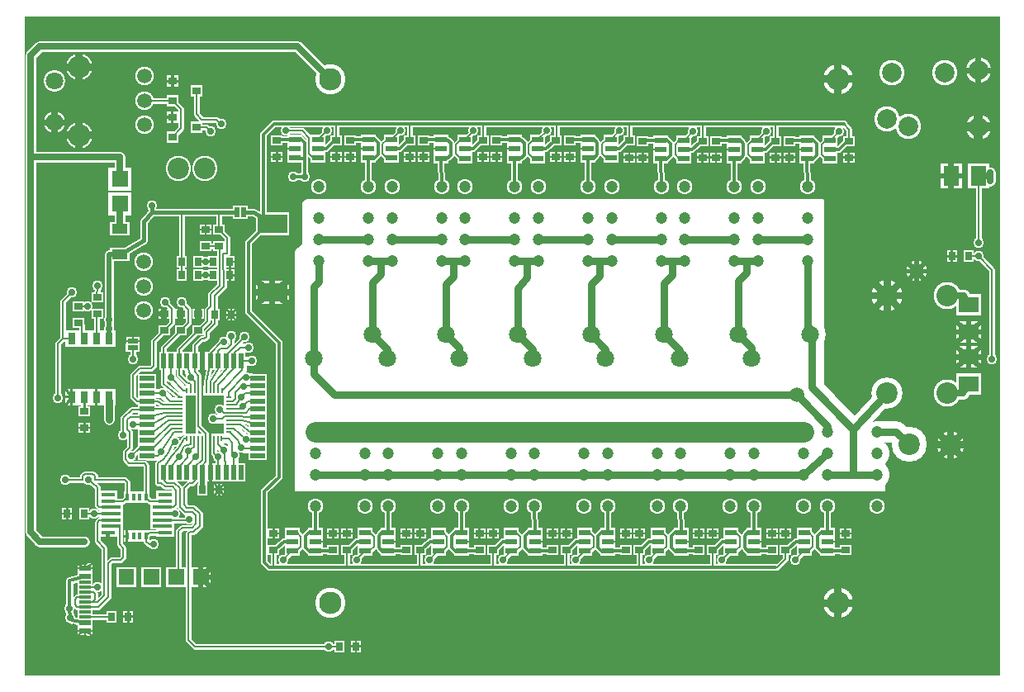
<source format=gbr>
%FSLAX34Y34*%
%MOMM*%
%LNCOPPER_TOP*%
G71*
G01*
%ADD10C,1.600*%
%ADD11C,3.200*%
%ADD12C,2.800*%
%ADD13C,2.100*%
%ADD14C,2.600*%
%ADD15C,2.200*%
%ADD16C,1.800*%
%ADD17R,1.600X1.000*%
%ADD18C,0.600*%
%ADD19C,0.700*%
%ADD20R,1.300X1.100*%
%ADD21C,1.100*%
%ADD22C,2.700*%
%ADD23C,2.200*%
%ADD24R,1.360X1.800*%
%ADD25C,0.660*%
%ADD26C,1.120*%
%ADD27C,1.900*%
%ADD28C,0.570*%
%ADD29R,1.000X0.630*%
%ADD30R,0.630X1.000*%
%ADD31R,2.000X1.400*%
%ADD32C,0.800*%
%ADD33R,1.100X1.300*%
%ADD34R,0.900X1.400*%
%ADD35R,1.400X0.900*%
%ADD36C,0.200*%
%ADD37C,3.200*%
%ADD38R,1.600X0.700*%
%ADD39C,0.750*%
%ADD40C,3.100*%
%ADD41C,1.100*%
%ADD42C,2.600*%
%ADD43C,2.600*%
%ADD44C,0.900*%
%ADD45C,2.950*%
%ADD46C,1.600*%
%ADD47C,3.600*%
%ADD48C,2.400*%
%ADD49R,2.600X2.200*%
%ADD50R,0.950X1.900*%
%ADD51R,1.900X0.950*%
%ADD52C,0.970*%
%ADD53R,1.300X1.200*%
%ADD54C,1.300*%
%ADD55R,1.500X4.300*%
%ADD56R,2.200X2.600*%
%ADD57R,3.420X2.380*%
%ADD58R,1.200X0.750*%
%ADD59R,0.750X1.200*%
%ADD60R,1.850X0.850*%
%ADD61C,0.400*%
%ADD62C,0.733*%
%ADD63C,0.500*%
%ADD64C,0.233*%
%ADD65C,0.767*%
%ADD66C,0.253*%
%ADD67C,0.247*%
%ADD68C,0.212*%
%ADD69C,0.230*%
%ADD70C,0.518*%
%ADD71C,0.644*%
%ADD72C,0.632*%
%ADD73C,0.167*%
%ADD74C,0.533*%
%ADD75C,0.887*%
%ADD76C,0.580*%
%ADD77C,0.667*%
%ADD78C,0.254*%
%ADD79C,0.231*%
%ADD80C,0.250*%
%ADD81C,0.519*%
%ADD82C,0.341*%
%ADD83C,0.267*%
%ADD84C,0.704*%
%ADD85C,0.257*%
%ADD86C,0.420*%
%ADD87C,1.200*%
%ADD88C,2.200*%
%ADD89C,1.500*%
%ADD90C,0.700*%
%ADD91R,1.200X0.600*%
%ADD92C,0.300*%
%ADD93R,0.900X0.700*%
%ADD94C,2.300*%
%ADD95C,1.800*%
%ADD96R,0.760X1.200*%
%ADD97C,0.260*%
%ADD98C,0.720*%
%ADD99R,2.650X2.650*%
%ADD100C,0.170*%
%ADD101R,0.600X0.230*%
%ADD102R,0.230X0.600*%
%ADD103R,0.700X0.900*%
%ADD104R,0.500X1.000*%
%ADD105R,1.000X0.500*%
%ADD106C,0.800*%
%ADD107R,1.200X0.300*%
%ADD108C,0.350*%
%ADD109R,5.400X4.900*%
%ADD110C,2.300*%
%ADD111C,1.200*%
%ADD112C,2.000*%
%ADD113C,2.200*%
%ADD114C,2.150*%
%ADD115R,2.000X1.600*%
%ADD116R,0.550X1.500*%
%ADD117R,1.500X0.550*%
%ADD118R,0.900X0.800*%
%ADD119R,1.100X3.900*%
%ADD120R,1.600X2.000*%
%ADD121R,3.020X1.980*%
%ADD122R,0.800X0.350*%
%ADD123R,0.350X0.800*%
%ADD124R,1.450X0.450*%
%LPD*%
G36*
X0Y0D02*
X1000000Y0D01*
X1000000Y-676000D01*
X0Y-676000D01*
X0Y0D01*
G37*
%LPC*%
X352839Y-250641D02*
G54D10*
D03*
X302039Y-250641D02*
G54D10*
D03*
X352839Y-228641D02*
G54D10*
D03*
X302039Y-228641D02*
G54D10*
D03*
X352839Y-206641D02*
G54D10*
D03*
X302039Y-206641D02*
G54D10*
D03*
X352839Y-174641D02*
G54D10*
D03*
X302039Y-174641D02*
G54D10*
D03*
X427839Y-250641D02*
G54D10*
D03*
X377039Y-250641D02*
G54D10*
D03*
X427839Y-228641D02*
G54D10*
D03*
X377039Y-228641D02*
G54D10*
D03*
X427839Y-206641D02*
G54D10*
D03*
X377039Y-206641D02*
G54D10*
D03*
X427839Y-174641D02*
G54D10*
D03*
X377039Y-174641D02*
G54D10*
D03*
X502839Y-250641D02*
G54D10*
D03*
X452039Y-250641D02*
G54D10*
D03*
X502839Y-228641D02*
G54D10*
D03*
X452039Y-228641D02*
G54D10*
D03*
X502839Y-206641D02*
G54D10*
D03*
X452039Y-206641D02*
G54D10*
D03*
X502839Y-174641D02*
G54D10*
D03*
X452039Y-174641D02*
G54D10*
D03*
X577839Y-250641D02*
G54D10*
D03*
X527039Y-250641D02*
G54D10*
D03*
X577839Y-228641D02*
G54D10*
D03*
X527039Y-228641D02*
G54D10*
D03*
X577839Y-206641D02*
G54D10*
D03*
X527039Y-206641D02*
G54D10*
D03*
X577839Y-174641D02*
G54D10*
D03*
X527039Y-174641D02*
G54D10*
D03*
X652839Y-250641D02*
G54D10*
D03*
X602039Y-250641D02*
G54D10*
D03*
X652839Y-228641D02*
G54D10*
D03*
X602039Y-228641D02*
G54D10*
D03*
X652839Y-206641D02*
G54D10*
D03*
X602039Y-206641D02*
G54D10*
D03*
X652839Y-174641D02*
G54D10*
D03*
X602039Y-174641D02*
G54D10*
D03*
X727839Y-250641D02*
G54D10*
D03*
X677039Y-250641D02*
G54D10*
D03*
X727839Y-228641D02*
G54D10*
D03*
X677039Y-228641D02*
G54D10*
D03*
X727839Y-206641D02*
G54D10*
D03*
X677039Y-206641D02*
G54D10*
D03*
X727839Y-174641D02*
G54D10*
D03*
X677039Y-174641D02*
G54D10*
D03*
X802839Y-250641D02*
G54D10*
D03*
X752039Y-250641D02*
G54D10*
D03*
X802839Y-228641D02*
G54D10*
D03*
X752039Y-228641D02*
G54D10*
D03*
X802839Y-206641D02*
G54D10*
D03*
X752039Y-206641D02*
G54D10*
D03*
X802839Y-174641D02*
G54D10*
D03*
X752039Y-174641D02*
G54D10*
D03*
X448300Y-426000D02*
G54D10*
D03*
X499100Y-426000D02*
G54D10*
D03*
X448300Y-448000D02*
G54D10*
D03*
X499100Y-448000D02*
G54D10*
D03*
X448300Y-470000D02*
G54D10*
D03*
X499100Y-470000D02*
G54D10*
D03*
X448300Y-502000D02*
G54D10*
D03*
X499100Y-502000D02*
G54D10*
D03*
X373100Y-426000D02*
G54D10*
D03*
X423900Y-426000D02*
G54D10*
D03*
X373100Y-448000D02*
G54D10*
D03*
X423900Y-448000D02*
G54D10*
D03*
X373100Y-470000D02*
G54D10*
D03*
X423900Y-470000D02*
G54D10*
D03*
X373100Y-502000D02*
G54D10*
D03*
X423900Y-502000D02*
G54D10*
D03*
X298100Y-426000D02*
G54D10*
D03*
X348900Y-426000D02*
G54D10*
D03*
X298100Y-448000D02*
G54D10*
D03*
X348900Y-448000D02*
G54D10*
D03*
X298100Y-470000D02*
G54D10*
D03*
X348900Y-470000D02*
G54D10*
D03*
X298100Y-502000D02*
G54D10*
D03*
X348900Y-502000D02*
G54D10*
D03*
X884500Y-386500D02*
G54D11*
D03*
X946000Y-386500D02*
G54D12*
D03*
X884500Y-286500D02*
G54D11*
D03*
X946000Y-286500D02*
G54D12*
D03*
X914500Y-261500D02*
G54D13*
D03*
X822999Y-425999D02*
G54D10*
D03*
X873799Y-425999D02*
G54D10*
D03*
X822999Y-447999D02*
G54D14*
D03*
X873799Y-447999D02*
G54D14*
D03*
X822999Y-469999D02*
G54D10*
D03*
X873799Y-469999D02*
G54D14*
D03*
X822999Y-501999D02*
G54D10*
D03*
X873799Y-501999D02*
G54D10*
D03*
X673000Y-426000D02*
G54D10*
D03*
X723800Y-426000D02*
G54D10*
D03*
X673000Y-448000D02*
G54D10*
D03*
X723800Y-448000D02*
G54D10*
D03*
X673000Y-470000D02*
G54D10*
D03*
X723800Y-470000D02*
G54D10*
D03*
X673000Y-502000D02*
G54D10*
D03*
X723800Y-502000D02*
G54D10*
D03*
X598000Y-426000D02*
G54D10*
D03*
X648800Y-426000D02*
G54D10*
D03*
X598000Y-448000D02*
G54D10*
D03*
X648800Y-448000D02*
G54D10*
D03*
X598000Y-470000D02*
G54D10*
D03*
X648800Y-470000D02*
G54D10*
D03*
X598000Y-502000D02*
G54D10*
D03*
X648800Y-502000D02*
G54D10*
D03*
X523000Y-426000D02*
G54D10*
D03*
X573800Y-426000D02*
G54D10*
D03*
X523000Y-448000D02*
G54D10*
D03*
X573800Y-448000D02*
G54D10*
D03*
X523000Y-470000D02*
G54D10*
D03*
X573800Y-470000D02*
G54D10*
D03*
X523000Y-502000D02*
G54D10*
D03*
X573800Y-502000D02*
G54D10*
D03*
X748000Y-426000D02*
G54D10*
D03*
X798800Y-426000D02*
G54D10*
D03*
X748000Y-448000D02*
G54D10*
D03*
X798800Y-448000D02*
G54D10*
D03*
X748000Y-470000D02*
G54D10*
D03*
X798800Y-470000D02*
G54D10*
D03*
X748000Y-502000D02*
G54D10*
D03*
X798800Y-502000D02*
G54D10*
D03*
G54D15*
X822999Y-425999D02*
X823000Y-420000D01*
X792000Y-388000D01*
X318000Y-388000D01*
X297000Y-367000D01*
X296989Y-351159D01*
X297000Y-277000D01*
X302000Y-272000D01*
X302039Y-250641D01*
G54D15*
X822999Y-469999D02*
X873799Y-469999D01*
G54D16*
X850000Y-469000D02*
X850000Y-423500D01*
X884634Y-386556D01*
X823259Y-529194D02*
G54D17*
D03*
X799447Y-529194D02*
G54D17*
D03*
X823260Y-538720D02*
G54D17*
D03*
X799447Y-538719D02*
G54D17*
D03*
X823259Y-548244D02*
G54D17*
D03*
X799447Y-548244D02*
G54D17*
D03*
G54D18*
X803438Y-529633D02*
X804438Y-529633D01*
X808438Y-533633D01*
X808438Y-543633D01*
X804438Y-547633D01*
G54D19*
X818338Y-528633D02*
X817338Y-528633D01*
X813338Y-532633D01*
X813338Y-544633D01*
X817338Y-548633D01*
G54D19*
X783838Y-545633D02*
X790894Y-538851D01*
X794838Y-538633D01*
G54D19*
X822999Y-501999D02*
X823259Y-529194D01*
X780577Y-547428D02*
G54D20*
D03*
X780580Y-530430D02*
G54D20*
D03*
X841577Y-547428D02*
G54D20*
D03*
X841580Y-530430D02*
G54D20*
D03*
G54D19*
X828000Y-548000D02*
X838000Y-548000D01*
X790381Y-557266D02*
G54D21*
D03*
G54D18*
X798296Y-549161D02*
X790296Y-557161D01*
G54D18*
X771391Y-565268D02*
X780391Y-556268D01*
X780391Y-547268D01*
X748259Y-529194D02*
G54D17*
D03*
X724447Y-529194D02*
G54D17*
D03*
X748260Y-538720D02*
G54D17*
D03*
X724447Y-538719D02*
G54D17*
D03*
X748259Y-548244D02*
G54D17*
D03*
X724447Y-548244D02*
G54D17*
D03*
G54D18*
X728438Y-529633D02*
X729438Y-529633D01*
X733438Y-533633D01*
X733438Y-543633D01*
X729438Y-547633D01*
G54D19*
X743338Y-528633D02*
X742338Y-528633D01*
X738338Y-532633D01*
X738338Y-544633D01*
X742338Y-548633D01*
G54D19*
X708838Y-545633D02*
X715894Y-538851D01*
X719838Y-538633D01*
G54D19*
X748000Y-502000D02*
X748259Y-529194D01*
X705577Y-547428D02*
G54D20*
D03*
X705580Y-530430D02*
G54D20*
D03*
X766577Y-547428D02*
G54D20*
D03*
X766580Y-530430D02*
G54D20*
D03*
G54D19*
X753000Y-548000D02*
X763000Y-548000D01*
X715381Y-557266D02*
G54D21*
D03*
G54D18*
X723296Y-549161D02*
X715296Y-557161D01*
G54D18*
X705391Y-564268D02*
X705391Y-547268D01*
X673259Y-529194D02*
G54D17*
D03*
X649447Y-529194D02*
G54D17*
D03*
X673260Y-538720D02*
G54D17*
D03*
X649447Y-538719D02*
G54D17*
D03*
X673259Y-548244D02*
G54D17*
D03*
X649447Y-548244D02*
G54D17*
D03*
G54D18*
X653438Y-529633D02*
X654438Y-529633D01*
X658438Y-533633D01*
X658438Y-543633D01*
X654438Y-547633D01*
G54D19*
X668338Y-528633D02*
X667338Y-528633D01*
X663338Y-532633D01*
X663338Y-544633D01*
X667338Y-548633D01*
G54D19*
X633838Y-545633D02*
X640894Y-538851D01*
X644838Y-538633D01*
G54D19*
X673000Y-502000D02*
X673259Y-529194D01*
X630577Y-547428D02*
G54D20*
D03*
X630580Y-530430D02*
G54D20*
D03*
X691577Y-547428D02*
G54D20*
D03*
X691580Y-530430D02*
G54D20*
D03*
G54D19*
X678000Y-548000D02*
X688000Y-548000D01*
X640381Y-557266D02*
G54D21*
D03*
G54D18*
X648296Y-549161D02*
X640296Y-557161D01*
G54D18*
X630391Y-564268D02*
X630391Y-547268D01*
X598259Y-529194D02*
G54D17*
D03*
X574447Y-529194D02*
G54D17*
D03*
X598260Y-538720D02*
G54D17*
D03*
X574447Y-538719D02*
G54D17*
D03*
X598259Y-548244D02*
G54D17*
D03*
X574447Y-548244D02*
G54D17*
D03*
G54D18*
X578438Y-529633D02*
X579438Y-529633D01*
X583438Y-533633D01*
X583438Y-543633D01*
X579438Y-547633D01*
G54D19*
X593338Y-528633D02*
X592338Y-528633D01*
X588338Y-532633D01*
X588338Y-544633D01*
X592338Y-548633D01*
G54D19*
X558838Y-545633D02*
X565894Y-538851D01*
X569838Y-538633D01*
G54D19*
X598000Y-502000D02*
X598259Y-529194D01*
X555577Y-547428D02*
G54D20*
D03*
X555580Y-530430D02*
G54D20*
D03*
X616577Y-547428D02*
G54D20*
D03*
X616580Y-530430D02*
G54D20*
D03*
G54D19*
X603000Y-548000D02*
X613000Y-548000D01*
X565381Y-557266D02*
G54D21*
D03*
G54D18*
X573296Y-549161D02*
X565296Y-557161D01*
G54D18*
X555391Y-564268D02*
X555391Y-547268D01*
X523259Y-529194D02*
G54D17*
D03*
X499447Y-529194D02*
G54D17*
D03*
X523260Y-538720D02*
G54D17*
D03*
X499447Y-538719D02*
G54D17*
D03*
X523259Y-548244D02*
G54D17*
D03*
X499447Y-548244D02*
G54D17*
D03*
G54D18*
X503438Y-529633D02*
X504438Y-529633D01*
X508438Y-533633D01*
X508438Y-543633D01*
X504438Y-547633D01*
G54D19*
X518338Y-528633D02*
X517338Y-528633D01*
X513338Y-532633D01*
X513338Y-544633D01*
X517338Y-548633D01*
G54D19*
X483838Y-545633D02*
X490894Y-538851D01*
X494838Y-538633D01*
G54D19*
X523000Y-502000D02*
X523259Y-529194D01*
X480577Y-547428D02*
G54D20*
D03*
X480580Y-530430D02*
G54D20*
D03*
X541577Y-547428D02*
G54D20*
D03*
X541580Y-530430D02*
G54D20*
D03*
G54D19*
X528000Y-548000D02*
X538000Y-548000D01*
X490381Y-557266D02*
G54D21*
D03*
G54D18*
X498296Y-549161D02*
X490296Y-557161D01*
G54D18*
X480391Y-564268D02*
X480391Y-547268D01*
X448259Y-529194D02*
G54D17*
D03*
X424447Y-529194D02*
G54D17*
D03*
X448260Y-538720D02*
G54D17*
D03*
X424447Y-538719D02*
G54D17*
D03*
X448259Y-548244D02*
G54D17*
D03*
X424447Y-548244D02*
G54D17*
D03*
G54D18*
X428438Y-529633D02*
X429438Y-529633D01*
X433438Y-533633D01*
X433438Y-543633D01*
X429438Y-547633D01*
G54D19*
X443338Y-528633D02*
X442338Y-528633D01*
X438338Y-532633D01*
X438338Y-544633D01*
X442338Y-548633D01*
G54D19*
X408838Y-545633D02*
X415894Y-538851D01*
X419838Y-538633D01*
G54D19*
X448300Y-502000D02*
X448259Y-529194D01*
X405577Y-547428D02*
G54D20*
D03*
X405580Y-530430D02*
G54D20*
D03*
X466577Y-547428D02*
G54D20*
D03*
X466580Y-530430D02*
G54D20*
D03*
G54D19*
X453000Y-548000D02*
X463000Y-548000D01*
X415381Y-557266D02*
G54D21*
D03*
G54D18*
X423296Y-549161D02*
X415296Y-557161D01*
G54D18*
X405391Y-564268D02*
X405391Y-547268D01*
X373259Y-529194D02*
G54D17*
D03*
X349447Y-529194D02*
G54D17*
D03*
X373260Y-538720D02*
G54D17*
D03*
X349447Y-538719D02*
G54D17*
D03*
X373259Y-548244D02*
G54D17*
D03*
X349447Y-548244D02*
G54D17*
D03*
G54D18*
X353438Y-529633D02*
X354438Y-529633D01*
X358438Y-533633D01*
X358438Y-543633D01*
X354438Y-547633D01*
G54D19*
X368338Y-528633D02*
X367338Y-528633D01*
X363338Y-532633D01*
X363338Y-544633D01*
X367338Y-548633D01*
G54D19*
X333838Y-545633D02*
X340894Y-538851D01*
X344838Y-538633D01*
G54D19*
X373100Y-502000D02*
X373259Y-529194D01*
X330577Y-547428D02*
G54D20*
D03*
X330580Y-530430D02*
G54D20*
D03*
X391577Y-547428D02*
G54D20*
D03*
X391580Y-530430D02*
G54D20*
D03*
G54D19*
X378000Y-548000D02*
X388000Y-548000D01*
X340381Y-557266D02*
G54D21*
D03*
G54D18*
X348296Y-549161D02*
X340296Y-557161D01*
G54D18*
X330391Y-564268D02*
X330391Y-547268D01*
X298259Y-529194D02*
G54D17*
D03*
X274447Y-529194D02*
G54D17*
D03*
X298260Y-538717D02*
G54D17*
D03*
X274447Y-538719D02*
G54D17*
D03*
X298259Y-548244D02*
G54D17*
D03*
X274447Y-548244D02*
G54D17*
D03*
G54D18*
X278438Y-529633D02*
X279438Y-529633D01*
X283438Y-533633D01*
X283438Y-543633D01*
X279438Y-547633D01*
G54D19*
X293338Y-528633D02*
X292338Y-528633D01*
X288338Y-532633D01*
X288338Y-544633D01*
X292338Y-548633D01*
G54D19*
X258838Y-545633D02*
X265894Y-538851D01*
X269838Y-538633D01*
G54D19*
X298100Y-502000D02*
X298259Y-529194D01*
X255577Y-547428D02*
G54D20*
D03*
X255580Y-530430D02*
G54D20*
D03*
X316577Y-547428D02*
G54D20*
D03*
X316580Y-530430D02*
G54D20*
D03*
G54D19*
X303000Y-548000D02*
X313000Y-548000D01*
X265381Y-557266D02*
G54D21*
D03*
G54D18*
X273296Y-549161D02*
X265296Y-557161D01*
G54D18*
X255391Y-564268D02*
X255391Y-547268D01*
X802435Y-146190D02*
G54D17*
D03*
X826248Y-146190D02*
G54D17*
D03*
X802440Y-136660D02*
G54D17*
D03*
X826248Y-136665D02*
G54D17*
D03*
X802435Y-127140D02*
G54D17*
D03*
X826248Y-127140D02*
G54D17*
D03*
G54D18*
X822257Y-145751D02*
X821257Y-145751D01*
X817257Y-141751D01*
X817257Y-131751D01*
X821257Y-127751D01*
G54D19*
X807357Y-146751D02*
X808357Y-146751D01*
X812357Y-142751D01*
X812357Y-130751D01*
X808357Y-126751D01*
G54D19*
X841857Y-129751D02*
X834800Y-136533D01*
X830857Y-136751D01*
G54D19*
X802839Y-174641D02*
X802435Y-146190D01*
X845117Y-127956D02*
G54D20*
D03*
X845120Y-144960D02*
G54D20*
D03*
X784117Y-127956D02*
G54D20*
D03*
X784120Y-144960D02*
G54D20*
D03*
G54D19*
X797694Y-127384D02*
X787694Y-127384D01*
G54D18*
X827399Y-126222D02*
X835399Y-118222D01*
G54D18*
X840000Y-110500D02*
X845500Y-116000D01*
X845500Y-124000D01*
X845269Y-128116D01*
X727435Y-146190D02*
G54D17*
D03*
X751248Y-146190D02*
G54D17*
D03*
X727440Y-136660D02*
G54D17*
D03*
X751248Y-136665D02*
G54D17*
D03*
X727435Y-127140D02*
G54D17*
D03*
X751248Y-127140D02*
G54D17*
D03*
G54D18*
X747257Y-145751D02*
X746257Y-145751D01*
X742257Y-141751D01*
X742257Y-131751D01*
X746257Y-127751D01*
G54D19*
X732357Y-146751D02*
X733357Y-146751D01*
X737357Y-142751D01*
X737357Y-130751D01*
X733357Y-126751D01*
G54D19*
X766857Y-129751D02*
X759800Y-136533D01*
X755857Y-136751D01*
G54D19*
X727839Y-174641D02*
X727435Y-146190D01*
X770117Y-127956D02*
G54D20*
D03*
X770120Y-144960D02*
G54D20*
D03*
X709117Y-127956D02*
G54D20*
D03*
X709120Y-144960D02*
G54D20*
D03*
G54D19*
X722694Y-127384D02*
X712694Y-127384D01*
X760313Y-118118D02*
G54D21*
D03*
G54D18*
X752399Y-126222D02*
X760399Y-118222D01*
G54D18*
X770303Y-110116D02*
X770303Y-128116D01*
X652435Y-146190D02*
G54D17*
D03*
X676248Y-146190D02*
G54D17*
D03*
X652440Y-136660D02*
G54D17*
D03*
X676248Y-136665D02*
G54D17*
D03*
X652435Y-127140D02*
G54D17*
D03*
X676248Y-127140D02*
G54D17*
D03*
G54D18*
X672257Y-145751D02*
X671257Y-145751D01*
X667257Y-141751D01*
X667257Y-131751D01*
X671257Y-127751D01*
G54D19*
X657357Y-146751D02*
X658357Y-146751D01*
X662357Y-142751D01*
X662357Y-130751D01*
X658357Y-126751D01*
G54D19*
X691857Y-129751D02*
X684800Y-136533D01*
X680857Y-136751D01*
G54D19*
X652839Y-174641D02*
X652435Y-146190D01*
X695117Y-127956D02*
G54D20*
D03*
X695120Y-144960D02*
G54D20*
D03*
X634117Y-127956D02*
G54D20*
D03*
X634120Y-144960D02*
G54D20*
D03*
G54D19*
X647694Y-127384D02*
X637694Y-127384D01*
X685313Y-118118D02*
G54D21*
D03*
G54D18*
X677399Y-126222D02*
X685399Y-118222D01*
G54D18*
X695303Y-110116D02*
X695303Y-128116D01*
X577435Y-145490D02*
G54D17*
D03*
X601248Y-145490D02*
G54D17*
D03*
X577440Y-135960D02*
G54D17*
D03*
X601248Y-135965D02*
G54D17*
D03*
X577435Y-126440D02*
G54D17*
D03*
X601248Y-126440D02*
G54D17*
D03*
G54D18*
X597257Y-145051D02*
X596257Y-145051D01*
X592257Y-141051D01*
X592257Y-131051D01*
X596257Y-127051D01*
G54D19*
X582357Y-146051D02*
X583357Y-146051D01*
X587357Y-142051D01*
X587357Y-130051D01*
X583357Y-126051D01*
G54D19*
X616857Y-129051D02*
X609800Y-135833D01*
X605857Y-136051D01*
G54D19*
X577839Y-174641D02*
X577435Y-145490D01*
X620117Y-127756D02*
G54D20*
D03*
X620120Y-144760D02*
G54D20*
D03*
X559117Y-127256D02*
G54D20*
D03*
X559120Y-144260D02*
G54D20*
D03*
G54D19*
X572694Y-126684D02*
X562694Y-126684D01*
X610313Y-117418D02*
G54D21*
D03*
G54D18*
X602399Y-125522D02*
X610399Y-117522D01*
G54D18*
X620303Y-110116D02*
X620303Y-127116D01*
X502435Y-145590D02*
G54D17*
D03*
X526248Y-145590D02*
G54D17*
D03*
X502440Y-136060D02*
G54D17*
D03*
X526248Y-136065D02*
G54D17*
D03*
X502435Y-126540D02*
G54D17*
D03*
X526248Y-126540D02*
G54D17*
D03*
G54D18*
X522257Y-145151D02*
X521257Y-145151D01*
X517257Y-141151D01*
X517257Y-131151D01*
X521257Y-127151D01*
G54D19*
X507357Y-146151D02*
X508357Y-146151D01*
X512357Y-142151D01*
X512357Y-130151D01*
X508357Y-126151D01*
G54D19*
X541857Y-129151D02*
X534800Y-135933D01*
X530857Y-136151D01*
G54D19*
X502839Y-174641D02*
X502435Y-145590D01*
X545117Y-127356D02*
G54D20*
D03*
X545120Y-144360D02*
G54D20*
D03*
X484117Y-127356D02*
G54D20*
D03*
X484120Y-144360D02*
G54D20*
D03*
G54D19*
X497694Y-126784D02*
X487694Y-126784D01*
X535313Y-117518D02*
G54D21*
D03*
G54D18*
X527399Y-125622D02*
X535399Y-117622D01*
G54D18*
X545303Y-110516D02*
X545303Y-127516D01*
X427435Y-145590D02*
G54D17*
D03*
X451248Y-145590D02*
G54D17*
D03*
X427440Y-136060D02*
G54D17*
D03*
X451248Y-136065D02*
G54D17*
D03*
X427435Y-126540D02*
G54D17*
D03*
X451248Y-126540D02*
G54D17*
D03*
G54D18*
X447257Y-145151D02*
X446257Y-145151D01*
X442257Y-141151D01*
X442257Y-131151D01*
X446257Y-127151D01*
G54D19*
X432357Y-146151D02*
X433357Y-146151D01*
X437357Y-142151D01*
X437357Y-130151D01*
X433357Y-126151D01*
G54D19*
X466857Y-129151D02*
X459800Y-135933D01*
X455857Y-136151D01*
G54D19*
X427839Y-174641D02*
X427435Y-145590D01*
X470117Y-127356D02*
G54D20*
D03*
X470120Y-144360D02*
G54D20*
D03*
X409117Y-127356D02*
G54D20*
D03*
X409120Y-144360D02*
G54D20*
D03*
G54D19*
X422694Y-126784D02*
X412694Y-126784D01*
X460313Y-117518D02*
G54D21*
D03*
G54D18*
X452399Y-125622D02*
X460399Y-117622D01*
G54D18*
X470303Y-110516D02*
X470303Y-127516D01*
X352435Y-145490D02*
G54D17*
D03*
X376248Y-145490D02*
G54D17*
D03*
X352440Y-135960D02*
G54D17*
D03*
X376248Y-135965D02*
G54D17*
D03*
X352435Y-126440D02*
G54D17*
D03*
X376248Y-126440D02*
G54D17*
D03*
G54D18*
X372257Y-145051D02*
X371257Y-145051D01*
X367257Y-141051D01*
X367257Y-131051D01*
X371257Y-127051D01*
G54D19*
X357357Y-146051D02*
X358357Y-146051D01*
X362357Y-142051D01*
X362357Y-130051D01*
X358357Y-126051D01*
G54D19*
X391857Y-129051D02*
X384800Y-135833D01*
X380857Y-136051D01*
G54D19*
X352839Y-174641D02*
X352435Y-145490D01*
X395117Y-127256D02*
G54D20*
D03*
X395120Y-144260D02*
G54D20*
D03*
X334117Y-127256D02*
G54D20*
D03*
X334120Y-144260D02*
G54D20*
D03*
G54D19*
X347694Y-126684D02*
X337694Y-126684D01*
X385313Y-117418D02*
G54D21*
D03*
G54D18*
X377399Y-125522D02*
X385399Y-117522D01*
G54D18*
X395303Y-110416D02*
X395303Y-127416D01*
X277135Y-145490D02*
G54D17*
D03*
X300948Y-145490D02*
G54D17*
D03*
X277140Y-135960D02*
G54D17*
D03*
X300948Y-135965D02*
G54D17*
D03*
X277135Y-126440D02*
G54D17*
D03*
X300948Y-126440D02*
G54D17*
D03*
G54D18*
X296957Y-145051D02*
X295957Y-145051D01*
X291957Y-141051D01*
X291957Y-124604D01*
G54D19*
X282057Y-146051D02*
X287057Y-146051D01*
X287057Y-130051D01*
X283057Y-126051D01*
G54D19*
X316557Y-129051D02*
X309500Y-135833D01*
X305557Y-136051D01*
X319817Y-127256D02*
G54D20*
D03*
X319820Y-144260D02*
G54D20*
D03*
X258817Y-127256D02*
G54D20*
D03*
X258820Y-144260D02*
G54D20*
D03*
G54D19*
X272394Y-126684D02*
X262394Y-126684D01*
X310013Y-117418D02*
G54D21*
D03*
G54D18*
X302099Y-125522D02*
X310099Y-117522D01*
G54D18*
X320003Y-111416D02*
X320003Y-127416D01*
G54D19*
X286993Y-145276D02*
X287000Y-165000D01*
X275500Y-165000D01*
X287000Y-165000D02*
G54D21*
D03*
X275500Y-165000D02*
G54D21*
D03*
X268013Y-117418D02*
G54D21*
D03*
G54D18*
X268013Y-117418D02*
X285162Y-117568D01*
X292039Y-124445D01*
G36*
X145500Y-585000D02*
X145500Y-565000D01*
X165500Y-565000D01*
X165500Y-585000D01*
X145500Y-585000D01*
G37*
G36*
X140000Y-565000D02*
X140000Y-585000D01*
X120000Y-585000D01*
X120000Y-565000D01*
X140000Y-565000D01*
G37*
X55871Y-52090D02*
G54D22*
D03*
X55871Y-122090D02*
G54D22*
D03*
X30871Y-66090D02*
G54D23*
D03*
X30871Y-109091D02*
G54D23*
D03*
X48713Y-330637D02*
G54D24*
D03*
X61413Y-330637D02*
G54D24*
D03*
X74113Y-330637D02*
G54D24*
D03*
X86713Y-330637D02*
G54D24*
D03*
X48510Y-390640D02*
G54D24*
D03*
X61213Y-390637D02*
G54D24*
D03*
X73910Y-390640D02*
G54D24*
D03*
X86513Y-390637D02*
G54D24*
D03*
G54D25*
X61213Y-390637D02*
X61500Y-394500D01*
X61500Y-405000D01*
X86527Y-403827D02*
G54D21*
D03*
X86526Y-412827D02*
G54D21*
D03*
G54D26*
X86471Y-394190D02*
X86471Y-413190D01*
X64353Y-297422D02*
G54D21*
D03*
X74861Y-276477D02*
G54D21*
D03*
X121942Y-251907D02*
G54D27*
D03*
X121942Y-276907D02*
G54D27*
D03*
X121942Y-301907D02*
G54D27*
D03*
X48908Y-282843D02*
G54D21*
D03*
G54D18*
X74113Y-330637D02*
X74123Y-308928D01*
X74081Y-305108D01*
G54D18*
X61413Y-330637D02*
X58738Y-325438D01*
X58738Y-316706D01*
X55303Y-314395D01*
G54D18*
X74861Y-276477D02*
X74081Y-288109D01*
X123000Y-111500D02*
G54D27*
D03*
X123000Y-86500D02*
G54D27*
D03*
X123000Y-61500D02*
G54D27*
D03*
G54D18*
X85500Y-510000D02*
X71500Y-510000D01*
X61000Y-510000D01*
G54D28*
X169000Y-516000D02*
X165500Y-516500D01*
X144500Y-516500D01*
G54D28*
X154461Y-436304D02*
X150755Y-440020D01*
X147869Y-447278D01*
X142503Y-453949D01*
X137000Y-458000D01*
X137000Y-479000D01*
X140500Y-479000D01*
X144000Y-482500D01*
X152000Y-482500D01*
X155500Y-486000D01*
X155500Y-500500D01*
X152500Y-503500D01*
X144500Y-503500D01*
G54D28*
X135500Y-509500D02*
X143500Y-509500D01*
X132500Y-541500D02*
G54D21*
D03*
G54D28*
X124750Y-533250D02*
X125000Y-538500D01*
X128000Y-541500D01*
X132500Y-541500D01*
G54D28*
X85500Y-503500D02*
X76500Y-503500D01*
X74500Y-501500D01*
X74500Y-483000D01*
X66000Y-475000D01*
G54D28*
X105250Y-493250D02*
X105500Y-477500D01*
X103000Y-475000D01*
X72000Y-475000D01*
X72000Y-471500D01*
X69500Y-469000D01*
X62000Y-469000D01*
X59500Y-471500D01*
X59500Y-475000D01*
X41500Y-475000D01*
X34005Y-391722D02*
G54D21*
D03*
X61500Y-405000D02*
G54D20*
D03*
X61500Y-422004D02*
G54D20*
D03*
X74875Y-305267D02*
G54D20*
D03*
X74875Y-288267D02*
G54D20*
D03*
X55303Y-314395D02*
G54D20*
D03*
X55303Y-297395D02*
G54D20*
D03*
G54D18*
X48713Y-330637D02*
X39055Y-330638D01*
X33955Y-335838D01*
X34005Y-391722D01*
G54D28*
X159508Y-406507D02*
X143574Y-406489D01*
X133009Y-408970D01*
X125568Y-410760D01*
X108347Y-410766D01*
X105176Y-413928D01*
X105172Y-423466D01*
X107578Y-425866D01*
X107555Y-442456D01*
X103413Y-446602D01*
X103421Y-454465D01*
X107260Y-458306D01*
X122740Y-458306D01*
X125111Y-460683D01*
X124755Y-493045D01*
G54D28*
X159508Y-402507D02*
X132740Y-402498D01*
X125568Y-402760D01*
X119500Y-403000D01*
X110500Y-403000D01*
X101500Y-412000D01*
X101500Y-430000D01*
X158373Y-451968D02*
G54D21*
D03*
X168407Y-445908D02*
G54D21*
D03*
X175835Y-451271D02*
G54D21*
D03*
X198172Y-451958D02*
G54D21*
D03*
X204807Y-445208D02*
G54D21*
D03*
X222438Y-442472D02*
G54D21*
D03*
X215162Y-450019D02*
G54D21*
D03*
X227121Y-434031D02*
G54D21*
D03*
X224019Y-400077D02*
G54D21*
D03*
X159508Y-390507D02*
G54D29*
D03*
X159508Y-394507D02*
G54D29*
D03*
X159509Y-398507D02*
G54D29*
D03*
X159508Y-402507D02*
G54D29*
D03*
X159508Y-406507D02*
G54D29*
D03*
X159508Y-410507D02*
G54D29*
D03*
X159508Y-414507D02*
G54D29*
D03*
X159508Y-418507D02*
G54D29*
D03*
X159508Y-422507D02*
G54D29*
D03*
X159508Y-426507D02*
G54D29*
D03*
X209208Y-390507D02*
G54D29*
D03*
X209208Y-394507D02*
G54D29*
D03*
X209209Y-398507D02*
G54D29*
D03*
X209208Y-402507D02*
G54D29*
D03*
X209208Y-406507D02*
G54D29*
D03*
X209208Y-410507D02*
G54D29*
D03*
X209208Y-414507D02*
G54D29*
D03*
X209208Y-418507D02*
G54D29*
D03*
X209208Y-422507D02*
G54D29*
D03*
X209208Y-426507D02*
G54D29*
D03*
X202537Y-383562D02*
G54D30*
D03*
X198537Y-383562D02*
G54D30*
D03*
X194537Y-383562D02*
G54D30*
D03*
X190537Y-383562D02*
G54D30*
D03*
X186537Y-383562D02*
G54D30*
D03*
X182540Y-383557D02*
G54D30*
D03*
X178537Y-383562D02*
G54D30*
D03*
X174537Y-383562D02*
G54D30*
D03*
X170537Y-383562D02*
G54D30*
D03*
X166537Y-383562D02*
G54D30*
D03*
X202200Y-432994D02*
G54D30*
D03*
X198200Y-432994D02*
G54D30*
D03*
X194200Y-432994D02*
G54D30*
D03*
X190200Y-432997D02*
G54D30*
D03*
X186200Y-432994D02*
G54D30*
D03*
X182200Y-432994D02*
G54D30*
D03*
X178200Y-432994D02*
G54D30*
D03*
X174200Y-432994D02*
G54D30*
D03*
X170200Y-432994D02*
G54D30*
D03*
X166200Y-432994D02*
G54D30*
D03*
X225498Y-329209D02*
G54D21*
D03*
X229507Y-339570D02*
G54D21*
D03*
X233174Y-353748D02*
G54D21*
D03*
X185716Y-235856D02*
G54D20*
D03*
X185714Y-218853D02*
G54D20*
D03*
X199716Y-235856D02*
G54D20*
D03*
X199716Y-218856D02*
G54D20*
D03*
X97855Y-244257D02*
G54D31*
D03*
X97855Y-218057D02*
G54D31*
D03*
G54D32*
X218000Y-201000D02*
X130500Y-201000D01*
X130500Y-194500D01*
X130500Y-201000D01*
X122000Y-210000D01*
X122000Y-230000D01*
X98000Y-244500D01*
X144000Y-293000D02*
G54D21*
D03*
X130500Y-194500D02*
G54D21*
D03*
X170902Y-370362D02*
G54D21*
D03*
X149876Y-370628D02*
G54D21*
D03*
X141829Y-386815D02*
G54D21*
D03*
X143081Y-322253D02*
G54D20*
D03*
X143080Y-305250D02*
G54D20*
D03*
X160081Y-322253D02*
G54D20*
D03*
X160080Y-305250D02*
G54D20*
D03*
G54D28*
X158353Y-398066D02*
X141816Y-398072D01*
X136816Y-394752D01*
X125568Y-394760D01*
X115754Y-394763D01*
X111414Y-390434D01*
X111390Y-367792D01*
X117948Y-361230D01*
X130072Y-361232D01*
X132437Y-358868D01*
X132445Y-332904D01*
X143081Y-322253D01*
X151255Y-314838D01*
X151255Y-299838D01*
X144000Y-293000D01*
G54D28*
X159508Y-390507D02*
X142592Y-377029D01*
X142568Y-353760D01*
X142588Y-339606D01*
X160081Y-322253D01*
X168168Y-314797D01*
X168168Y-300751D01*
X161500Y-293000D01*
X161500Y-293000D02*
G54D21*
D03*
X178081Y-322253D02*
G54D20*
D03*
X178080Y-305250D02*
G54D20*
D03*
X195122Y-306212D02*
G54D33*
D03*
X212130Y-306207D02*
G54D33*
D03*
G54D18*
X182568Y-467760D02*
X182005Y-461179D01*
X186000Y-457000D01*
X186200Y-432994D01*
X186202Y-428052D01*
X178499Y-420371D01*
X178537Y-383562D01*
X178528Y-368402D01*
X174582Y-364466D01*
X174568Y-353760D01*
X174628Y-337585D01*
X181340Y-330895D01*
X184454Y-330896D01*
X186899Y-328448D01*
X186894Y-323342D01*
X195129Y-315096D01*
X195122Y-306212D01*
X195155Y-286274D01*
X204017Y-277438D01*
X204000Y-243000D01*
X207839Y-242997D01*
X207826Y-226950D01*
X199716Y-218856D01*
X199708Y-201066D01*
G54D28*
X170537Y-383562D02*
X170540Y-377214D01*
X166556Y-375700D01*
X158790Y-367918D01*
X158568Y-353760D01*
X158584Y-341742D01*
X178081Y-322253D01*
X187500Y-312500D01*
X187500Y-301000D01*
X191000Y-297500D01*
X191000Y-285000D01*
X200000Y-276000D01*
X200000Y-239500D01*
X199716Y-235856D01*
X185716Y-235856D01*
X41500Y-475000D02*
G54D21*
D03*
X66000Y-475000D02*
G54D21*
D03*
X71500Y-510000D02*
G54D21*
D03*
X169000Y-516000D02*
G54D21*
D03*
X154500Y-510000D02*
G54D21*
D03*
X154461Y-436304D02*
G54D21*
D03*
X101500Y-430000D02*
G54D21*
D03*
X111500Y-419000D02*
G54D21*
D03*
X218000Y-201000D02*
G54D34*
D03*
X86541Y-320426D02*
G54D21*
D03*
X111000Y-352000D02*
G54D21*
D03*
X111000Y-333000D02*
G54D35*
D03*
G36*
X104005Y-335502D02*
X118005Y-335502D01*
X118005Y-344502D01*
X104005Y-344502D01*
X104005Y-335502D01*
G37*
G54D28*
X111000Y-352000D02*
X111005Y-340002D01*
X212431Y-327969D02*
G54D21*
D03*
X204648Y-334256D02*
G54D21*
D03*
X225000Y-201000D02*
G54D34*
D03*
G54D19*
X840000Y-110500D02*
X256000Y-110500D01*
X245000Y-121500D01*
X245000Y-217500D01*
X230000Y-232500D01*
X230000Y-303500D01*
X261000Y-334500D01*
X261000Y-472500D01*
X246000Y-487500D01*
X246000Y-560000D01*
X251000Y-565000D01*
X770000Y-565000D01*
X222378Y-390496D02*
G54D21*
D03*
X224717Y-379816D02*
G54D21*
D03*
X227140Y-370543D02*
G54D21*
D03*
G54D32*
X225000Y-201000D02*
X234500Y-201000D01*
X254142Y-212944D01*
G36*
X819000Y-188500D02*
X819000Y-379000D01*
X881500Y-441500D01*
X881500Y-486000D01*
X278500Y-486000D01*
X278500Y-241000D01*
X285500Y-234000D01*
X285500Y-192000D01*
X289000Y-188500D01*
X819000Y-188500D01*
G37*
G54D36*
X819000Y-188500D02*
X819000Y-379000D01*
X881500Y-441500D01*
X881500Y-486000D01*
X278500Y-486000D01*
X278500Y-241000D01*
X285500Y-234000D01*
X285500Y-192000D01*
X289000Y-188500D01*
X819000Y-188500D01*
X296989Y-351159D02*
G54D37*
D03*
X356989Y-326159D02*
G54D37*
D03*
X371989Y-351159D02*
G54D37*
D03*
X431989Y-326159D02*
G54D37*
D03*
X445989Y-351159D02*
G54D37*
D03*
X505989Y-326159D02*
G54D37*
D03*
X520989Y-351159D02*
G54D37*
D03*
X580989Y-326159D02*
G54D37*
D03*
X595989Y-351159D02*
G54D37*
D03*
X655989Y-326159D02*
G54D37*
D03*
X671989Y-351159D02*
G54D37*
D03*
X731989Y-326159D02*
G54D37*
D03*
X745489Y-351159D02*
G54D37*
D03*
X805489Y-326159D02*
G54D37*
D03*
X62040Y-566130D02*
G54D17*
D03*
X62040Y-630130D02*
G54D17*
D03*
X62039Y-574134D02*
G54D17*
D03*
X62039Y-622134D02*
G54D17*
D03*
X62039Y-580634D02*
G54D38*
D03*
X62039Y-615634D02*
G54D38*
D03*
X62018Y-585649D02*
G54D38*
D03*
X61990Y-610664D02*
G54D38*
D03*
X61990Y-590703D02*
G54D38*
D03*
X62023Y-605641D02*
G54D38*
D03*
X61988Y-595694D02*
G54D38*
D03*
X62023Y-600716D02*
G54D38*
D03*
G54D28*
X61988Y-595694D02*
X53921Y-595681D01*
X51791Y-597814D01*
X51786Y-603524D01*
X53913Y-605652D01*
X62023Y-605641D01*
G54D28*
X62000Y-600500D02*
X70000Y-600500D01*
X72000Y-598500D01*
X72000Y-592500D01*
X70500Y-590500D01*
X62000Y-590500D01*
G54D39*
X62039Y-622134D02*
X48614Y-619254D01*
X46606Y-616752D01*
X46466Y-606971D01*
X46454Y-578208D01*
X62039Y-574134D01*
X46466Y-606971D02*
G54D21*
D03*
X46606Y-616752D02*
G54D21*
D03*
G36*
X114500Y-565000D02*
X114500Y-585000D01*
X94500Y-585000D01*
X94500Y-565000D01*
X114500Y-565000D01*
G37*
G36*
X191000Y-565000D02*
X191000Y-585000D01*
X171000Y-585000D01*
X171000Y-565000D01*
X191000Y-565000D01*
G37*
G54D18*
X64353Y-297422D02*
X54509Y-297395D01*
X86458Y-310872D02*
G54D21*
D03*
G54D28*
X70000Y-600500D02*
X75000Y-600500D01*
X82000Y-593500D01*
X82000Y-545500D01*
X74500Y-538000D01*
X74500Y-519000D01*
X77000Y-516500D01*
X85500Y-516500D01*
G54D28*
X62000Y-605500D02*
X76000Y-605500D01*
X86000Y-595500D01*
X86000Y-560500D01*
X89000Y-557500D01*
X99000Y-557500D01*
X101500Y-555000D01*
X101500Y-545500D01*
X97500Y-541500D01*
X97500Y-523000D01*
X85500Y-523000D01*
X835313Y-118118D02*
G54D21*
D03*
X792000Y-388000D02*
G54D13*
D03*
X834000Y-64500D02*
G54D40*
D03*
X834000Y-601500D02*
G54D40*
D03*
X314000Y-601500D02*
G54D40*
D03*
X314000Y-64500D02*
G54D40*
D03*
G54D41*
X314000Y-64500D02*
X280000Y-30500D01*
X15500Y-30500D01*
X6000Y-40000D01*
X6000Y-144000D01*
X98000Y-144000D01*
X98000Y-167000D01*
G54D41*
X6000Y-144000D02*
X6000Y-529000D01*
X16000Y-539002D01*
X47000Y-539000D01*
X61000Y-539000D01*
X61000Y-539000D02*
G54D21*
D03*
X47000Y-539000D02*
G54D21*
D03*
G36*
X86000Y-155000D02*
X110000Y-155000D01*
X110000Y-179000D01*
X86000Y-179000D01*
X86000Y-155000D01*
G37*
G36*
X85990Y-180390D02*
X109990Y-180390D01*
X109990Y-204390D01*
X85990Y-204390D01*
X85990Y-180390D01*
G37*
G54D41*
X97855Y-218057D02*
X97764Y-192276D01*
X977989Y-113546D02*
G54D42*
D03*
X943990Y-58145D02*
G54D42*
D03*
X977990Y-55485D02*
G54D42*
D03*
X905993Y-113343D02*
G54D42*
D03*
X883980Y-105364D02*
G54D42*
D03*
X193810Y-412518D02*
G54D21*
D03*
X199810Y-403136D02*
G54D21*
D03*
X193580Y-251757D02*
G54D33*
D03*
X210580Y-251750D02*
G54D33*
D03*
X193580Y-265757D02*
G54D33*
D03*
X210580Y-265750D02*
G54D33*
D03*
X186120Y-265757D02*
G54D21*
D03*
X186120Y-251757D02*
G54D21*
D03*
X161582Y-251753D02*
G54D33*
D03*
X178580Y-251757D02*
G54D33*
D03*
X161582Y-265753D02*
G54D33*
D03*
X178580Y-265757D02*
G54D33*
D03*
G54D18*
X161641Y-200884D02*
X161582Y-265753D01*
X161582Y-251753D01*
G54D18*
X122942Y-86426D02*
X128704Y-86661D01*
X152008Y-86677D01*
G54D18*
X151611Y-123586D02*
X160341Y-114849D01*
X160310Y-95005D01*
X152008Y-86677D01*
X191249Y-117870D02*
G54D21*
D03*
X202071Y-110669D02*
G54D21*
D03*
G54D18*
X176211Y-113586D02*
X186984Y-113598D01*
X191249Y-117870D01*
G54D18*
X176608Y-76677D02*
X176572Y-100585D01*
X182000Y-106000D01*
X197000Y-105999D01*
X202071Y-110669D01*
X157941Y-155926D02*
G54D43*
D03*
X184688Y-155733D02*
G54D43*
D03*
X184500Y-156000D02*
G54D21*
D03*
X158000Y-156000D02*
G54D21*
D03*
G54D44*
X86713Y-330637D02*
X86541Y-320426D01*
X86458Y-310872D01*
X86350Y-244273D01*
X97855Y-244257D01*
G54D45*
X298100Y-426000D02*
X348900Y-426000D01*
X373100Y-426000D01*
X423900Y-426000D01*
X448300Y-426000D01*
X499100Y-426000D01*
X523000Y-426000D01*
X573800Y-426000D01*
X598000Y-426000D01*
X648800Y-426000D01*
X673000Y-426000D01*
X723800Y-426000D01*
X748000Y-426000D01*
X798800Y-426000D01*
G54D46*
X802839Y-250641D02*
X802930Y-317430D01*
X805489Y-319989D01*
X805489Y-326159D01*
G54D46*
X802839Y-228641D02*
X752039Y-228641D01*
G54D46*
X727839Y-228641D02*
X677039Y-228641D01*
G54D46*
X652839Y-228641D02*
X602039Y-228641D01*
G54D46*
X577839Y-228641D02*
X527039Y-228641D01*
G54D46*
X502839Y-228641D02*
X452039Y-228641D01*
G54D46*
X427839Y-228641D02*
X377039Y-228641D01*
G54D46*
X352839Y-228641D02*
X302039Y-228641D01*
G54D46*
X752039Y-250641D02*
X727839Y-250641D01*
G54D46*
X677039Y-250641D02*
X652839Y-250641D01*
G54D46*
X602039Y-250641D02*
X577839Y-250641D01*
G54D46*
X527039Y-250641D02*
X502839Y-250641D01*
G54D46*
X452039Y-250641D02*
X427839Y-250641D01*
G54D46*
X377039Y-250641D02*
X352839Y-250641D01*
G54D46*
X445989Y-351159D02*
X445989Y-340159D01*
X431989Y-326159D01*
X432000Y-275000D01*
X440000Y-267000D01*
X440000Y-251000D01*
G54D46*
X520989Y-351159D02*
X520989Y-341159D01*
X505989Y-326159D01*
X505989Y-278989D01*
X515000Y-268000D01*
X515000Y-251000D01*
G54D46*
X595989Y-351159D02*
X595989Y-341159D01*
X580989Y-326159D01*
X580989Y-275011D01*
X590000Y-266000D01*
X590000Y-252000D01*
G54D46*
X671989Y-351159D02*
X671989Y-342159D01*
X655989Y-326159D01*
X655989Y-273411D01*
X664400Y-265000D01*
X664400Y-251000D01*
G54D46*
X745489Y-351159D02*
X745489Y-339659D01*
X731989Y-326159D01*
X731989Y-271011D01*
X740000Y-263000D01*
X740000Y-252000D01*
X888988Y-58046D02*
G54D42*
D03*
G54D15*
X805489Y-326159D02*
X806989Y-335489D01*
X807000Y-357500D01*
X807000Y-380500D01*
X850000Y-423500D01*
G54D15*
X298100Y-470000D02*
X348900Y-470000D01*
X373100Y-470000D01*
X423900Y-470000D01*
X448300Y-470000D01*
X499100Y-470000D01*
X523000Y-470000D01*
X573800Y-470000D01*
X598000Y-470000D01*
X648800Y-470000D01*
X673000Y-470000D01*
X723800Y-470000D01*
X748000Y-470000D01*
X798800Y-470000D01*
G54D46*
X798800Y-470000D02*
X822999Y-447999D01*
X949640Y-439490D02*
G54D12*
D03*
X907000Y-439000D02*
G54D47*
D03*
G54D15*
X907000Y-439000D02*
X894000Y-426000D01*
X873799Y-425999D01*
G54D48*
X371989Y-351159D02*
X371989Y-341159D01*
X356989Y-326159D01*
X356989Y-273011D01*
X365500Y-264500D01*
X365500Y-251000D01*
X968000Y-296000D02*
G54D49*
D03*
X968000Y-324003D02*
G54D49*
D03*
X968000Y-377500D02*
G54D49*
D03*
X967998Y-349494D02*
G54D49*
D03*
G54D28*
X39055Y-330638D02*
X39076Y-292694D01*
X48908Y-282843D01*
X142568Y-467760D02*
G54D50*
D03*
X142568Y-353760D02*
G54D50*
D03*
X150568Y-467760D02*
G54D50*
D03*
X150568Y-353760D02*
G54D50*
D03*
X158568Y-467760D02*
G54D50*
D03*
X158568Y-353760D02*
G54D50*
D03*
X166568Y-467760D02*
G54D50*
D03*
X166568Y-353760D02*
G54D50*
D03*
X174568Y-467760D02*
G54D50*
D03*
X174568Y-353760D02*
G54D50*
D03*
X182568Y-467760D02*
G54D50*
D03*
X182570Y-353757D02*
G54D50*
D03*
X190570Y-467757D02*
G54D50*
D03*
X190568Y-353760D02*
G54D50*
D03*
X198568Y-467760D02*
G54D50*
D03*
X198568Y-353760D02*
G54D50*
D03*
X206568Y-467760D02*
G54D50*
D03*
X206568Y-353760D02*
G54D50*
D03*
X214568Y-467760D02*
G54D50*
D03*
X214568Y-353760D02*
G54D50*
D03*
X222568Y-467760D02*
G54D50*
D03*
X222568Y-353760D02*
G54D50*
D03*
X125568Y-450760D02*
G54D51*
D03*
X239568Y-450760D02*
G54D51*
D03*
X125568Y-442760D02*
G54D51*
D03*
X239568Y-442760D02*
G54D51*
D03*
X125568Y-434760D02*
G54D51*
D03*
X239568Y-434760D02*
G54D51*
D03*
X125568Y-426760D02*
G54D51*
D03*
X239568Y-426760D02*
G54D51*
D03*
X125568Y-418760D02*
G54D51*
D03*
X239568Y-418760D02*
G54D51*
D03*
X125568Y-410760D02*
G54D51*
D03*
X239568Y-410760D02*
G54D51*
D03*
X125568Y-402760D02*
G54D51*
D03*
X239568Y-402760D02*
G54D51*
D03*
X125568Y-394760D02*
G54D51*
D03*
X239568Y-394760D02*
G54D51*
D03*
X125568Y-386760D02*
G54D51*
D03*
X239568Y-386760D02*
G54D51*
D03*
X125568Y-378760D02*
G54D51*
D03*
X239568Y-378760D02*
G54D51*
D03*
X125568Y-370760D02*
G54D51*
D03*
X239568Y-370760D02*
G54D51*
D03*
G54D52*
X239568Y-370760D02*
X227140Y-370543D01*
X223970Y-370545D01*
X209215Y-385679D01*
X209208Y-390507D01*
G54D52*
X239568Y-378760D02*
X227129Y-378777D01*
X224717Y-379816D01*
X222070Y-379930D01*
X216273Y-385734D01*
X216279Y-392248D01*
X214032Y-394499D01*
X209208Y-394507D01*
G54D52*
X239568Y-386760D02*
X226128Y-386750D01*
X222378Y-390496D01*
X216775Y-398501D01*
X209209Y-398507D01*
G54D52*
X239568Y-394760D02*
X229319Y-394759D01*
X224019Y-400077D01*
X221570Y-402523D01*
X209208Y-402507D01*
G54D52*
X199810Y-403136D02*
X204357Y-406508D01*
X209208Y-406507D01*
X226909Y-406489D01*
X230636Y-402759D01*
X239568Y-402760D01*
G54D52*
X193810Y-412518D02*
X203027Y-412510D01*
X205028Y-410512D01*
X209208Y-410507D01*
X239568Y-410760D01*
G54D52*
X239568Y-434760D02*
X230054Y-434769D01*
X227121Y-434031D01*
X214688Y-422508D01*
X209208Y-422507D01*
G54D52*
X239568Y-442760D02*
X225683Y-442751D01*
X222438Y-442472D01*
X218788Y-434985D01*
X211609Y-427445D01*
X209208Y-426507D01*
G54D52*
X214568Y-467760D02*
X214562Y-452425D01*
X215162Y-450019D01*
X213226Y-447422D01*
X213244Y-437079D01*
X209153Y-432991D01*
X202200Y-432994D01*
G54D28*
X198568Y-467760D02*
X198172Y-451958D01*
X194218Y-447991D01*
X194200Y-432994D01*
G54D52*
X206568Y-467760D02*
X204807Y-445208D01*
X198202Y-438610D01*
X198200Y-432994D01*
G54D52*
X202537Y-383562D02*
X222647Y-362347D01*
X222568Y-353760D01*
X233174Y-353748D01*
G54D52*
X198537Y-383562D02*
X198544Y-378275D01*
X214566Y-361041D01*
X214568Y-353760D01*
X214560Y-346107D01*
X221093Y-339575D01*
X229507Y-339570D01*
G54D52*
X111500Y-419000D02*
X120000Y-419000D01*
X125568Y-418760D01*
X133202Y-417060D01*
X145723Y-410493D01*
X159508Y-410507D01*
G54D52*
X159508Y-394507D02*
X149531Y-394515D01*
X141829Y-386815D01*
X130670Y-386808D01*
X125568Y-386760D01*
G54D52*
X166537Y-383562D02*
X162810Y-383562D01*
X149876Y-370628D01*
X150568Y-353760D01*
G54D52*
X174537Y-383562D02*
X174600Y-374190D01*
X170902Y-370362D01*
X167825Y-361038D01*
X166568Y-353760D01*
G54D28*
X186537Y-383562D02*
X186525Y-374334D01*
X190568Y-353760D01*
X190556Y-345389D01*
X201676Y-334258D01*
X204648Y-334256D01*
G54D28*
X190537Y-383562D02*
X190500Y-380603D01*
X190506Y-374696D01*
X198573Y-361892D01*
X198568Y-353760D01*
X198580Y-343622D01*
X201178Y-341020D01*
X207694Y-341015D01*
X212451Y-336257D01*
X212431Y-327969D01*
G54D28*
X194537Y-383562D02*
X194507Y-375884D01*
X206562Y-361743D01*
X206568Y-353760D01*
X206562Y-347642D01*
X223272Y-330986D01*
X225498Y-329209D01*
G54D52*
X159508Y-414507D02*
X147632Y-414498D01*
X132997Y-425308D01*
X125568Y-426760D01*
G54D52*
X159508Y-418507D02*
X149183Y-418503D01*
X133350Y-433784D01*
X125568Y-434760D01*
G54D52*
X159508Y-422507D02*
X151423Y-422507D01*
X133419Y-441123D01*
X125568Y-442760D01*
G54D52*
X174568Y-467760D02*
X174569Y-461451D01*
X182230Y-454839D01*
X182200Y-432994D01*
G54D52*
X178200Y-432994D02*
X178190Y-449648D01*
X175835Y-451271D01*
X167873Y-459922D01*
X166568Y-467760D01*
G54D52*
X170200Y-432994D02*
X170195Y-438487D01*
X163824Y-440645D01*
X158373Y-451968D01*
X152003Y-460375D01*
X150568Y-467760D01*
G54D52*
X174200Y-432994D02*
X174200Y-441703D01*
X168407Y-445908D01*
X167161Y-448441D01*
X167159Y-452735D01*
X159717Y-461043D01*
X158568Y-467760D01*
G54D52*
X159508Y-426507D02*
X153328Y-426507D01*
X153194Y-426641D01*
X140253Y-446791D01*
X136284Y-450760D01*
X125568Y-450760D01*
G54D28*
X155500Y-575000D02*
X158000Y-566500D01*
X158000Y-528000D01*
X162000Y-524000D01*
X172000Y-524000D01*
X175500Y-520500D01*
X175500Y-511500D01*
X172000Y-508000D01*
X164500Y-508000D01*
X159500Y-503000D01*
X159500Y-484000D01*
X154000Y-478500D01*
X146000Y-478500D01*
X143500Y-476000D01*
X142500Y-468000D01*
X144000Y-460500D01*
X151000Y-451000D01*
X157500Y-443500D01*
X164000Y-433000D01*
X166000Y-433000D01*
X140253Y-446791D02*
G54D21*
D03*
X109886Y-450719D02*
G54D21*
D03*
G54D28*
X109886Y-450719D02*
X117831Y-442761D01*
X125568Y-442760D01*
X182750Y-485250D02*
G54D33*
D03*
X199755Y-485249D02*
G54D33*
D03*
G54D44*
X182750Y-485250D02*
X182585Y-480539D01*
X182568Y-467760D01*
G54D28*
X209208Y-414507D02*
X222645Y-414505D01*
X239568Y-418760D01*
G54D28*
X239568Y-426760D02*
X232462Y-426753D01*
X221112Y-418524D01*
X209208Y-418507D01*
X152003Y-66675D02*
G54D53*
D03*
X152008Y-86677D02*
G54D53*
D03*
X176608Y-76677D02*
G54D53*
D03*
X151610Y-103587D02*
G54D53*
D03*
X151611Y-123586D02*
G54D53*
D03*
X176211Y-113586D02*
G54D53*
D03*
G54D54*
X968000Y-296000D02*
X963000Y-286500D01*
X946000Y-286500D01*
G54D54*
X968000Y-377500D02*
X962000Y-386500D01*
X946000Y-386500D01*
G54D28*
X174568Y-467760D02*
X174500Y-476500D01*
X172000Y-479000D01*
X168500Y-479000D01*
X163500Y-484000D01*
X163500Y-501000D01*
X166500Y-504000D01*
X173500Y-504000D01*
X179500Y-510000D01*
X179500Y-522500D01*
X173500Y-528500D01*
X169500Y-528500D01*
X168000Y-530000D01*
X168000Y-639500D01*
X174500Y-646000D01*
X312000Y-646000D01*
X312000Y-646000D02*
G54D21*
D03*
X323000Y-646000D02*
G54D33*
D03*
X339998Y-646003D02*
G54D33*
D03*
G54D28*
X323000Y-646000D02*
X312000Y-646000D01*
X992000Y-352000D02*
G54D21*
D03*
X978000Y-246000D02*
G54D21*
D03*
G54D28*
X992000Y-352000D02*
X991999Y-260000D01*
X978000Y-246000D01*
X170200Y-408450D02*
G54D55*
D03*
X978000Y-232000D02*
G54D21*
D03*
X990500Y-169000D02*
G54D21*
D03*
G54D28*
X978000Y-232000D02*
X978000Y-164000D01*
X978000Y-164000D02*
G54D56*
D03*
X949997Y-164000D02*
G54D56*
D03*
X990500Y-160000D02*
G54D21*
D03*
G54D41*
X990500Y-169000D02*
X990500Y-160000D01*
X254000Y-213000D02*
G54D57*
D03*
X254004Y-283105D02*
G54D57*
D03*
X89500Y-615500D02*
G54D33*
D03*
X106498Y-615503D02*
G54D33*
D03*
G54D18*
X89500Y-615500D02*
X67500Y-615500D01*
X62039Y-615634D01*
X75000Y-585000D02*
G54D21*
D03*
G54D18*
X62018Y-585649D02*
X74328Y-585649D01*
X75000Y-585000D01*
X968000Y-246000D02*
G54D33*
D03*
X951002Y-245997D02*
G54D33*
D03*
G54D18*
X968000Y-246000D02*
X978000Y-246000D01*
X61000Y-510000D02*
G54D33*
D03*
X43995Y-510001D02*
G54D33*
D03*
X135000Y-523000D02*
G54D58*
D03*
X95000Y-523000D02*
G54D58*
D03*
X135000Y-516500D02*
G54D58*
D03*
X95000Y-516500D02*
G54D58*
D03*
X135000Y-510000D02*
G54D58*
D03*
X95000Y-510000D02*
G54D58*
D03*
X135000Y-503500D02*
G54D58*
D03*
X95000Y-503500D02*
G54D58*
D03*
X124750Y-533250D02*
G54D59*
D03*
X124750Y-493250D02*
G54D59*
D03*
X118250Y-533250D02*
G54D59*
D03*
X118250Y-493250D02*
G54D59*
D03*
X111750Y-533250D02*
G54D59*
D03*
X111750Y-493250D02*
G54D59*
D03*
X105250Y-533250D02*
G54D59*
D03*
X105250Y-493250D02*
G54D59*
D03*
X144500Y-529500D02*
G54D60*
D03*
X85500Y-529500D02*
G54D60*
D03*
X144500Y-523000D02*
G54D60*
D03*
X85500Y-523000D02*
G54D60*
D03*
X144500Y-516500D02*
G54D60*
D03*
X85500Y-516500D02*
G54D60*
D03*
X144500Y-510000D02*
G54D60*
D03*
X85500Y-510000D02*
G54D60*
D03*
X144500Y-503500D02*
G54D60*
D03*
X85500Y-503500D02*
G54D60*
D03*
X144500Y-497000D02*
G54D60*
D03*
X85500Y-497000D02*
G54D60*
D03*
X144500Y-490500D02*
G54D60*
D03*
X85500Y-490500D02*
G54D60*
D03*
G54D28*
X124750Y-533250D02*
X128500Y-529500D01*
X144500Y-529500D01*
G54D28*
X124750Y-493250D02*
X128500Y-497000D01*
X144500Y-497000D01*
G54D28*
X105250Y-493250D02*
X101500Y-497000D01*
X85500Y-497000D01*
%LPD*%
G54D61*
G36*
X446300Y-426000D02*
X446300Y-417500D01*
X450300Y-417500D01*
X450300Y-426000D01*
X446300Y-426000D01*
G37*
G36*
X448300Y-424000D02*
X456800Y-424000D01*
X456800Y-428000D01*
X448300Y-428000D01*
X448300Y-424000D01*
G37*
G36*
X450300Y-426000D02*
X450300Y-434500D01*
X446300Y-434500D01*
X446300Y-426000D01*
X450300Y-426000D01*
G37*
G36*
X448300Y-428000D02*
X439800Y-428000D01*
X439800Y-424000D01*
X448300Y-424000D01*
X448300Y-428000D01*
G37*
G54D61*
G36*
X497100Y-426000D02*
X497100Y-417500D01*
X501100Y-417500D01*
X501100Y-426000D01*
X497100Y-426000D01*
G37*
G36*
X499100Y-424000D02*
X507600Y-424000D01*
X507600Y-428000D01*
X499100Y-428000D01*
X499100Y-424000D01*
G37*
G36*
X501100Y-426000D02*
X501100Y-434500D01*
X497100Y-434500D01*
X497100Y-426000D01*
X501100Y-426000D01*
G37*
G36*
X499100Y-428000D02*
X490600Y-428000D01*
X490600Y-424000D01*
X499100Y-424000D01*
X499100Y-428000D01*
G37*
G54D61*
G36*
X371100Y-426000D02*
X371100Y-417500D01*
X375100Y-417500D01*
X375100Y-426000D01*
X371100Y-426000D01*
G37*
G36*
X373100Y-424000D02*
X381600Y-424000D01*
X381600Y-428000D01*
X373100Y-428000D01*
X373100Y-424000D01*
G37*
G36*
X375100Y-426000D02*
X375100Y-434500D01*
X371100Y-434500D01*
X371100Y-426000D01*
X375100Y-426000D01*
G37*
G36*
X373100Y-428000D02*
X364600Y-428000D01*
X364600Y-424000D01*
X373100Y-424000D01*
X373100Y-428000D01*
G37*
G54D61*
G36*
X421900Y-426000D02*
X421900Y-417500D01*
X425900Y-417500D01*
X425900Y-426000D01*
X421900Y-426000D01*
G37*
G36*
X423900Y-424000D02*
X432400Y-424000D01*
X432400Y-428000D01*
X423900Y-428000D01*
X423900Y-424000D01*
G37*
G36*
X425900Y-426000D02*
X425900Y-434500D01*
X421900Y-434500D01*
X421900Y-426000D01*
X425900Y-426000D01*
G37*
G36*
X423900Y-428000D02*
X415400Y-428000D01*
X415400Y-424000D01*
X423900Y-424000D01*
X423900Y-428000D01*
G37*
G54D61*
G36*
X296100Y-426000D02*
X296100Y-417500D01*
X300100Y-417500D01*
X300100Y-426000D01*
X296100Y-426000D01*
G37*
G36*
X298100Y-424000D02*
X306600Y-424000D01*
X306600Y-428000D01*
X298100Y-428000D01*
X298100Y-424000D01*
G37*
G36*
X300100Y-426000D02*
X300100Y-434500D01*
X296100Y-434500D01*
X296100Y-426000D01*
X300100Y-426000D01*
G37*
G36*
X298100Y-428000D02*
X289600Y-428000D01*
X289600Y-424000D01*
X298100Y-424000D01*
X298100Y-428000D01*
G37*
G54D61*
G36*
X346900Y-426000D02*
X346900Y-417500D01*
X350900Y-417500D01*
X350900Y-426000D01*
X346900Y-426000D01*
G37*
G36*
X348900Y-424000D02*
X357400Y-424000D01*
X357400Y-428000D01*
X348900Y-428000D01*
X348900Y-424000D01*
G37*
G36*
X350900Y-426000D02*
X350900Y-434500D01*
X346900Y-434500D01*
X346900Y-426000D01*
X350900Y-426000D01*
G37*
G36*
X348900Y-428000D02*
X340400Y-428000D01*
X340400Y-424000D01*
X348900Y-424000D01*
X348900Y-428000D01*
G37*
G54D62*
G36*
X888167Y-286500D02*
X888167Y-303000D01*
X880833Y-303000D01*
X880833Y-286500D01*
X888167Y-286500D01*
G37*
G36*
X887093Y-289093D02*
X875426Y-300760D01*
X870240Y-295574D01*
X881907Y-283907D01*
X887093Y-289093D01*
G37*
G36*
X884500Y-290167D02*
X868000Y-290167D01*
X868000Y-282833D01*
X884500Y-282833D01*
X884500Y-290167D01*
G37*
G36*
X881907Y-289093D02*
X870240Y-277426D01*
X875426Y-272240D01*
X887093Y-283907D01*
X881907Y-289093D01*
G37*
G36*
X880833Y-286500D02*
X880833Y-270000D01*
X888167Y-270000D01*
X888167Y-286500D01*
X880833Y-286500D01*
G37*
G36*
X881907Y-283907D02*
X893574Y-272240D01*
X898760Y-277426D01*
X887093Y-289093D01*
X881907Y-283907D01*
G37*
G36*
X884500Y-282833D02*
X901000Y-282833D01*
X901000Y-290167D01*
X884500Y-290167D01*
X884500Y-282833D01*
G37*
G36*
X887093Y-283907D02*
X898760Y-295574D01*
X893574Y-300760D01*
X881907Y-289093D01*
X887093Y-283907D01*
G37*
G54D63*
G36*
X912000Y-261500D02*
X912000Y-250500D01*
X917000Y-250500D01*
X917000Y-261500D01*
X912000Y-261500D01*
G37*
G36*
X912732Y-259732D02*
X920510Y-251954D01*
X924046Y-255490D01*
X916268Y-263268D01*
X912732Y-259732D01*
G37*
G36*
X914500Y-259000D02*
X925500Y-259000D01*
X925500Y-264000D01*
X914500Y-264000D01*
X914500Y-259000D01*
G37*
G36*
X916268Y-259732D02*
X924046Y-267510D01*
X920510Y-271046D01*
X912732Y-263268D01*
X916268Y-259732D01*
G37*
G36*
X917000Y-261500D02*
X917000Y-272500D01*
X912000Y-272500D01*
X912000Y-261500D01*
X917000Y-261500D01*
G37*
G36*
X916268Y-263268D02*
X908490Y-271046D01*
X904954Y-267510D01*
X912732Y-259732D01*
X916268Y-263268D01*
G37*
G36*
X914500Y-264000D02*
X903500Y-264000D01*
X903500Y-259000D01*
X914500Y-259000D01*
X914500Y-264000D01*
G37*
G36*
X912732Y-263268D02*
X904954Y-255490D01*
X908490Y-251954D01*
X916268Y-259732D01*
X912732Y-263268D01*
G37*
G54D61*
G36*
X671000Y-426000D02*
X671000Y-417500D01*
X675000Y-417500D01*
X675000Y-426000D01*
X671000Y-426000D01*
G37*
G36*
X673000Y-424000D02*
X681500Y-424000D01*
X681500Y-428000D01*
X673000Y-428000D01*
X673000Y-424000D01*
G37*
G36*
X675000Y-426000D02*
X675000Y-434500D01*
X671000Y-434500D01*
X671000Y-426000D01*
X675000Y-426000D01*
G37*
G36*
X673000Y-428000D02*
X664500Y-428000D01*
X664500Y-424000D01*
X673000Y-424000D01*
X673000Y-428000D01*
G37*
G54D61*
G36*
X721800Y-426000D02*
X721800Y-417500D01*
X725800Y-417500D01*
X725800Y-426000D01*
X721800Y-426000D01*
G37*
G36*
X723800Y-424000D02*
X732300Y-424000D01*
X732300Y-428000D01*
X723800Y-428000D01*
X723800Y-424000D01*
G37*
G36*
X725800Y-426000D02*
X725800Y-434500D01*
X721800Y-434500D01*
X721800Y-426000D01*
X725800Y-426000D01*
G37*
G36*
X723800Y-428000D02*
X715300Y-428000D01*
X715300Y-424000D01*
X723800Y-424000D01*
X723800Y-428000D01*
G37*
G54D61*
G36*
X596000Y-426000D02*
X596000Y-417500D01*
X600000Y-417500D01*
X600000Y-426000D01*
X596000Y-426000D01*
G37*
G36*
X598000Y-424000D02*
X606500Y-424000D01*
X606500Y-428000D01*
X598000Y-428000D01*
X598000Y-424000D01*
G37*
G36*
X600000Y-426000D02*
X600000Y-434500D01*
X596000Y-434500D01*
X596000Y-426000D01*
X600000Y-426000D01*
G37*
G36*
X598000Y-428000D02*
X589500Y-428000D01*
X589500Y-424000D01*
X598000Y-424000D01*
X598000Y-428000D01*
G37*
G54D61*
G36*
X646800Y-426000D02*
X646800Y-417500D01*
X650800Y-417500D01*
X650800Y-426000D01*
X646800Y-426000D01*
G37*
G36*
X648800Y-424000D02*
X657300Y-424000D01*
X657300Y-428000D01*
X648800Y-428000D01*
X648800Y-424000D01*
G37*
G36*
X650800Y-426000D02*
X650800Y-434500D01*
X646800Y-434500D01*
X646800Y-426000D01*
X650800Y-426000D01*
G37*
G36*
X648800Y-428000D02*
X640300Y-428000D01*
X640300Y-424000D01*
X648800Y-424000D01*
X648800Y-428000D01*
G37*
G54D61*
G36*
X521000Y-426000D02*
X521000Y-417500D01*
X525000Y-417500D01*
X525000Y-426000D01*
X521000Y-426000D01*
G37*
G36*
X523000Y-424000D02*
X531500Y-424000D01*
X531500Y-428000D01*
X523000Y-428000D01*
X523000Y-424000D01*
G37*
G36*
X525000Y-426000D02*
X525000Y-434500D01*
X521000Y-434500D01*
X521000Y-426000D01*
X525000Y-426000D01*
G37*
G36*
X523000Y-428000D02*
X514500Y-428000D01*
X514500Y-424000D01*
X523000Y-424000D01*
X523000Y-428000D01*
G37*
G54D61*
G36*
X571800Y-426000D02*
X571800Y-417500D01*
X575800Y-417500D01*
X575800Y-426000D01*
X571800Y-426000D01*
G37*
G36*
X573800Y-424000D02*
X582300Y-424000D01*
X582300Y-428000D01*
X573800Y-428000D01*
X573800Y-424000D01*
G37*
G36*
X575800Y-426000D02*
X575800Y-434500D01*
X571800Y-434500D01*
X571800Y-426000D01*
X575800Y-426000D01*
G37*
G36*
X573800Y-428000D02*
X565300Y-428000D01*
X565300Y-424000D01*
X573800Y-424000D01*
X573800Y-428000D01*
G37*
G54D61*
G36*
X746000Y-426000D02*
X746000Y-417500D01*
X750000Y-417500D01*
X750000Y-426000D01*
X746000Y-426000D01*
G37*
G36*
X748000Y-424000D02*
X756500Y-424000D01*
X756500Y-428000D01*
X748000Y-428000D01*
X748000Y-424000D01*
G37*
G36*
X750000Y-426000D02*
X750000Y-434500D01*
X746000Y-434500D01*
X746000Y-426000D01*
X750000Y-426000D01*
G37*
G36*
X748000Y-428000D02*
X739500Y-428000D01*
X739500Y-424000D01*
X748000Y-424000D01*
X748000Y-428000D01*
G37*
G54D61*
G36*
X796800Y-426000D02*
X796800Y-417500D01*
X800800Y-417500D01*
X800800Y-426000D01*
X796800Y-426000D01*
G37*
G36*
X798800Y-424000D02*
X807300Y-424000D01*
X807300Y-428000D01*
X798800Y-428000D01*
X798800Y-424000D01*
G37*
G36*
X800800Y-426000D02*
X800800Y-434500D01*
X796800Y-434500D01*
X796800Y-426000D01*
X800800Y-426000D01*
G37*
G36*
X798800Y-428000D02*
X790300Y-428000D01*
X790300Y-424000D01*
X798800Y-424000D01*
X798800Y-428000D01*
G37*
G54D36*
G36*
X823260Y-537720D02*
X831760Y-537720D01*
X831760Y-539720D01*
X823260Y-539720D01*
X823260Y-537720D01*
G37*
G54D64*
G36*
X780580Y-531596D02*
X773580Y-531596D01*
X773580Y-529264D01*
X780580Y-529264D01*
X780580Y-531596D01*
G37*
G36*
X779414Y-530430D02*
X779414Y-524430D01*
X781746Y-524430D01*
X781746Y-530430D01*
X779414Y-530430D01*
G37*
G36*
X780580Y-529264D02*
X787580Y-529264D01*
X787580Y-531596D01*
X780580Y-531596D01*
X780580Y-529264D01*
G37*
G36*
X781746Y-530430D02*
X781746Y-536430D01*
X779414Y-536430D01*
X779414Y-530430D01*
X781746Y-530430D01*
G37*
G54D64*
G36*
X841580Y-531596D02*
X834580Y-531596D01*
X834580Y-529264D01*
X841580Y-529264D01*
X841580Y-531596D01*
G37*
G36*
X840414Y-530430D02*
X840414Y-524430D01*
X842746Y-524430D01*
X842746Y-530430D01*
X840414Y-530430D01*
G37*
G36*
X841580Y-529264D02*
X848580Y-529264D01*
X848580Y-531596D01*
X841580Y-531596D01*
X841580Y-529264D01*
G37*
G36*
X842746Y-530430D02*
X842746Y-536430D01*
X840414Y-536430D01*
X840414Y-530430D01*
X842746Y-530430D01*
G37*
G54D36*
G36*
X748260Y-537720D02*
X756760Y-537720D01*
X756760Y-539720D01*
X748260Y-539720D01*
X748260Y-537720D01*
G37*
G54D64*
G36*
X705580Y-531596D02*
X698580Y-531596D01*
X698580Y-529264D01*
X705580Y-529264D01*
X705580Y-531596D01*
G37*
G36*
X704414Y-530430D02*
X704414Y-524430D01*
X706746Y-524430D01*
X706746Y-530430D01*
X704414Y-530430D01*
G37*
G36*
X705580Y-529264D02*
X712580Y-529264D01*
X712580Y-531596D01*
X705580Y-531596D01*
X705580Y-529264D01*
G37*
G36*
X706746Y-530430D02*
X706746Y-536430D01*
X704414Y-536430D01*
X704414Y-530430D01*
X706746Y-530430D01*
G37*
G54D64*
G36*
X766580Y-531596D02*
X759580Y-531596D01*
X759580Y-529264D01*
X766580Y-529264D01*
X766580Y-531596D01*
G37*
G36*
X765414Y-530430D02*
X765414Y-524430D01*
X767746Y-524430D01*
X767746Y-530430D01*
X765414Y-530430D01*
G37*
G36*
X766580Y-529264D02*
X773580Y-529264D01*
X773580Y-531596D01*
X766580Y-531596D01*
X766580Y-529264D01*
G37*
G36*
X767746Y-530430D02*
X767746Y-536430D01*
X765414Y-536430D01*
X765414Y-530430D01*
X767746Y-530430D01*
G37*
G54D36*
G36*
X673260Y-537720D02*
X681760Y-537720D01*
X681760Y-539720D01*
X673260Y-539720D01*
X673260Y-537720D01*
G37*
G54D64*
G36*
X630580Y-531596D02*
X623580Y-531596D01*
X623580Y-529264D01*
X630580Y-529264D01*
X630580Y-531596D01*
G37*
G36*
X629414Y-530430D02*
X629414Y-524430D01*
X631746Y-524430D01*
X631746Y-530430D01*
X629414Y-530430D01*
G37*
G36*
X630580Y-529264D02*
X637580Y-529264D01*
X637580Y-531596D01*
X630580Y-531596D01*
X630580Y-529264D01*
G37*
G36*
X631746Y-530430D02*
X631746Y-536430D01*
X629414Y-536430D01*
X629414Y-530430D01*
X631746Y-530430D01*
G37*
G54D64*
G36*
X691580Y-531596D02*
X684580Y-531596D01*
X684580Y-529264D01*
X691580Y-529264D01*
X691580Y-531596D01*
G37*
G36*
X690414Y-530430D02*
X690414Y-524430D01*
X692746Y-524430D01*
X692746Y-530430D01*
X690414Y-530430D01*
G37*
G36*
X691580Y-529264D02*
X698580Y-529264D01*
X698580Y-531596D01*
X691580Y-531596D01*
X691580Y-529264D01*
G37*
G36*
X692746Y-530430D02*
X692746Y-536430D01*
X690414Y-536430D01*
X690414Y-530430D01*
X692746Y-530430D01*
G37*
G54D36*
G36*
X598260Y-537720D02*
X606760Y-537720D01*
X606760Y-539720D01*
X598260Y-539720D01*
X598260Y-537720D01*
G37*
G54D64*
G36*
X555580Y-531596D02*
X548580Y-531596D01*
X548580Y-529264D01*
X555580Y-529264D01*
X555580Y-531596D01*
G37*
G36*
X554414Y-530430D02*
X554414Y-524430D01*
X556746Y-524430D01*
X556746Y-530430D01*
X554414Y-530430D01*
G37*
G36*
X555580Y-529264D02*
X562580Y-529264D01*
X562580Y-531596D01*
X555580Y-531596D01*
X555580Y-529264D01*
G37*
G36*
X556746Y-530430D02*
X556746Y-536430D01*
X554414Y-536430D01*
X554414Y-530430D01*
X556746Y-530430D01*
G37*
G54D64*
G36*
X616580Y-531596D02*
X609580Y-531596D01*
X609580Y-529264D01*
X616580Y-529264D01*
X616580Y-531596D01*
G37*
G36*
X615414Y-530430D02*
X615414Y-524430D01*
X617746Y-524430D01*
X617746Y-530430D01*
X615414Y-530430D01*
G37*
G36*
X616580Y-529264D02*
X623580Y-529264D01*
X623580Y-531596D01*
X616580Y-531596D01*
X616580Y-529264D01*
G37*
G36*
X617746Y-530430D02*
X617746Y-536430D01*
X615414Y-536430D01*
X615414Y-530430D01*
X617746Y-530430D01*
G37*
G54D36*
G36*
X523260Y-537720D02*
X531760Y-537720D01*
X531760Y-539720D01*
X523260Y-539720D01*
X523260Y-537720D01*
G37*
G54D64*
G36*
X480580Y-531596D02*
X473580Y-531596D01*
X473580Y-529264D01*
X480580Y-529264D01*
X480580Y-531596D01*
G37*
G36*
X479414Y-530430D02*
X479414Y-524430D01*
X481746Y-524430D01*
X481746Y-530430D01*
X479414Y-530430D01*
G37*
G36*
X480580Y-529264D02*
X487580Y-529264D01*
X487580Y-531596D01*
X480580Y-531596D01*
X480580Y-529264D01*
G37*
G36*
X481746Y-530430D02*
X481746Y-536430D01*
X479414Y-536430D01*
X479414Y-530430D01*
X481746Y-530430D01*
G37*
G54D64*
G36*
X541580Y-531596D02*
X534580Y-531596D01*
X534580Y-529264D01*
X541580Y-529264D01*
X541580Y-531596D01*
G37*
G36*
X540414Y-530430D02*
X540414Y-524430D01*
X542746Y-524430D01*
X542746Y-530430D01*
X540414Y-530430D01*
G37*
G36*
X541580Y-529264D02*
X548580Y-529264D01*
X548580Y-531596D01*
X541580Y-531596D01*
X541580Y-529264D01*
G37*
G36*
X542746Y-530430D02*
X542746Y-536430D01*
X540414Y-536430D01*
X540414Y-530430D01*
X542746Y-530430D01*
G37*
G54D36*
G36*
X448260Y-537720D02*
X456760Y-537720D01*
X456760Y-539720D01*
X448260Y-539720D01*
X448260Y-537720D01*
G37*
G54D64*
G36*
X405580Y-531596D02*
X398580Y-531596D01*
X398580Y-529264D01*
X405580Y-529264D01*
X405580Y-531596D01*
G37*
G36*
X404414Y-530430D02*
X404414Y-524430D01*
X406746Y-524430D01*
X406746Y-530430D01*
X404414Y-530430D01*
G37*
G36*
X405580Y-529264D02*
X412580Y-529264D01*
X412580Y-531596D01*
X405580Y-531596D01*
X405580Y-529264D01*
G37*
G36*
X406746Y-530430D02*
X406746Y-536430D01*
X404414Y-536430D01*
X404414Y-530430D01*
X406746Y-530430D01*
G37*
G54D64*
G36*
X466580Y-531596D02*
X459580Y-531596D01*
X459580Y-529264D01*
X466580Y-529264D01*
X466580Y-531596D01*
G37*
G36*
X465414Y-530430D02*
X465414Y-524430D01*
X467746Y-524430D01*
X467746Y-530430D01*
X465414Y-530430D01*
G37*
G36*
X466580Y-529264D02*
X473580Y-529264D01*
X473580Y-531596D01*
X466580Y-531596D01*
X466580Y-529264D01*
G37*
G36*
X467746Y-530430D02*
X467746Y-536430D01*
X465414Y-536430D01*
X465414Y-530430D01*
X467746Y-530430D01*
G37*
G54D36*
G36*
X373260Y-537720D02*
X381760Y-537720D01*
X381760Y-539720D01*
X373260Y-539720D01*
X373260Y-537720D01*
G37*
G54D64*
G36*
X330580Y-531596D02*
X323580Y-531596D01*
X323580Y-529264D01*
X330580Y-529264D01*
X330580Y-531596D01*
G37*
G36*
X329414Y-530430D02*
X329414Y-524430D01*
X331746Y-524430D01*
X331746Y-530430D01*
X329414Y-530430D01*
G37*
G36*
X330580Y-529264D02*
X337580Y-529264D01*
X337580Y-531596D01*
X330580Y-531596D01*
X330580Y-529264D01*
G37*
G36*
X331746Y-530430D02*
X331746Y-536430D01*
X329414Y-536430D01*
X329414Y-530430D01*
X331746Y-530430D01*
G37*
G54D64*
G36*
X391580Y-531596D02*
X384580Y-531596D01*
X384580Y-529264D01*
X391580Y-529264D01*
X391580Y-531596D01*
G37*
G36*
X390414Y-530430D02*
X390414Y-524430D01*
X392746Y-524430D01*
X392746Y-530430D01*
X390414Y-530430D01*
G37*
G36*
X391580Y-529264D02*
X398580Y-529264D01*
X398580Y-531596D01*
X391580Y-531596D01*
X391580Y-529264D01*
G37*
G36*
X392746Y-530430D02*
X392746Y-536430D01*
X390414Y-536430D01*
X390414Y-530430D01*
X392746Y-530430D01*
G37*
G54D36*
G36*
X298260Y-537717D02*
X306760Y-537717D01*
X306760Y-539717D01*
X298260Y-539717D01*
X298260Y-537717D01*
G37*
G54D64*
G36*
X254414Y-530430D02*
X254414Y-524430D01*
X256746Y-524430D01*
X256746Y-530430D01*
X254414Y-530430D01*
G37*
G36*
X255580Y-529264D02*
X262580Y-529264D01*
X262580Y-531596D01*
X255580Y-531596D01*
X255580Y-529264D01*
G37*
G36*
X256746Y-530430D02*
X256746Y-536430D01*
X254414Y-536430D01*
X254414Y-530430D01*
X256746Y-530430D01*
G37*
G54D64*
G36*
X316580Y-531596D02*
X309580Y-531596D01*
X309580Y-529264D01*
X316580Y-529264D01*
X316580Y-531596D01*
G37*
G36*
X315414Y-530430D02*
X315414Y-524430D01*
X317746Y-524430D01*
X317746Y-530430D01*
X315414Y-530430D01*
G37*
G36*
X316580Y-529264D02*
X323580Y-529264D01*
X323580Y-531596D01*
X316580Y-531596D01*
X316580Y-529264D01*
G37*
G36*
X317746Y-530430D02*
X317746Y-536430D01*
X315414Y-536430D01*
X315414Y-530430D01*
X317746Y-530430D01*
G37*
G54D36*
G36*
X802440Y-137660D02*
X793940Y-137660D01*
X793940Y-135660D01*
X802440Y-135660D01*
X802440Y-137660D01*
G37*
G54D64*
G36*
X845120Y-143794D02*
X852120Y-143794D01*
X852120Y-146126D01*
X845120Y-146126D01*
X845120Y-143794D01*
G37*
G36*
X846286Y-144960D02*
X846286Y-150960D01*
X843954Y-150960D01*
X843954Y-144960D01*
X846286Y-144960D01*
G37*
G36*
X845120Y-146126D02*
X838120Y-146126D01*
X838120Y-143794D01*
X845120Y-143794D01*
X845120Y-146126D01*
G37*
G36*
X843954Y-144960D02*
X843954Y-138960D01*
X846286Y-138960D01*
X846286Y-144960D01*
X843954Y-144960D01*
G37*
G54D64*
G36*
X784120Y-143794D02*
X791120Y-143794D01*
X791120Y-146126D01*
X784120Y-146126D01*
X784120Y-143794D01*
G37*
G36*
X785286Y-144960D02*
X785286Y-150960D01*
X782954Y-150960D01*
X782954Y-144960D01*
X785286Y-144960D01*
G37*
G36*
X784120Y-146126D02*
X777120Y-146126D01*
X777120Y-143794D01*
X784120Y-143794D01*
X784120Y-146126D01*
G37*
G36*
X782954Y-144960D02*
X782954Y-138960D01*
X785286Y-138960D01*
X785286Y-144960D01*
X782954Y-144960D01*
G37*
G54D36*
G36*
X727440Y-137660D02*
X718940Y-137660D01*
X718940Y-135660D01*
X727440Y-135660D01*
X727440Y-137660D01*
G37*
G54D64*
G36*
X770120Y-143794D02*
X777120Y-143794D01*
X777120Y-146126D01*
X770120Y-146126D01*
X770120Y-143794D01*
G37*
G36*
X771286Y-144960D02*
X771286Y-150960D01*
X768954Y-150960D01*
X768954Y-144960D01*
X771286Y-144960D01*
G37*
G36*
X770120Y-146126D02*
X763120Y-146126D01*
X763120Y-143794D01*
X770120Y-143794D01*
X770120Y-146126D01*
G37*
G36*
X768954Y-144960D02*
X768954Y-138960D01*
X771286Y-138960D01*
X771286Y-144960D01*
X768954Y-144960D01*
G37*
G54D64*
G36*
X709120Y-143794D02*
X716120Y-143794D01*
X716120Y-146126D01*
X709120Y-146126D01*
X709120Y-143794D01*
G37*
G36*
X710286Y-144960D02*
X710286Y-150960D01*
X707954Y-150960D01*
X707954Y-144960D01*
X710286Y-144960D01*
G37*
G36*
X709120Y-146126D02*
X702120Y-146126D01*
X702120Y-143794D01*
X709120Y-143794D01*
X709120Y-146126D01*
G37*
G36*
X707954Y-144960D02*
X707954Y-138960D01*
X710286Y-138960D01*
X710286Y-144960D01*
X707954Y-144960D01*
G37*
G54D36*
G36*
X652440Y-137660D02*
X643940Y-137660D01*
X643940Y-135660D01*
X652440Y-135660D01*
X652440Y-137660D01*
G37*
G54D64*
G36*
X695120Y-143794D02*
X702120Y-143794D01*
X702120Y-146126D01*
X695120Y-146126D01*
X695120Y-143794D01*
G37*
G36*
X696286Y-144960D02*
X696286Y-150960D01*
X693954Y-150960D01*
X693954Y-144960D01*
X696286Y-144960D01*
G37*
G36*
X695120Y-146126D02*
X688120Y-146126D01*
X688120Y-143794D01*
X695120Y-143794D01*
X695120Y-146126D01*
G37*
G36*
X693954Y-144960D02*
X693954Y-138960D01*
X696286Y-138960D01*
X696286Y-144960D01*
X693954Y-144960D01*
G37*
G54D64*
G36*
X634120Y-143794D02*
X641120Y-143794D01*
X641120Y-146126D01*
X634120Y-146126D01*
X634120Y-143794D01*
G37*
G36*
X635286Y-144960D02*
X635286Y-150960D01*
X632954Y-150960D01*
X632954Y-144960D01*
X635286Y-144960D01*
G37*
G36*
X634120Y-146126D02*
X627120Y-146126D01*
X627120Y-143794D01*
X634120Y-143794D01*
X634120Y-146126D01*
G37*
G36*
X632954Y-144960D02*
X632954Y-138960D01*
X635286Y-138960D01*
X635286Y-144960D01*
X632954Y-144960D01*
G37*
G54D36*
G36*
X577440Y-136960D02*
X568940Y-136960D01*
X568940Y-134960D01*
X577440Y-134960D01*
X577440Y-136960D01*
G37*
G54D64*
G36*
X620120Y-143594D02*
X627120Y-143594D01*
X627120Y-145926D01*
X620120Y-145926D01*
X620120Y-143594D01*
G37*
G36*
X621286Y-144760D02*
X621286Y-150760D01*
X618954Y-150760D01*
X618954Y-144760D01*
X621286Y-144760D01*
G37*
G36*
X620120Y-145926D02*
X613120Y-145926D01*
X613120Y-143594D01*
X620120Y-143594D01*
X620120Y-145926D01*
G37*
G36*
X618954Y-144760D02*
X618954Y-138760D01*
X621286Y-138760D01*
X621286Y-144760D01*
X618954Y-144760D01*
G37*
G54D64*
G36*
X559120Y-143094D02*
X566120Y-143094D01*
X566120Y-145426D01*
X559120Y-145426D01*
X559120Y-143094D01*
G37*
G36*
X560286Y-144260D02*
X560286Y-150260D01*
X557954Y-150260D01*
X557954Y-144260D01*
X560286Y-144260D01*
G37*
G36*
X559120Y-145426D02*
X552120Y-145426D01*
X552120Y-143094D01*
X559120Y-143094D01*
X559120Y-145426D01*
G37*
G36*
X557954Y-144260D02*
X557954Y-138260D01*
X560286Y-138260D01*
X560286Y-144260D01*
X557954Y-144260D01*
G37*
G54D36*
G36*
X502440Y-137060D02*
X493940Y-137060D01*
X493940Y-135060D01*
X502440Y-135060D01*
X502440Y-137060D01*
G37*
G54D64*
G36*
X545120Y-143194D02*
X552120Y-143194D01*
X552120Y-145526D01*
X545120Y-145526D01*
X545120Y-143194D01*
G37*
G36*
X546286Y-144360D02*
X546286Y-150360D01*
X543954Y-150360D01*
X543954Y-144360D01*
X546286Y-144360D01*
G37*
G36*
X545120Y-145526D02*
X538120Y-145526D01*
X538120Y-143194D01*
X545120Y-143194D01*
X545120Y-145526D01*
G37*
G36*
X543954Y-144360D02*
X543954Y-138360D01*
X546286Y-138360D01*
X546286Y-144360D01*
X543954Y-144360D01*
G37*
G54D64*
G36*
X484120Y-143194D02*
X491120Y-143194D01*
X491120Y-145526D01*
X484120Y-145526D01*
X484120Y-143194D01*
G37*
G36*
X485286Y-144360D02*
X485286Y-150360D01*
X482954Y-150360D01*
X482954Y-144360D01*
X485286Y-144360D01*
G37*
G36*
X484120Y-145526D02*
X477120Y-145526D01*
X477120Y-143194D01*
X484120Y-143194D01*
X484120Y-145526D01*
G37*
G36*
X482954Y-144360D02*
X482954Y-138360D01*
X485286Y-138360D01*
X485286Y-144360D01*
X482954Y-144360D01*
G37*
G54D36*
G36*
X427440Y-137060D02*
X418940Y-137060D01*
X418940Y-135060D01*
X427440Y-135060D01*
X427440Y-137060D01*
G37*
G54D64*
G36*
X470120Y-143194D02*
X477120Y-143194D01*
X477120Y-145526D01*
X470120Y-145526D01*
X470120Y-143194D01*
G37*
G36*
X471286Y-144360D02*
X471286Y-150360D01*
X468954Y-150360D01*
X468954Y-144360D01*
X471286Y-144360D01*
G37*
G36*
X470120Y-145526D02*
X463120Y-145526D01*
X463120Y-143194D01*
X470120Y-143194D01*
X470120Y-145526D01*
G37*
G36*
X468954Y-144360D02*
X468954Y-138360D01*
X471286Y-138360D01*
X471286Y-144360D01*
X468954Y-144360D01*
G37*
G54D64*
G36*
X409120Y-143194D02*
X416120Y-143194D01*
X416120Y-145526D01*
X409120Y-145526D01*
X409120Y-143194D01*
G37*
G36*
X410286Y-144360D02*
X410286Y-150360D01*
X407954Y-150360D01*
X407954Y-144360D01*
X410286Y-144360D01*
G37*
G36*
X409120Y-145526D02*
X402120Y-145526D01*
X402120Y-143194D01*
X409120Y-143194D01*
X409120Y-145526D01*
G37*
G36*
X407954Y-144360D02*
X407954Y-138360D01*
X410286Y-138360D01*
X410286Y-144360D01*
X407954Y-144360D01*
G37*
G54D36*
G36*
X352440Y-136960D02*
X343940Y-136960D01*
X343940Y-134960D01*
X352440Y-134960D01*
X352440Y-136960D01*
G37*
G54D64*
G36*
X395120Y-143094D02*
X402120Y-143094D01*
X402120Y-145426D01*
X395120Y-145426D01*
X395120Y-143094D01*
G37*
G36*
X396286Y-144260D02*
X396286Y-150260D01*
X393954Y-150260D01*
X393954Y-144260D01*
X396286Y-144260D01*
G37*
G36*
X395120Y-145426D02*
X388120Y-145426D01*
X388120Y-143094D01*
X395120Y-143094D01*
X395120Y-145426D01*
G37*
G36*
X393954Y-144260D02*
X393954Y-138260D01*
X396286Y-138260D01*
X396286Y-144260D01*
X393954Y-144260D01*
G37*
G54D64*
G36*
X334120Y-143094D02*
X341120Y-143094D01*
X341120Y-145426D01*
X334120Y-145426D01*
X334120Y-143094D01*
G37*
G36*
X335286Y-144260D02*
X335286Y-150260D01*
X332954Y-150260D01*
X332954Y-144260D01*
X335286Y-144260D01*
G37*
G36*
X334120Y-145426D02*
X327120Y-145426D01*
X327120Y-143094D01*
X334120Y-143094D01*
X334120Y-145426D01*
G37*
G36*
X332954Y-144260D02*
X332954Y-138260D01*
X335286Y-138260D01*
X335286Y-144260D01*
X332954Y-144260D01*
G37*
G54D36*
G36*
X277140Y-136960D02*
X268640Y-136960D01*
X268640Y-134960D01*
X277140Y-134960D01*
X277140Y-136960D01*
G37*
G54D64*
G36*
X319820Y-143094D02*
X326820Y-143094D01*
X326820Y-145426D01*
X319820Y-145426D01*
X319820Y-143094D01*
G37*
G36*
X320986Y-144260D02*
X320986Y-150260D01*
X318654Y-150260D01*
X318654Y-144260D01*
X320986Y-144260D01*
G37*
G36*
X319820Y-145426D02*
X312820Y-145426D01*
X312820Y-143094D01*
X319820Y-143094D01*
X319820Y-145426D01*
G37*
G36*
X318654Y-144260D02*
X318654Y-138260D01*
X320986Y-138260D01*
X320986Y-144260D01*
X318654Y-144260D01*
G37*
G54D64*
G36*
X258820Y-143094D02*
X265820Y-143094D01*
X265820Y-145426D01*
X258820Y-145426D01*
X258820Y-143094D01*
G37*
G36*
X259986Y-144260D02*
X259986Y-150260D01*
X257654Y-150260D01*
X257654Y-144260D01*
X259986Y-144260D01*
G37*
G36*
X258820Y-145426D02*
X251820Y-145426D01*
X251820Y-143094D01*
X258820Y-143094D01*
X258820Y-145426D01*
G37*
G36*
X257654Y-144260D02*
X257654Y-138260D01*
X259986Y-138260D01*
X259986Y-144260D01*
X257654Y-144260D01*
G37*
G54D65*
G36*
X52037Y-52090D02*
X52037Y-38090D01*
X59704Y-38090D01*
X59704Y-52090D01*
X52037Y-52090D01*
G37*
G36*
X55871Y-48257D02*
X69871Y-48257D01*
X69871Y-55924D01*
X55871Y-55924D01*
X55871Y-48257D01*
G37*
G36*
X59704Y-52090D02*
X59704Y-66090D01*
X52037Y-66090D01*
X52037Y-52090D01*
X59704Y-52090D01*
G37*
G36*
X55871Y-55924D02*
X41871Y-55924D01*
X41871Y-48257D01*
X55871Y-48257D01*
X55871Y-55924D01*
G37*
G54D65*
G36*
X52037Y-122090D02*
X52037Y-108090D01*
X59704Y-108090D01*
X59704Y-122090D01*
X52037Y-122090D01*
G37*
G36*
X55871Y-118257D02*
X69871Y-118257D01*
X69871Y-125924D01*
X55871Y-125924D01*
X55871Y-118257D01*
G37*
G36*
X59704Y-122090D02*
X59704Y-136090D01*
X52037Y-136090D01*
X52037Y-122090D01*
X59704Y-122090D01*
G37*
G36*
X55871Y-125924D02*
X41871Y-125924D01*
X41871Y-118257D01*
X55871Y-118257D01*
X55871Y-125924D01*
G37*
G54D18*
G36*
X27871Y-109091D02*
X27871Y-97591D01*
X33871Y-97591D01*
X33871Y-109091D01*
X27871Y-109091D01*
G37*
G36*
X30871Y-106091D02*
X42371Y-106091D01*
X42371Y-112091D01*
X30871Y-112091D01*
X30871Y-106091D01*
G37*
G36*
X33871Y-109091D02*
X33871Y-120591D01*
X27871Y-120591D01*
X27871Y-109091D01*
X33871Y-109091D01*
G37*
G36*
X30871Y-112091D02*
X19371Y-112091D01*
X19371Y-106091D01*
X30871Y-106091D01*
X30871Y-112091D01*
G37*
G54D66*
G36*
X47244Y-390640D02*
X47244Y-381140D01*
X49776Y-381140D01*
X49776Y-390640D01*
X47244Y-390640D01*
G37*
G36*
X49776Y-390640D02*
X49776Y-400140D01*
X47244Y-400140D01*
X47244Y-390640D01*
X49776Y-390640D01*
G37*
G36*
X49520Y-391404D02*
X42419Y-400802D01*
X40398Y-399276D01*
X47500Y-389876D01*
X49520Y-391404D01*
G37*
G36*
X48510Y-391906D02*
X41210Y-391906D01*
X41210Y-389374D01*
X48510Y-389374D01*
X48510Y-391906D01*
G37*
G36*
X47500Y-391404D02*
X40398Y-382004D01*
X42419Y-380478D01*
X49520Y-389876D01*
X47500Y-391404D01*
G37*
G54D66*
G36*
X72644Y-390640D02*
X72644Y-381140D01*
X75176Y-381140D01*
X75176Y-390640D01*
X72644Y-390640D01*
G37*
G36*
X75176Y-390640D02*
X75176Y-400140D01*
X72644Y-400140D01*
X72644Y-390640D01*
X75176Y-390640D01*
G37*
G54D67*
G54D64*
G36*
X61500Y-420838D02*
X68500Y-420838D01*
X68500Y-423171D01*
X61500Y-423171D01*
X61500Y-420838D01*
G37*
G36*
X62667Y-422004D02*
X62667Y-428004D01*
X60334Y-428004D01*
X60334Y-422004D01*
X62667Y-422004D01*
G37*
G36*
X61500Y-423171D02*
X54500Y-423171D01*
X54500Y-420838D01*
X61500Y-420838D01*
X61500Y-423171D01*
G37*
G36*
X60334Y-422004D02*
X60334Y-416004D01*
X62667Y-416004D01*
X62667Y-422004D01*
X60334Y-422004D01*
G37*
G54D68*
G36*
X183598Y-383557D02*
X183598Y-389057D01*
X181482Y-389057D01*
X181482Y-383557D01*
X183598Y-383557D01*
G37*
G36*
X181482Y-383557D02*
X181482Y-378057D01*
X183598Y-378057D01*
X183598Y-383557D01*
X181482Y-383557D01*
G37*
G54D69*
G36*
X191350Y-432997D02*
X191350Y-438497D01*
X189050Y-438497D01*
X189050Y-432997D01*
X191350Y-432997D01*
G37*
G36*
X189050Y-432997D02*
X189050Y-427497D01*
X191350Y-427497D01*
X191350Y-432997D01*
X189050Y-432997D01*
G37*
G54D64*
G36*
X185714Y-220020D02*
X178714Y-220020D01*
X178714Y-217687D01*
X185714Y-217687D01*
X185714Y-220020D01*
G37*
G36*
X184548Y-218853D02*
X184548Y-212853D01*
X186881Y-212853D01*
X186881Y-218853D01*
X184548Y-218853D01*
G37*
G36*
X185714Y-217687D02*
X192714Y-217687D01*
X192714Y-220020D01*
X185714Y-220020D01*
X185714Y-217687D01*
G37*
G36*
X186881Y-218853D02*
X186881Y-224853D01*
X184548Y-224853D01*
X184548Y-218853D01*
X186881Y-218853D01*
G37*
G54D70*
G36*
X143080Y-307840D02*
X136080Y-307840D01*
X136080Y-302660D01*
X143080Y-302660D01*
X143080Y-307840D01*
G37*
G36*
X140490Y-305250D02*
X140490Y-299250D01*
X145670Y-299250D01*
X145670Y-305250D01*
X140490Y-305250D01*
G37*
G36*
X145670Y-305250D02*
X145670Y-311250D01*
X140490Y-311250D01*
X140490Y-305250D01*
X145670Y-305250D01*
G37*
G54D71*
G36*
X156860Y-305250D02*
X156860Y-299250D01*
X163300Y-299250D01*
X163300Y-305250D01*
X156860Y-305250D01*
G37*
G36*
X163300Y-305250D02*
X163300Y-311250D01*
X156860Y-311250D01*
X156860Y-305250D01*
X163300Y-305250D01*
G37*
G54D72*
G36*
X174918Y-305250D02*
X174918Y-299250D01*
X181242Y-299250D01*
X181242Y-305250D01*
X174918Y-305250D01*
G37*
G36*
X181242Y-305250D02*
X181242Y-311250D01*
X174918Y-311250D01*
X174918Y-305250D01*
X181242Y-305250D01*
G37*
G54D64*
G36*
X210964Y-306207D02*
X210964Y-299207D01*
X213296Y-299207D01*
X213296Y-306207D01*
X210964Y-306207D01*
G37*
G36*
X211240Y-305454D02*
X217062Y-298572D01*
X218843Y-300079D01*
X213020Y-306960D01*
X211240Y-305454D01*
G37*
G36*
X212130Y-305040D02*
X218130Y-305040D01*
X218130Y-307374D01*
X212130Y-307374D01*
X212130Y-305040D01*
G37*
G36*
X213020Y-305454D02*
X218843Y-312335D01*
X217062Y-313842D01*
X211240Y-306960D01*
X213020Y-305454D01*
G37*
G36*
X213296Y-306207D02*
X213296Y-313207D01*
X210964Y-313207D01*
X210964Y-306207D01*
X213296Y-306207D01*
G37*
G36*
X213020Y-306960D02*
X207198Y-313842D01*
X205417Y-312335D01*
X211240Y-305454D01*
X213020Y-306960D01*
G37*
G36*
X212130Y-307374D02*
X206130Y-307374D01*
X206130Y-305040D01*
X212130Y-305040D01*
X212130Y-307374D01*
G37*
G36*
X211240Y-306960D02*
X205417Y-300079D01*
X207198Y-298572D01*
X213020Y-305454D01*
X211240Y-306960D01*
G37*
G54D73*
G36*
X110166Y-333000D02*
X110166Y-328000D01*
X111834Y-328000D01*
X111834Y-333000D01*
X110166Y-333000D01*
G37*
G36*
X111000Y-332166D02*
X118500Y-332166D01*
X118500Y-333834D01*
X111000Y-333834D01*
X111000Y-332166D01*
G37*
G36*
X111000Y-333834D02*
X103500Y-333834D01*
X103500Y-332166D01*
X111000Y-332166D01*
X111000Y-333834D01*
G37*
G54D36*
G36*
X62040Y-565130D02*
X70540Y-565130D01*
X70540Y-567130D01*
X62040Y-567130D01*
X62040Y-565130D01*
G37*
G36*
X62040Y-567130D02*
X53540Y-567130D01*
X53540Y-565130D01*
X62040Y-565130D01*
X62040Y-567130D01*
G37*
G36*
X61510Y-566978D02*
X53086Y-561713D01*
X54146Y-560017D01*
X62570Y-565282D01*
X61510Y-566978D01*
G37*
G36*
X61040Y-566130D02*
X61040Y-560630D01*
X63040Y-560630D01*
X63040Y-566130D01*
X61040Y-566130D01*
G37*
G36*
X61510Y-565282D02*
X69934Y-560017D01*
X70994Y-561713D01*
X62570Y-566978D01*
X61510Y-565282D01*
G37*
G54D36*
G36*
X62040Y-629130D02*
X70540Y-629130D01*
X70540Y-631130D01*
X62040Y-631130D01*
X62040Y-629130D01*
G37*
G36*
X62570Y-629282D02*
X70994Y-634547D01*
X69934Y-636243D01*
X61510Y-630978D01*
X62570Y-629282D01*
G37*
G36*
X63040Y-630130D02*
X63040Y-635630D01*
X61040Y-635630D01*
X61040Y-630130D01*
X63040Y-630130D01*
G37*
G36*
X62570Y-630978D02*
X54146Y-636243D01*
X53086Y-634547D01*
X61510Y-629282D01*
X62570Y-630978D01*
G37*
G36*
X62040Y-631130D02*
X53540Y-631130D01*
X53540Y-629130D01*
X62040Y-629130D01*
X62040Y-631130D01*
G37*
G54D74*
G36*
X181000Y-572333D02*
X191500Y-572333D01*
X191500Y-577667D01*
X181000Y-577667D01*
X181000Y-572333D01*
G37*
G36*
X182886Y-573114D02*
X193239Y-583468D01*
X189468Y-587239D01*
X179114Y-576886D01*
X182886Y-573114D01*
G37*
G36*
X183667Y-575000D02*
X183667Y-585500D01*
X178333Y-585500D01*
X178333Y-575000D01*
X183667Y-575000D01*
G37*
G36*
X178333Y-575000D02*
X178333Y-564500D01*
X183667Y-564500D01*
X183667Y-575000D01*
X178333Y-575000D01*
G37*
G36*
X179114Y-573114D02*
X189468Y-562761D01*
X193239Y-566532D01*
X182886Y-576886D01*
X179114Y-573114D01*
G37*
G54D65*
G36*
X834000Y-68333D02*
X818000Y-68333D01*
X818000Y-60667D01*
X834000Y-60667D01*
X834000Y-68333D01*
G37*
G36*
X830167Y-64500D02*
X830167Y-48500D01*
X837833Y-48500D01*
X837833Y-64500D01*
X830167Y-64500D01*
G37*
G36*
X834000Y-60667D02*
X850000Y-60667D01*
X850000Y-68333D01*
X834000Y-68333D01*
X834000Y-60667D01*
G37*
G36*
X837833Y-64500D02*
X837833Y-80500D01*
X830167Y-80500D01*
X830167Y-64500D01*
X837833Y-64500D01*
G37*
G54D65*
G36*
X834000Y-605333D02*
X818000Y-605333D01*
X818000Y-597667D01*
X834000Y-597667D01*
X834000Y-605333D01*
G37*
G36*
X830167Y-601500D02*
X830167Y-585500D01*
X837833Y-585500D01*
X837833Y-601500D01*
X830167Y-601500D01*
G37*
G36*
X834000Y-597667D02*
X850000Y-597667D01*
X850000Y-605333D01*
X834000Y-605333D01*
X834000Y-597667D01*
G37*
G36*
X837833Y-601500D02*
X837833Y-617500D01*
X830167Y-617500D01*
X830167Y-601500D01*
X837833Y-601500D01*
G37*
G54D75*
G36*
X982422Y-113546D02*
X982422Y-127046D01*
X973556Y-127046D01*
X973556Y-113546D01*
X982422Y-113546D01*
G37*
G36*
X977989Y-117979D02*
X964489Y-117979D01*
X964489Y-109113D01*
X977989Y-109113D01*
X977989Y-117979D01*
G37*
G36*
X973556Y-113546D02*
X973556Y-100046D01*
X982422Y-100046D01*
X982422Y-113546D01*
X973556Y-113546D01*
G37*
G36*
X977989Y-109113D02*
X991489Y-109113D01*
X991489Y-117979D01*
X977989Y-117979D01*
X977989Y-109113D01*
G37*
G54D76*
G36*
X980890Y-55485D02*
X980890Y-68985D01*
X975090Y-68985D01*
X975090Y-55485D01*
X980890Y-55485D01*
G37*
G36*
X977990Y-58385D02*
X964490Y-58385D01*
X964490Y-52585D01*
X977990Y-52585D01*
X977990Y-58385D01*
G37*
G36*
X975090Y-55485D02*
X975090Y-41985D01*
X980890Y-41985D01*
X980890Y-55485D01*
X975090Y-55485D01*
G37*
G36*
X977990Y-52585D02*
X991490Y-52585D01*
X991490Y-58385D01*
X977990Y-58385D01*
X977990Y-52585D01*
G37*
G54D77*
G54D78*
G36*
X193580Y-253028D02*
X187580Y-253028D01*
X187580Y-250486D01*
X193580Y-250486D01*
X193580Y-253028D01*
G37*
G54D79*
G36*
X210580Y-250595D02*
X216580Y-250595D01*
X216580Y-252905D01*
X210580Y-252905D01*
X210580Y-250595D01*
G37*
G36*
X211735Y-251750D02*
X211735Y-258750D01*
X209425Y-258750D01*
X209425Y-251750D01*
X211735Y-251750D01*
G37*
G54D80*
G36*
X193580Y-267006D02*
X187580Y-267006D01*
X187580Y-264508D01*
X193580Y-264508D01*
X193580Y-267006D01*
G37*
G54D64*
G36*
X209414Y-265750D02*
X209414Y-258750D01*
X211746Y-258750D01*
X211746Y-265750D01*
X209414Y-265750D01*
G37*
G36*
X210580Y-264584D02*
X216580Y-264584D01*
X216580Y-266916D01*
X210580Y-266916D01*
X210580Y-264584D01*
G37*
G36*
X211746Y-265750D02*
X211746Y-272750D01*
X209414Y-272750D01*
X209414Y-265750D01*
X211746Y-265750D01*
G37*
G54D80*
G36*
X178580Y-250508D02*
X184580Y-250508D01*
X184580Y-253006D01*
X178580Y-253006D01*
X178580Y-250508D01*
G37*
G54D67*
G36*
X178580Y-264520D02*
X184580Y-264520D01*
X184580Y-266994D01*
X178580Y-266994D01*
X178580Y-264520D01*
G37*
G54D75*
G54D62*
G36*
X953307Y-439490D02*
X953307Y-453990D01*
X945973Y-453990D01*
X945973Y-439490D01*
X953307Y-439490D01*
G37*
G36*
X952233Y-442083D02*
X941980Y-452336D01*
X936794Y-447150D01*
X947047Y-436897D01*
X952233Y-442083D01*
G37*
G36*
X949640Y-443157D02*
X935140Y-443157D01*
X935140Y-435823D01*
X949640Y-435823D01*
X949640Y-443157D01*
G37*
G36*
X947047Y-442083D02*
X936794Y-431830D01*
X941980Y-426644D01*
X952233Y-436897D01*
X947047Y-442083D01*
G37*
G36*
X945973Y-439490D02*
X945973Y-424990D01*
X953307Y-424990D01*
X953307Y-439490D01*
X945973Y-439490D01*
G37*
G36*
X947047Y-436897D02*
X957300Y-426644D01*
X962486Y-431830D01*
X952233Y-442083D01*
X947047Y-436897D01*
G37*
G36*
X949640Y-435823D02*
X964140Y-435823D01*
X964140Y-443157D01*
X949640Y-443157D01*
X949640Y-435823D01*
G37*
G36*
X952233Y-436897D02*
X962486Y-447150D01*
X957300Y-452336D01*
X947047Y-442083D01*
X952233Y-436897D01*
G37*
G54D74*
G36*
X968000Y-321337D02*
X981500Y-321336D01*
X981500Y-326669D01*
X968000Y-326670D01*
X968000Y-321337D01*
G37*
G36*
X969722Y-321968D02*
X983104Y-333290D01*
X979660Y-337361D01*
X966278Y-326039D01*
X969722Y-321968D01*
G37*
G36*
X970666Y-324003D02*
X970667Y-335503D01*
X965334Y-335503D01*
X965333Y-324003D01*
X970666Y-324003D01*
G37*
G36*
X969722Y-326039D02*
X956341Y-337362D01*
X952896Y-333291D01*
X966278Y-321968D01*
X969722Y-326039D01*
G37*
G36*
X968000Y-326670D02*
X954500Y-326670D01*
X954500Y-321337D01*
X968000Y-321337D01*
X968000Y-326670D01*
G37*
G36*
X966278Y-326039D02*
X952896Y-314716D01*
X956340Y-310645D01*
X969722Y-321968D01*
X966278Y-326039D01*
G37*
G36*
X965333Y-324003D02*
X965333Y-312503D01*
X970666Y-312503D01*
X970666Y-324003D01*
X965333Y-324003D01*
G37*
G36*
X966278Y-321968D02*
X979659Y-310644D01*
X983104Y-314715D01*
X969722Y-326039D01*
X966278Y-321968D01*
G37*
G54D74*
G36*
X967998Y-352160D02*
X954498Y-352161D01*
X954498Y-346828D01*
X967998Y-346828D01*
X967998Y-352160D01*
G37*
G36*
X966276Y-351530D02*
X952894Y-340207D01*
X956338Y-336136D01*
X969720Y-347458D01*
X966276Y-351530D01*
G37*
G36*
X965332Y-349494D02*
X965331Y-337994D01*
X970664Y-337994D01*
X970664Y-349494D01*
X965332Y-349494D01*
G37*
G36*
X966276Y-347458D02*
X979657Y-336135D01*
X983102Y-340206D01*
X969720Y-351530D01*
X966276Y-347458D01*
G37*
G36*
X967998Y-346828D02*
X981498Y-346827D01*
X981498Y-352160D01*
X967998Y-352160D01*
X967998Y-346828D01*
G37*
G36*
X969720Y-347458D02*
X983102Y-358781D01*
X979658Y-362852D01*
X966276Y-351530D01*
X969720Y-347458D01*
G37*
G36*
X970664Y-349494D02*
X970665Y-360994D01*
X965332Y-360994D01*
X965332Y-349494D01*
X970664Y-349494D01*
G37*
G36*
X969720Y-351530D02*
X956339Y-362853D01*
X952894Y-358782D01*
X966276Y-347458D01*
X969720Y-351530D01*
G37*
G54D81*
G36*
X179976Y-353757D02*
X179976Y-343757D01*
X185164Y-343757D01*
X185164Y-353757D01*
X179976Y-353757D01*
G37*
G36*
X185164Y-353757D02*
X185164Y-363757D01*
X179976Y-363757D01*
X179976Y-353757D01*
X185164Y-353757D01*
G37*
G54D82*
G36*
X188865Y-467757D02*
X188865Y-457757D01*
X192275Y-457757D01*
X192275Y-467757D01*
X188865Y-467757D01*
G37*
G36*
X192275Y-467757D02*
X192275Y-477757D01*
X188865Y-477757D01*
X188865Y-467757D01*
X192275Y-467757D01*
G37*
G54D64*
G36*
X198588Y-485249D02*
X198588Y-478249D01*
X200922Y-478249D01*
X200922Y-485249D01*
X198588Y-485249D01*
G37*
G36*
X198865Y-484496D02*
X204688Y-477614D01*
X206468Y-479121D01*
X200645Y-486002D01*
X198865Y-484496D01*
G37*
G36*
X199755Y-484082D02*
X205755Y-484082D01*
X205755Y-486416D01*
X199755Y-486416D01*
X199755Y-484082D01*
G37*
G36*
X200645Y-484496D02*
X206468Y-491377D01*
X204688Y-492884D01*
X198865Y-486002D01*
X200645Y-484496D01*
G37*
G36*
X200922Y-485249D02*
X200922Y-492249D01*
X198588Y-492249D01*
X198588Y-485249D01*
X200922Y-485249D01*
G37*
G36*
X200645Y-486002D02*
X194822Y-492884D01*
X193042Y-491377D01*
X198865Y-484496D01*
X200645Y-486002D01*
G37*
G36*
X199755Y-486416D02*
X193755Y-486416D01*
X193755Y-484082D01*
X199755Y-484082D01*
X199755Y-486416D01*
G37*
G36*
X198865Y-486002D02*
X193042Y-479121D01*
X194822Y-477614D01*
X200645Y-484496D01*
X198865Y-486002D01*
G37*
G54D83*
G36*
X152003Y-65342D02*
X159003Y-65341D01*
X159003Y-68008D01*
X152003Y-68009D01*
X152003Y-65342D01*
G37*
G36*
X153337Y-66675D02*
X153337Y-73175D01*
X150670Y-73175D01*
X150670Y-66675D01*
X153337Y-66675D01*
G37*
G36*
X152003Y-68009D02*
X145003Y-68009D01*
X145003Y-65342D01*
X152003Y-65342D01*
X152003Y-68009D01*
G37*
G36*
X150670Y-66675D02*
X150669Y-60175D01*
X153336Y-60175D01*
X153337Y-66675D01*
X150670Y-66675D01*
G37*
G54D83*
G36*
X152944Y-103587D02*
X152944Y-110087D01*
X150277Y-110087D01*
X150276Y-103587D01*
X152944Y-103587D01*
G37*
G36*
X151610Y-104920D02*
X144610Y-104921D01*
X144610Y-102254D01*
X151610Y-102254D01*
X151610Y-104920D01*
G37*
G36*
X150276Y-103587D02*
X150276Y-97087D01*
X152943Y-97087D01*
X152944Y-103587D01*
X150276Y-103587D01*
G37*
G54D64*
G36*
X338831Y-646003D02*
X338831Y-639003D01*
X341164Y-639003D01*
X341164Y-646003D01*
X338831Y-646003D01*
G37*
G36*
X339998Y-644837D02*
X345998Y-644837D01*
X345998Y-647170D01*
X339998Y-647170D01*
X339998Y-644837D01*
G37*
G36*
X341164Y-646003D02*
X341164Y-653003D01*
X338831Y-653003D01*
X338831Y-646003D01*
X341164Y-646003D01*
G37*
G36*
X339998Y-647170D02*
X333998Y-647170D01*
X333998Y-644837D01*
X339998Y-644837D01*
X339998Y-647170D01*
G37*
G54D84*
G36*
X978000Y-160480D02*
X989500Y-160480D01*
X989500Y-167520D01*
X978000Y-167520D01*
X978000Y-160480D01*
G37*
G54D74*
G36*
X952664Y-164000D02*
X952664Y-177500D01*
X947331Y-177500D01*
X947330Y-164000D01*
X952664Y-164000D01*
G37*
G36*
X949997Y-166666D02*
X938497Y-166667D01*
X938497Y-161334D01*
X949997Y-161334D01*
X949997Y-166666D01*
G37*
G36*
X947330Y-164000D02*
X947330Y-150500D01*
X952663Y-150500D01*
X952664Y-164000D01*
X947330Y-164000D01*
G37*
G36*
X949997Y-161334D02*
X961497Y-161333D01*
X961497Y-166666D01*
X949997Y-166666D01*
X949997Y-161334D01*
G37*
G54D25*
G36*
X254004Y-279805D02*
X271604Y-279805D01*
X271604Y-286405D01*
X254004Y-286405D01*
X254004Y-279805D01*
G37*
G36*
X255889Y-280396D02*
X273399Y-292582D01*
X269629Y-297999D01*
X252119Y-285813D01*
X255889Y-280396D01*
G37*
G36*
X257304Y-283105D02*
X257304Y-295505D01*
X250704Y-295505D01*
X250704Y-283105D01*
X257304Y-283105D01*
G37*
G36*
X255889Y-285813D02*
X238378Y-297999D01*
X234609Y-292582D01*
X252119Y-280396D01*
X255889Y-285813D01*
G37*
G36*
X254004Y-286405D02*
X236404Y-286405D01*
X236404Y-279805D01*
X254004Y-279805D01*
X254004Y-286405D01*
G37*
G36*
X252119Y-285813D02*
X234609Y-273628D01*
X238378Y-268210D01*
X255889Y-280396D01*
X252119Y-285813D01*
G37*
G36*
X250704Y-283105D02*
X250704Y-270705D01*
X257304Y-270705D01*
X257304Y-283105D01*
X250704Y-283105D01*
G37*
G36*
X252119Y-280396D02*
X269629Y-268210D01*
X273399Y-273628D01*
X255889Y-285813D01*
X252119Y-280396D01*
G37*
G54D64*
G36*
X105331Y-615503D02*
X105331Y-608503D01*
X107664Y-608503D01*
X107664Y-615503D01*
X105331Y-615503D01*
G37*
G36*
X106498Y-614337D02*
X112498Y-614337D01*
X112498Y-616670D01*
X106498Y-616670D01*
X106498Y-614337D01*
G37*
G36*
X107664Y-615503D02*
X107664Y-622503D01*
X105331Y-622503D01*
X105331Y-615503D01*
X107664Y-615503D01*
G37*
G36*
X106498Y-616670D02*
X100498Y-616670D01*
X100498Y-614337D01*
X106498Y-614337D01*
X106498Y-616670D01*
G37*
G54D67*
G54D64*
G36*
X952169Y-245997D02*
X952169Y-252997D01*
X949836Y-252997D01*
X949836Y-245997D01*
X952169Y-245997D01*
G37*
G36*
X951002Y-247163D02*
X945002Y-247163D01*
X945002Y-244830D01*
X951002Y-244830D01*
X951002Y-247163D01*
G37*
G36*
X949836Y-245997D02*
X949836Y-238997D01*
X952169Y-238997D01*
X952169Y-245997D01*
X949836Y-245997D01*
G37*
G36*
X951002Y-244830D02*
X957002Y-244830D01*
X957002Y-247163D01*
X951002Y-247163D01*
X951002Y-244830D01*
G37*
G54D64*
G36*
X45161Y-510001D02*
X45161Y-517001D01*
X42828Y-517001D01*
X42828Y-510001D01*
X45161Y-510001D01*
G37*
G36*
X43995Y-511168D02*
X37995Y-511168D01*
X37995Y-508834D01*
X43995Y-508834D01*
X43995Y-511168D01*
G37*
G36*
X42828Y-510001D02*
X42828Y-503001D01*
X45161Y-503001D01*
X45161Y-510001D01*
X42828Y-510001D01*
G37*
G36*
X43995Y-508834D02*
X49995Y-508834D01*
X49995Y-511168D01*
X43995Y-511168D01*
X43995Y-508834D01*
G37*
G54D85*
G36*
X103966Y-533250D02*
X103966Y-526750D01*
X106534Y-526750D01*
X106534Y-533250D01*
X103966Y-533250D01*
G37*
G36*
X106534Y-533250D02*
X106534Y-539750D01*
X103966Y-539750D01*
X103966Y-533250D01*
X106534Y-533250D01*
G37*
G36*
X105250Y-534534D02*
X101000Y-534534D01*
X101000Y-531966D01*
X105250Y-531966D01*
X105250Y-534534D01*
G37*
G54D86*
G36*
X87600Y-529500D02*
X87600Y-534250D01*
X83400Y-534250D01*
X83400Y-529500D01*
X87600Y-529500D01*
G37*
X352839Y-250641D02*
G54D87*
D03*
X302039Y-250641D02*
G54D87*
D03*
X352839Y-228641D02*
G54D87*
D03*
X302039Y-228641D02*
G54D87*
D03*
X352839Y-206641D02*
G54D87*
D03*
X302039Y-206641D02*
G54D87*
D03*
X352839Y-174641D02*
G54D87*
D03*
X302039Y-174641D02*
G54D87*
D03*
X427839Y-250641D02*
G54D87*
D03*
X377039Y-250641D02*
G54D87*
D03*
X427839Y-228641D02*
G54D87*
D03*
X377039Y-228641D02*
G54D87*
D03*
X427839Y-206641D02*
G54D87*
D03*
X377039Y-206641D02*
G54D87*
D03*
X427839Y-174641D02*
G54D87*
D03*
X377039Y-174641D02*
G54D87*
D03*
X502839Y-250641D02*
G54D87*
D03*
X452039Y-250641D02*
G54D87*
D03*
X502839Y-228641D02*
G54D87*
D03*
X452039Y-228641D02*
G54D87*
D03*
X502839Y-206641D02*
G54D87*
D03*
X452039Y-206641D02*
G54D87*
D03*
X502839Y-174641D02*
G54D87*
D03*
X452039Y-174641D02*
G54D87*
D03*
X577839Y-250641D02*
G54D87*
D03*
X527039Y-250641D02*
G54D87*
D03*
X577839Y-228641D02*
G54D87*
D03*
X527039Y-228641D02*
G54D87*
D03*
X577839Y-206641D02*
G54D87*
D03*
X527039Y-206641D02*
G54D87*
D03*
X577839Y-174641D02*
G54D87*
D03*
X527039Y-174641D02*
G54D87*
D03*
X652839Y-250641D02*
G54D87*
D03*
X602039Y-250641D02*
G54D87*
D03*
X652839Y-228641D02*
G54D87*
D03*
X602039Y-228641D02*
G54D87*
D03*
X652839Y-206641D02*
G54D87*
D03*
X602039Y-206641D02*
G54D87*
D03*
X652839Y-174641D02*
G54D87*
D03*
X602039Y-174641D02*
G54D87*
D03*
X727839Y-250641D02*
G54D87*
D03*
X677039Y-250641D02*
G54D87*
D03*
X727839Y-228641D02*
G54D87*
D03*
X677039Y-228641D02*
G54D87*
D03*
X727839Y-206641D02*
G54D87*
D03*
X677039Y-206641D02*
G54D87*
D03*
X727839Y-174641D02*
G54D87*
D03*
X677039Y-174641D02*
G54D87*
D03*
X802839Y-250641D02*
G54D87*
D03*
X752039Y-250641D02*
G54D87*
D03*
X802839Y-228641D02*
G54D87*
D03*
X752039Y-228641D02*
G54D87*
D03*
X802839Y-206641D02*
G54D87*
D03*
X752039Y-206641D02*
G54D87*
D03*
X802839Y-174641D02*
G54D87*
D03*
X752039Y-174641D02*
G54D87*
D03*
X448300Y-426000D02*
G54D87*
D03*
X499100Y-426000D02*
G54D87*
D03*
X448300Y-448000D02*
G54D87*
D03*
X499100Y-448000D02*
G54D87*
D03*
X448300Y-470000D02*
G54D87*
D03*
X499100Y-470000D02*
G54D87*
D03*
X448300Y-502000D02*
G54D87*
D03*
X499100Y-502000D02*
G54D87*
D03*
X373100Y-426000D02*
G54D87*
D03*
X423900Y-426000D02*
G54D87*
D03*
X373100Y-448000D02*
G54D87*
D03*
X423900Y-448000D02*
G54D87*
D03*
X373100Y-470000D02*
G54D87*
D03*
X423900Y-470000D02*
G54D87*
D03*
X373100Y-502000D02*
G54D87*
D03*
X423900Y-502000D02*
G54D87*
D03*
X298100Y-426000D02*
G54D87*
D03*
X348900Y-426000D02*
G54D87*
D03*
X298100Y-448000D02*
G54D87*
D03*
X348900Y-448000D02*
G54D87*
D03*
X298100Y-470000D02*
G54D87*
D03*
X348900Y-470000D02*
G54D87*
D03*
X298100Y-502000D02*
G54D87*
D03*
X348900Y-502000D02*
G54D87*
D03*
X884500Y-386500D02*
G54D88*
D03*
X946000Y-386500D02*
G54D88*
D03*
X884500Y-286500D02*
G54D88*
D03*
X946000Y-286500D02*
G54D88*
D03*
X914500Y-261500D02*
G54D89*
D03*
X899000Y-316500D02*
G54D90*
D03*
X875750Y-316750D02*
G54D90*
D03*
X822999Y-425999D02*
G54D87*
D03*
X873799Y-425999D02*
G54D87*
D03*
X822999Y-447999D02*
G54D87*
D03*
X873799Y-447999D02*
G54D87*
D03*
X822999Y-469999D02*
G54D87*
D03*
X873799Y-469999D02*
G54D87*
D03*
X822999Y-501999D02*
G54D87*
D03*
X873799Y-501999D02*
G54D87*
D03*
X673000Y-426000D02*
G54D87*
D03*
X723800Y-426000D02*
G54D87*
D03*
X673000Y-448000D02*
G54D87*
D03*
X723800Y-448000D02*
G54D87*
D03*
X673000Y-470000D02*
G54D87*
D03*
X723800Y-470000D02*
G54D87*
D03*
X673000Y-502000D02*
G54D87*
D03*
X723800Y-502000D02*
G54D87*
D03*
X598000Y-426000D02*
G54D87*
D03*
X648800Y-426000D02*
G54D87*
D03*
X598000Y-448000D02*
G54D87*
D03*
X648800Y-448000D02*
G54D87*
D03*
X598000Y-470000D02*
G54D87*
D03*
X648800Y-470000D02*
G54D87*
D03*
X598000Y-502000D02*
G54D87*
D03*
X648800Y-502000D02*
G54D87*
D03*
X523000Y-426000D02*
G54D87*
D03*
X573800Y-426000D02*
G54D87*
D03*
X523000Y-448000D02*
G54D87*
D03*
X573800Y-448000D02*
G54D87*
D03*
X523000Y-470000D02*
G54D87*
D03*
X573800Y-470000D02*
G54D87*
D03*
X523000Y-502000D02*
G54D87*
D03*
X573800Y-502000D02*
G54D87*
D03*
X748000Y-426000D02*
G54D87*
D03*
X798800Y-426000D02*
G54D87*
D03*
X748000Y-448000D02*
G54D87*
D03*
X798800Y-448000D02*
G54D87*
D03*
X748000Y-470000D02*
G54D87*
D03*
X798800Y-470000D02*
G54D87*
D03*
X748000Y-502000D02*
G54D87*
D03*
X798800Y-502000D02*
G54D87*
D03*
G54D32*
X822999Y-425999D02*
X823000Y-420000D01*
X792000Y-388000D01*
X318000Y-388000D01*
X297000Y-367000D01*
X296989Y-351159D01*
X297000Y-277000D01*
X302000Y-272000D01*
X302039Y-250641D01*
G54D32*
X822999Y-469999D02*
X873799Y-469999D01*
G54D32*
X850000Y-469000D02*
X850000Y-423500D01*
X884634Y-386556D01*
X823259Y-529194D02*
G54D91*
D03*
X799447Y-529194D02*
G54D91*
D03*
X823260Y-538720D02*
G54D91*
D03*
X799447Y-538719D02*
G54D91*
D03*
X823259Y-548244D02*
G54D91*
D03*
X799447Y-548244D02*
G54D91*
D03*
G54D36*
X803438Y-529633D02*
X804438Y-529633D01*
X808438Y-533633D01*
X808438Y-543633D01*
X804438Y-547633D01*
G54D92*
X818338Y-528633D02*
X817338Y-528633D01*
X813338Y-532633D01*
X813338Y-544633D01*
X817338Y-548633D01*
G54D92*
X783838Y-545633D02*
X790894Y-538851D01*
X794838Y-538633D01*
G54D92*
X822999Y-501999D02*
X823259Y-529194D01*
X780577Y-547428D02*
G54D93*
D03*
X780580Y-530430D02*
G54D93*
D03*
X841577Y-547428D02*
G54D93*
D03*
X841580Y-530430D02*
G54D93*
D03*
G54D92*
X828000Y-548000D02*
X838000Y-548000D01*
X790381Y-557266D02*
G54D90*
D03*
G54D36*
X798296Y-549161D02*
X790296Y-557161D01*
G54D36*
X771391Y-565268D02*
X780391Y-556268D01*
X780391Y-547268D01*
X748259Y-529194D02*
G54D91*
D03*
X724447Y-529194D02*
G54D91*
D03*
X748260Y-538720D02*
G54D91*
D03*
X724447Y-538719D02*
G54D91*
D03*
X748259Y-548244D02*
G54D91*
D03*
X724447Y-548244D02*
G54D91*
D03*
G54D36*
X728438Y-529633D02*
X729438Y-529633D01*
X733438Y-533633D01*
X733438Y-543633D01*
X729438Y-547633D01*
G54D92*
X743338Y-528633D02*
X742338Y-528633D01*
X738338Y-532633D01*
X738338Y-544633D01*
X742338Y-548633D01*
G54D92*
X708838Y-545633D02*
X715894Y-538851D01*
X719838Y-538633D01*
G54D92*
X748000Y-502000D02*
X748259Y-529194D01*
X705577Y-547428D02*
G54D93*
D03*
X705580Y-530430D02*
G54D93*
D03*
X766577Y-547428D02*
G54D93*
D03*
X766580Y-530430D02*
G54D93*
D03*
G54D92*
X753000Y-548000D02*
X763000Y-548000D01*
X715381Y-557266D02*
G54D90*
D03*
G54D36*
X723296Y-549161D02*
X715296Y-557161D01*
G54D36*
X705391Y-564268D02*
X705391Y-547268D01*
X673259Y-529194D02*
G54D91*
D03*
X649447Y-529194D02*
G54D91*
D03*
X673260Y-538720D02*
G54D91*
D03*
X649447Y-538719D02*
G54D91*
D03*
X673259Y-548244D02*
G54D91*
D03*
X649447Y-548244D02*
G54D91*
D03*
G54D36*
X653438Y-529633D02*
X654438Y-529633D01*
X658438Y-533633D01*
X658438Y-543633D01*
X654438Y-547633D01*
G54D92*
X668338Y-528633D02*
X667338Y-528633D01*
X663338Y-532633D01*
X663338Y-544633D01*
X667338Y-548633D01*
G54D92*
X633838Y-545633D02*
X640894Y-538851D01*
X644838Y-538633D01*
G54D92*
X673000Y-502000D02*
X673259Y-529194D01*
X630577Y-547428D02*
G54D93*
D03*
X630580Y-530430D02*
G54D93*
D03*
X691577Y-547428D02*
G54D93*
D03*
X691580Y-530430D02*
G54D93*
D03*
G54D92*
X678000Y-548000D02*
X688000Y-548000D01*
X640381Y-557266D02*
G54D90*
D03*
G54D36*
X648296Y-549161D02*
X640296Y-557161D01*
G54D36*
X630391Y-564268D02*
X630391Y-547268D01*
X598259Y-529194D02*
G54D91*
D03*
X574447Y-529194D02*
G54D91*
D03*
X598260Y-538720D02*
G54D91*
D03*
X574447Y-538719D02*
G54D91*
D03*
X598259Y-548244D02*
G54D91*
D03*
X574447Y-548244D02*
G54D91*
D03*
G54D36*
X578438Y-529633D02*
X579438Y-529633D01*
X583438Y-533633D01*
X583438Y-543633D01*
X579438Y-547633D01*
G54D92*
X593338Y-528633D02*
X592338Y-528633D01*
X588338Y-532633D01*
X588338Y-544633D01*
X592338Y-548633D01*
G54D92*
X558838Y-545633D02*
X565894Y-538851D01*
X569838Y-538633D01*
G54D92*
X598000Y-502000D02*
X598259Y-529194D01*
X555577Y-547428D02*
G54D93*
D03*
X555580Y-530430D02*
G54D93*
D03*
X616577Y-547428D02*
G54D93*
D03*
X616580Y-530430D02*
G54D93*
D03*
G54D92*
X603000Y-548000D02*
X613000Y-548000D01*
X565381Y-557266D02*
G54D90*
D03*
G54D36*
X573296Y-549161D02*
X565296Y-557161D01*
G54D36*
X555391Y-564268D02*
X555391Y-547268D01*
X523259Y-529194D02*
G54D91*
D03*
X499447Y-529194D02*
G54D91*
D03*
X523260Y-538720D02*
G54D91*
D03*
X499447Y-538719D02*
G54D91*
D03*
X523259Y-548244D02*
G54D91*
D03*
X499447Y-548244D02*
G54D91*
D03*
G54D36*
X503438Y-529633D02*
X504438Y-529633D01*
X508438Y-533633D01*
X508438Y-543633D01*
X504438Y-547633D01*
G54D92*
X518338Y-528633D02*
X517338Y-528633D01*
X513338Y-532633D01*
X513338Y-544633D01*
X517338Y-548633D01*
G54D92*
X483838Y-545633D02*
X490894Y-538851D01*
X494838Y-538633D01*
G54D92*
X523000Y-502000D02*
X523259Y-529194D01*
X480577Y-547428D02*
G54D93*
D03*
X480580Y-530430D02*
G54D93*
D03*
X541577Y-547428D02*
G54D93*
D03*
X541580Y-530430D02*
G54D93*
D03*
G54D92*
X528000Y-548000D02*
X538000Y-548000D01*
X490381Y-557266D02*
G54D90*
D03*
G54D36*
X498296Y-549161D02*
X490296Y-557161D01*
G54D36*
X480391Y-564268D02*
X480391Y-547268D01*
X448259Y-529194D02*
G54D91*
D03*
X424447Y-529194D02*
G54D91*
D03*
X448260Y-538720D02*
G54D91*
D03*
X424447Y-538719D02*
G54D91*
D03*
X448259Y-548244D02*
G54D91*
D03*
X424447Y-548244D02*
G54D91*
D03*
G54D36*
X428438Y-529633D02*
X429438Y-529633D01*
X433438Y-533633D01*
X433438Y-543633D01*
X429438Y-547633D01*
G54D92*
X443338Y-528633D02*
X442338Y-528633D01*
X438338Y-532633D01*
X438338Y-544633D01*
X442338Y-548633D01*
G54D92*
X408838Y-545633D02*
X415894Y-538851D01*
X419838Y-538633D01*
G54D92*
X448300Y-502000D02*
X448259Y-529194D01*
X405577Y-547428D02*
G54D93*
D03*
X405580Y-530430D02*
G54D93*
D03*
X466577Y-547428D02*
G54D93*
D03*
X466580Y-530430D02*
G54D93*
D03*
G54D92*
X453000Y-548000D02*
X463000Y-548000D01*
X415381Y-557266D02*
G54D90*
D03*
G54D36*
X423296Y-549161D02*
X415296Y-557161D01*
G54D36*
X405391Y-564268D02*
X405391Y-547268D01*
X373259Y-529194D02*
G54D91*
D03*
X349447Y-529194D02*
G54D91*
D03*
X373260Y-538720D02*
G54D91*
D03*
X349447Y-538719D02*
G54D91*
D03*
X373259Y-548244D02*
G54D91*
D03*
X349447Y-548244D02*
G54D91*
D03*
G54D36*
X353438Y-529633D02*
X354438Y-529633D01*
X358438Y-533633D01*
X358438Y-543633D01*
X354438Y-547633D01*
G54D92*
X368338Y-528633D02*
X367338Y-528633D01*
X363338Y-532633D01*
X363338Y-544633D01*
X367338Y-548633D01*
G54D92*
X333838Y-545633D02*
X340894Y-538851D01*
X344838Y-538633D01*
G54D92*
X373100Y-502000D02*
X373259Y-529194D01*
X330577Y-547428D02*
G54D93*
D03*
X330580Y-530430D02*
G54D93*
D03*
X391577Y-547428D02*
G54D93*
D03*
X391580Y-530430D02*
G54D93*
D03*
G54D92*
X378000Y-548000D02*
X388000Y-548000D01*
X340381Y-557266D02*
G54D90*
D03*
G54D36*
X348296Y-549161D02*
X340296Y-557161D01*
G54D36*
X330391Y-564268D02*
X330391Y-547268D01*
X298259Y-529194D02*
G54D91*
D03*
X274447Y-529194D02*
G54D91*
D03*
X298260Y-538717D02*
G54D91*
D03*
X274447Y-538719D02*
G54D91*
D03*
X298259Y-548244D02*
G54D91*
D03*
X274447Y-548244D02*
G54D91*
D03*
G54D36*
X278438Y-529633D02*
X279438Y-529633D01*
X283438Y-533633D01*
X283438Y-543633D01*
X279438Y-547633D01*
G54D92*
X293338Y-528633D02*
X292338Y-528633D01*
X288338Y-532633D01*
X288338Y-544633D01*
X292338Y-548633D01*
G54D92*
X258838Y-545633D02*
X265894Y-538851D01*
X269838Y-538633D01*
G54D92*
X298100Y-502000D02*
X298259Y-529194D01*
X255577Y-547428D02*
G54D93*
D03*
X255580Y-530430D02*
G54D93*
D03*
X316577Y-547428D02*
G54D93*
D03*
X316580Y-530430D02*
G54D93*
D03*
G54D92*
X303000Y-548000D02*
X313000Y-548000D01*
X265381Y-557266D02*
G54D90*
D03*
G54D36*
X273296Y-549161D02*
X265296Y-557161D01*
G54D36*
X255391Y-564268D02*
X255391Y-547268D01*
X802435Y-146190D02*
G54D91*
D03*
X826248Y-146190D02*
G54D91*
D03*
X802440Y-136660D02*
G54D91*
D03*
X826248Y-136665D02*
G54D91*
D03*
X802435Y-127140D02*
G54D91*
D03*
X826248Y-127140D02*
G54D91*
D03*
G54D36*
X822257Y-145751D02*
X821257Y-145751D01*
X817257Y-141751D01*
X817257Y-131751D01*
X821257Y-127751D01*
G54D92*
X807357Y-146751D02*
X808357Y-146751D01*
X812357Y-142751D01*
X812357Y-130751D01*
X808357Y-126751D01*
G54D92*
X841857Y-129751D02*
X834800Y-136533D01*
X830857Y-136751D01*
G54D92*
X802839Y-174641D02*
X802435Y-146190D01*
X845117Y-127956D02*
G54D93*
D03*
X845120Y-144960D02*
G54D93*
D03*
X784117Y-127956D02*
G54D93*
D03*
X784120Y-144960D02*
G54D93*
D03*
G54D92*
X797694Y-127384D02*
X787694Y-127384D01*
G54D36*
X827399Y-126222D02*
X835399Y-118222D01*
G54D36*
X840000Y-110500D02*
X845500Y-116000D01*
X845500Y-124000D01*
X845269Y-128116D01*
X727435Y-146190D02*
G54D91*
D03*
X751248Y-146190D02*
G54D91*
D03*
X727440Y-136660D02*
G54D91*
D03*
X751248Y-136665D02*
G54D91*
D03*
X727435Y-127140D02*
G54D91*
D03*
X751248Y-127140D02*
G54D91*
D03*
G54D36*
X747257Y-145751D02*
X746257Y-145751D01*
X742257Y-141751D01*
X742257Y-131751D01*
X746257Y-127751D01*
G54D92*
X732357Y-146751D02*
X733357Y-146751D01*
X737357Y-142751D01*
X737357Y-130751D01*
X733357Y-126751D01*
G54D92*
X766857Y-129751D02*
X759800Y-136533D01*
X755857Y-136751D01*
G54D92*
X727839Y-174641D02*
X727435Y-146190D01*
X770117Y-127956D02*
G54D93*
D03*
X770120Y-144960D02*
G54D93*
D03*
X709117Y-127956D02*
G54D93*
D03*
X709120Y-144960D02*
G54D93*
D03*
G54D92*
X722694Y-127384D02*
X712694Y-127384D01*
X760313Y-118118D02*
G54D90*
D03*
G54D36*
X752399Y-126222D02*
X760399Y-118222D01*
G54D36*
X770303Y-110116D02*
X770303Y-128116D01*
X652435Y-146190D02*
G54D91*
D03*
X676248Y-146190D02*
G54D91*
D03*
X652440Y-136660D02*
G54D91*
D03*
X676248Y-136665D02*
G54D91*
D03*
X652435Y-127140D02*
G54D91*
D03*
X676248Y-127140D02*
G54D91*
D03*
G54D36*
X672257Y-145751D02*
X671257Y-145751D01*
X667257Y-141751D01*
X667257Y-131751D01*
X671257Y-127751D01*
G54D92*
X657357Y-146751D02*
X658357Y-146751D01*
X662357Y-142751D01*
X662357Y-130751D01*
X658357Y-126751D01*
G54D92*
X691857Y-129751D02*
X684800Y-136533D01*
X680857Y-136751D01*
G54D92*
X652839Y-174641D02*
X652435Y-146190D01*
X695117Y-127956D02*
G54D93*
D03*
X695120Y-144960D02*
G54D93*
D03*
X634117Y-127956D02*
G54D93*
D03*
X634120Y-144960D02*
G54D93*
D03*
G54D92*
X647694Y-127384D02*
X637694Y-127384D01*
X685313Y-118118D02*
G54D90*
D03*
G54D36*
X677399Y-126222D02*
X685399Y-118222D01*
G54D36*
X695303Y-110116D02*
X695303Y-128116D01*
X577435Y-145490D02*
G54D91*
D03*
X601248Y-145490D02*
G54D91*
D03*
X577440Y-135960D02*
G54D91*
D03*
X601248Y-135965D02*
G54D91*
D03*
X577435Y-126440D02*
G54D91*
D03*
X601248Y-126440D02*
G54D91*
D03*
G54D36*
X597257Y-145051D02*
X596257Y-145051D01*
X592257Y-141051D01*
X592257Y-131051D01*
X596257Y-127051D01*
G54D92*
X582357Y-146051D02*
X583357Y-146051D01*
X587357Y-142051D01*
X587357Y-130051D01*
X583357Y-126051D01*
G54D92*
X616857Y-129051D02*
X609800Y-135833D01*
X605857Y-136051D01*
G54D92*
X577839Y-174641D02*
X577435Y-145490D01*
X620117Y-127756D02*
G54D93*
D03*
X620120Y-144760D02*
G54D93*
D03*
X559117Y-127256D02*
G54D93*
D03*
X559120Y-144260D02*
G54D93*
D03*
G54D92*
X572694Y-126684D02*
X562694Y-126684D01*
X610313Y-117418D02*
G54D90*
D03*
G54D36*
X602399Y-125522D02*
X610399Y-117522D01*
G54D36*
X620303Y-110116D02*
X620303Y-127116D01*
X502435Y-145590D02*
G54D91*
D03*
X526248Y-145590D02*
G54D91*
D03*
X502440Y-136060D02*
G54D91*
D03*
X526248Y-136065D02*
G54D91*
D03*
X502435Y-126540D02*
G54D91*
D03*
X526248Y-126540D02*
G54D91*
D03*
G54D36*
X522257Y-145151D02*
X521257Y-145151D01*
X517257Y-141151D01*
X517257Y-131151D01*
X521257Y-127151D01*
G54D92*
X507357Y-146151D02*
X508357Y-146151D01*
X512357Y-142151D01*
X512357Y-130151D01*
X508357Y-126151D01*
G54D92*
X541857Y-129151D02*
X534800Y-135933D01*
X530857Y-136151D01*
G54D92*
X502839Y-174641D02*
X502435Y-145590D01*
X545117Y-127356D02*
G54D93*
D03*
X545120Y-144360D02*
G54D93*
D03*
X484117Y-127356D02*
G54D93*
D03*
X484120Y-144360D02*
G54D93*
D03*
G54D92*
X497694Y-126784D02*
X487694Y-126784D01*
X535313Y-117518D02*
G54D90*
D03*
G54D36*
X527399Y-125622D02*
X535399Y-117622D01*
G54D36*
X545303Y-110516D02*
X545303Y-127516D01*
X427435Y-145590D02*
G54D91*
D03*
X451248Y-145590D02*
G54D91*
D03*
X427440Y-136060D02*
G54D91*
D03*
X451248Y-136065D02*
G54D91*
D03*
X427435Y-126540D02*
G54D91*
D03*
X451248Y-126540D02*
G54D91*
D03*
G54D36*
X447257Y-145151D02*
X446257Y-145151D01*
X442257Y-141151D01*
X442257Y-131151D01*
X446257Y-127151D01*
G54D92*
X432357Y-146151D02*
X433357Y-146151D01*
X437357Y-142151D01*
X437357Y-130151D01*
X433357Y-126151D01*
G54D92*
X466857Y-129151D02*
X459800Y-135933D01*
X455857Y-136151D01*
G54D92*
X427839Y-174641D02*
X427435Y-145590D01*
X470117Y-127356D02*
G54D93*
D03*
X470120Y-144360D02*
G54D93*
D03*
X409117Y-127356D02*
G54D93*
D03*
X409120Y-144360D02*
G54D93*
D03*
G54D92*
X422694Y-126784D02*
X412694Y-126784D01*
X460313Y-117518D02*
G54D90*
D03*
G54D36*
X452399Y-125622D02*
X460399Y-117622D01*
G54D36*
X470303Y-110516D02*
X470303Y-127516D01*
X352435Y-145490D02*
G54D91*
D03*
X376248Y-145490D02*
G54D91*
D03*
X352440Y-135960D02*
G54D91*
D03*
X376248Y-135965D02*
G54D91*
D03*
X352435Y-126440D02*
G54D91*
D03*
X376248Y-126440D02*
G54D91*
D03*
G54D36*
X372257Y-145051D02*
X371257Y-145051D01*
X367257Y-141051D01*
X367257Y-131051D01*
X371257Y-127051D01*
G54D92*
X357357Y-146051D02*
X358357Y-146051D01*
X362357Y-142051D01*
X362357Y-130051D01*
X358357Y-126051D01*
G54D92*
X391857Y-129051D02*
X384800Y-135833D01*
X380857Y-136051D01*
G54D92*
X352839Y-174641D02*
X352435Y-145490D01*
X395117Y-127256D02*
G54D93*
D03*
X395120Y-144260D02*
G54D93*
D03*
X334117Y-127256D02*
G54D93*
D03*
X334120Y-144260D02*
G54D93*
D03*
G54D92*
X347694Y-126684D02*
X337694Y-126684D01*
X385313Y-117418D02*
G54D90*
D03*
G54D36*
X377399Y-125522D02*
X385399Y-117522D01*
G54D36*
X395303Y-110416D02*
X395303Y-127416D01*
X277135Y-145490D02*
G54D91*
D03*
X300948Y-145490D02*
G54D91*
D03*
X277140Y-135960D02*
G54D91*
D03*
X300948Y-135965D02*
G54D91*
D03*
X277135Y-126440D02*
G54D91*
D03*
X300948Y-126440D02*
G54D91*
D03*
G54D36*
X296957Y-145051D02*
X295957Y-145051D01*
X291957Y-141051D01*
X291957Y-124604D01*
G54D92*
X282057Y-146051D02*
X287057Y-146051D01*
X287057Y-130051D01*
X283057Y-126051D01*
G54D92*
X316557Y-129051D02*
X309500Y-135833D01*
X305557Y-136051D01*
X319817Y-127256D02*
G54D93*
D03*
X319820Y-144260D02*
G54D93*
D03*
X258817Y-127256D02*
G54D93*
D03*
X258820Y-144260D02*
G54D93*
D03*
G54D92*
X272394Y-126684D02*
X262394Y-126684D01*
X310013Y-117418D02*
G54D90*
D03*
G54D36*
X302099Y-125522D02*
X310099Y-117522D01*
G54D36*
X320003Y-111416D02*
X320003Y-127416D01*
G54D92*
X286993Y-145276D02*
X287000Y-165000D01*
X275500Y-165000D01*
X287000Y-165000D02*
G54D90*
D03*
X275500Y-165000D02*
G54D90*
D03*
X268013Y-117418D02*
G54D90*
D03*
G54D36*
X268013Y-117418D02*
X285162Y-117568D01*
X292039Y-124445D01*
G36*
X147500Y-583000D02*
X147500Y-567000D01*
X163500Y-567000D01*
X163500Y-583000D01*
X147500Y-583000D01*
G37*
G36*
X138000Y-567000D02*
X138000Y-583000D01*
X122000Y-583000D01*
X122000Y-567000D01*
X138000Y-567000D01*
G37*
X55871Y-52090D02*
G54D94*
D03*
X55871Y-122090D02*
G54D94*
D03*
X30871Y-66090D02*
G54D95*
D03*
X30871Y-109091D02*
G54D95*
D03*
X48713Y-330637D02*
G54D96*
D03*
X61413Y-330637D02*
G54D96*
D03*
X74113Y-330637D02*
G54D96*
D03*
X86713Y-330637D02*
G54D96*
D03*
X48510Y-390640D02*
G54D96*
D03*
X61213Y-390637D02*
G54D96*
D03*
X73910Y-390640D02*
G54D96*
D03*
X86513Y-390637D02*
G54D96*
D03*
G36*
X43821Y-342191D02*
X91721Y-342190D01*
X91721Y-378990D01*
X43821Y-378991D01*
X43821Y-342191D01*
G37*
X67871Y-360090D02*
G54D90*
D03*
X54871Y-351090D02*
G54D90*
D03*
X81871Y-351090D02*
G54D90*
D03*
X54871Y-371090D02*
G54D90*
D03*
X81871Y-371090D02*
G54D90*
D03*
G54D97*
X61213Y-390637D02*
X61500Y-394500D01*
X61500Y-405000D01*
X86527Y-403827D02*
G54D90*
D03*
X86526Y-412827D02*
G54D90*
D03*
G54D98*
X86471Y-394190D02*
X86471Y-413190D01*
X64353Y-297422D02*
G54D90*
D03*
X74861Y-276477D02*
G54D90*
D03*
X121942Y-251907D02*
G54D89*
D03*
X121942Y-276907D02*
G54D89*
D03*
X121942Y-301907D02*
G54D89*
D03*
X48908Y-282843D02*
G54D90*
D03*
G54D36*
X74113Y-330637D02*
X74123Y-308928D01*
X74081Y-305108D01*
G54D36*
X61413Y-330637D02*
X58738Y-325438D01*
X58738Y-316706D01*
X55303Y-314395D01*
G54D36*
X74861Y-276477D02*
X74081Y-288109D01*
X123000Y-111500D02*
G54D89*
D03*
X123000Y-86500D02*
G54D89*
D03*
X123000Y-61500D02*
G54D89*
D03*
X114915Y-513297D02*
G54D99*
D03*
G54D36*
X85500Y-510000D02*
X71500Y-510000D01*
X61000Y-510000D01*
G54D100*
X169000Y-516000D02*
X165500Y-516500D01*
X144500Y-516500D01*
G54D100*
X154461Y-436304D02*
X150755Y-440020D01*
X147869Y-447278D01*
X142503Y-453949D01*
X137000Y-458000D01*
X137000Y-479000D01*
X140500Y-479000D01*
X144000Y-482500D01*
X152000Y-482500D01*
X155500Y-486000D01*
X155500Y-500500D01*
X152500Y-503500D01*
X144500Y-503500D01*
G54D100*
X135500Y-509500D02*
X143500Y-509500D01*
X132500Y-541500D02*
G54D90*
D03*
G54D100*
X124750Y-533250D02*
X125000Y-538500D01*
X128000Y-541500D01*
X132500Y-541500D01*
G54D100*
X85500Y-503500D02*
X76500Y-503500D01*
X74500Y-501500D01*
X74500Y-483000D01*
X66000Y-475000D01*
G54D100*
X105250Y-493250D02*
X105500Y-477500D01*
X103000Y-475000D01*
X72000Y-475000D01*
X72000Y-471500D01*
X69500Y-469000D01*
X62000Y-469000D01*
X59500Y-471500D01*
X59500Y-475000D01*
X41500Y-475000D01*
X34005Y-391722D02*
G54D90*
D03*
X61500Y-405000D02*
G54D93*
D03*
X61500Y-422004D02*
G54D93*
D03*
X74875Y-305267D02*
G54D93*
D03*
X74875Y-288267D02*
G54D93*
D03*
X55303Y-314395D02*
G54D93*
D03*
X55303Y-297395D02*
G54D93*
D03*
G54D36*
X48713Y-330637D02*
X39055Y-330638D01*
X33955Y-335838D01*
X34005Y-391722D01*
G54D100*
X159508Y-406507D02*
X143574Y-406489D01*
X133009Y-408970D01*
X125568Y-410760D01*
X108347Y-410766D01*
X105176Y-413928D01*
X105172Y-423466D01*
X107578Y-425866D01*
X107555Y-442456D01*
X103413Y-446602D01*
X103421Y-454465D01*
X107260Y-458306D01*
X122740Y-458306D01*
X125111Y-460683D01*
X124755Y-493045D01*
G54D100*
X159508Y-402507D02*
X132740Y-402498D01*
X125568Y-402760D01*
X119500Y-403000D01*
X110500Y-403000D01*
X101500Y-412000D01*
X101500Y-430000D01*
X158373Y-451968D02*
G54D90*
D03*
X168407Y-445908D02*
G54D90*
D03*
X175835Y-451271D02*
G54D90*
D03*
X198172Y-451958D02*
G54D90*
D03*
X204807Y-445208D02*
G54D90*
D03*
X222438Y-442472D02*
G54D90*
D03*
X215162Y-450019D02*
G54D90*
D03*
X227121Y-434031D02*
G54D90*
D03*
X224019Y-400077D02*
G54D90*
D03*
X159508Y-390507D02*
G54D101*
D03*
X159508Y-394507D02*
G54D101*
D03*
X159509Y-398507D02*
G54D101*
D03*
X159508Y-402507D02*
G54D101*
D03*
X159508Y-406507D02*
G54D101*
D03*
X159508Y-410507D02*
G54D101*
D03*
X159508Y-414507D02*
G54D101*
D03*
X159508Y-418507D02*
G54D101*
D03*
X159508Y-422507D02*
G54D101*
D03*
X159508Y-426507D02*
G54D101*
D03*
X209208Y-390507D02*
G54D101*
D03*
X209208Y-394507D02*
G54D101*
D03*
X209209Y-398507D02*
G54D101*
D03*
X209208Y-402507D02*
G54D101*
D03*
X209208Y-406507D02*
G54D101*
D03*
X209208Y-410507D02*
G54D101*
D03*
X209208Y-414507D02*
G54D101*
D03*
X209208Y-418507D02*
G54D101*
D03*
X209208Y-422507D02*
G54D101*
D03*
X209208Y-426507D02*
G54D101*
D03*
X202537Y-383562D02*
G54D102*
D03*
X198537Y-383562D02*
G54D102*
D03*
X194537Y-383562D02*
G54D102*
D03*
X190537Y-383562D02*
G54D102*
D03*
X186537Y-383562D02*
G54D102*
D03*
X182540Y-383557D02*
G54D102*
D03*
X178537Y-383562D02*
G54D102*
D03*
X174537Y-383562D02*
G54D102*
D03*
X170537Y-383562D02*
G54D102*
D03*
X166537Y-383562D02*
G54D102*
D03*
X202200Y-432994D02*
G54D102*
D03*
X198200Y-432994D02*
G54D102*
D03*
X194200Y-432994D02*
G54D102*
D03*
X190200Y-432997D02*
G54D102*
D03*
X186200Y-432994D02*
G54D102*
D03*
X182200Y-432994D02*
G54D102*
D03*
X178200Y-432994D02*
G54D102*
D03*
X174200Y-432994D02*
G54D102*
D03*
X170200Y-432994D02*
G54D102*
D03*
X166200Y-432994D02*
G54D102*
D03*
X225498Y-329209D02*
G54D90*
D03*
X229507Y-339570D02*
G54D90*
D03*
X233174Y-353748D02*
G54D90*
D03*
X185716Y-235856D02*
G54D93*
D03*
X185714Y-218853D02*
G54D93*
D03*
X199716Y-235856D02*
G54D93*
D03*
X199716Y-218856D02*
G54D93*
D03*
X97855Y-244257D02*
G54D17*
D03*
X97855Y-218057D02*
G54D17*
D03*
G54D61*
X218000Y-201000D02*
X130500Y-201000D01*
X130500Y-194500D01*
X130500Y-201000D01*
X122000Y-210000D01*
X122000Y-230000D01*
X98000Y-244500D01*
X144000Y-293000D02*
G54D90*
D03*
X130500Y-194500D02*
G54D90*
D03*
X170902Y-370362D02*
G54D90*
D03*
X149876Y-370628D02*
G54D90*
D03*
X178121Y-312759D02*
G54D90*
D03*
X141829Y-386815D02*
G54D90*
D03*
X143081Y-322253D02*
G54D93*
D03*
X143080Y-305250D02*
G54D93*
D03*
X160081Y-322253D02*
G54D93*
D03*
X160080Y-305250D02*
G54D93*
D03*
G54D100*
X158353Y-398066D02*
X141816Y-398072D01*
X136816Y-394752D01*
X125568Y-394760D01*
X115754Y-394763D01*
X111414Y-390434D01*
X111390Y-367792D01*
X117948Y-361230D01*
X130072Y-361232D01*
X132437Y-358868D01*
X132445Y-332904D01*
X143081Y-322253D01*
X151255Y-314838D01*
X151255Y-299838D01*
X144000Y-293000D01*
G54D100*
X159508Y-390507D02*
X142592Y-377029D01*
X142568Y-353760D01*
X142588Y-339606D01*
X160081Y-322253D01*
X168168Y-314797D01*
X168168Y-300751D01*
X161500Y-293000D01*
X161500Y-293000D02*
G54D90*
D03*
X178081Y-322253D02*
G54D93*
D03*
X178080Y-305250D02*
G54D93*
D03*
X160121Y-312759D02*
G54D90*
D03*
X143121Y-312759D02*
G54D90*
D03*
X183500Y-338000D02*
G54D90*
D03*
X195122Y-306212D02*
G54D103*
D03*
X212130Y-306207D02*
G54D103*
D03*
G54D36*
X182568Y-467760D02*
X182005Y-461179D01*
X186000Y-457000D01*
X186200Y-432994D01*
X186202Y-428052D01*
X178499Y-420371D01*
X178537Y-383562D01*
X178528Y-368402D01*
X174582Y-364466D01*
X174568Y-353760D01*
X174628Y-337585D01*
X181340Y-330895D01*
X184454Y-330896D01*
X186899Y-328448D01*
X186894Y-323342D01*
X195129Y-315096D01*
X195122Y-306212D01*
X195155Y-286274D01*
X204017Y-277438D01*
X204000Y-243000D01*
X207839Y-242997D01*
X207826Y-226950D01*
X199716Y-218856D01*
X199708Y-201066D01*
G54D100*
X170537Y-383562D02*
X170540Y-377214D01*
X166556Y-375700D01*
X158790Y-367918D01*
X158568Y-353760D01*
X158584Y-341742D01*
X178081Y-322253D01*
X187500Y-312500D01*
X187500Y-301000D01*
X191000Y-297500D01*
X191000Y-285000D01*
X200000Y-276000D01*
X200000Y-239500D01*
X199716Y-235856D01*
X185716Y-235856D01*
X153152Y-239759D02*
G54D90*
D03*
X271000Y-303000D02*
G54D90*
D03*
X22249Y-307870D02*
G54D90*
D03*
X27249Y-250870D02*
G54D90*
D03*
X18292Y-413034D02*
G54D90*
D03*
X18148Y-425213D02*
G54D90*
D03*
X22249Y-319870D02*
G54D90*
D03*
X119749Y-182732D02*
G54D90*
D03*
X95249Y-96870D02*
G54D90*
D03*
X106000Y-504500D02*
G54D90*
D03*
X41500Y-475000D02*
G54D90*
D03*
X66000Y-475000D02*
G54D90*
D03*
X71500Y-510000D02*
G54D90*
D03*
X169000Y-516000D02*
G54D90*
D03*
X154500Y-510000D02*
G54D90*
D03*
X154461Y-436304D02*
G54D90*
D03*
X101500Y-430000D02*
G54D90*
D03*
X111500Y-419000D02*
G54D90*
D03*
X218000Y-201000D02*
G54D104*
D03*
X86541Y-320426D02*
G54D90*
D03*
X111000Y-352000D02*
G54D90*
D03*
X111000Y-333000D02*
G54D105*
D03*
G36*
X106005Y-337502D02*
X116005Y-337502D01*
X116005Y-342502D01*
X106005Y-342502D01*
X106005Y-337502D01*
G37*
G54D100*
X111000Y-352000D02*
X111005Y-340002D01*
X212431Y-327969D02*
G54D90*
D03*
X204648Y-334256D02*
G54D90*
D03*
X225000Y-201000D02*
G54D104*
D03*
G54D92*
X840000Y-110500D02*
X256000Y-110500D01*
X245000Y-121500D01*
X245000Y-217500D01*
X230000Y-232500D01*
X230000Y-303500D01*
X261000Y-334500D01*
X261000Y-472500D01*
X246000Y-487500D01*
X246000Y-560000D01*
X251000Y-565000D01*
X770000Y-565000D01*
X222378Y-390496D02*
G54D90*
D03*
X224717Y-379816D02*
G54D90*
D03*
X227140Y-370543D02*
G54D90*
D03*
G54D61*
X225000Y-201000D02*
X234500Y-201000D01*
X254142Y-212944D01*
X143249Y-76870D02*
G54D90*
D03*
X191500Y-91500D02*
G54D90*
D03*
X254000Y-156500D02*
G54D90*
D03*
X271000Y-196000D02*
G54D90*
D03*
X173434Y-217884D02*
G54D90*
D03*
X158249Y-174870D02*
G54D90*
D03*
X198027Y-559516D02*
G54D90*
D03*
X295000Y-590000D02*
G54D90*
D03*
X360000Y-590000D02*
G54D90*
D03*
X430000Y-591000D02*
G54D90*
D03*
X511000Y-585000D02*
G54D90*
D03*
X581000Y-586000D02*
G54D90*
D03*
X648000Y-586000D02*
G54D90*
D03*
X718000Y-587000D02*
G54D90*
D03*
X788000Y-588000D02*
G54D90*
D03*
X824249Y-216370D02*
G54D90*
D03*
X825249Y-362370D02*
G54D90*
D03*
X824249Y-305870D02*
G54D90*
D03*
X975750Y-477250D02*
G54D90*
D03*
X819249Y-179870D02*
G54D90*
D03*
X850249Y-104870D02*
G54D90*
D03*
X845249Y-157870D02*
G54D90*
D03*
X776249Y-174870D02*
G54D90*
D03*
X701249Y-175870D02*
G54D90*
D03*
X702249Y-155870D02*
G54D90*
D03*
X627249Y-154870D02*
G54D90*
D03*
X627249Y-175870D02*
G54D90*
D03*
X552249Y-154870D02*
G54D90*
D03*
X552249Y-174870D02*
G54D90*
D03*
X477249Y-154870D02*
G54D90*
D03*
X477249Y-174870D02*
G54D90*
D03*
X402249Y-154870D02*
G54D90*
D03*
X402249Y-174870D02*
G54D90*
D03*
X327249Y-154870D02*
G54D90*
D03*
X327249Y-174870D02*
G54D90*
D03*
X292000Y-79000D02*
G54D90*
D03*
X250500Y-49500D02*
G54D90*
D03*
X357249Y-80870D02*
G54D90*
D03*
X404249Y-80870D02*
G54D90*
D03*
X466249Y-80870D02*
G54D90*
D03*
X528249Y-80870D02*
G54D90*
D03*
X590249Y-80870D02*
G54D90*
D03*
X654249Y-80870D02*
G54D90*
D03*
X716249Y-80870D02*
G54D90*
D03*
X772249Y-80870D02*
G54D90*
D03*
X271000Y-248000D02*
G54D90*
D03*
X203368Y-294266D02*
G54D90*
D03*
X271000Y-355000D02*
G54D90*
D03*
X271000Y-418000D02*
G54D90*
D03*
X271000Y-475000D02*
G54D90*
D03*
X323000Y-499000D02*
G54D90*
D03*
X323000Y-521000D02*
G54D90*
D03*
X398000Y-499000D02*
G54D90*
D03*
X398000Y-521000D02*
G54D90*
D03*
X473000Y-499000D02*
G54D90*
D03*
X473000Y-521000D02*
G54D90*
D03*
X548000Y-499000D02*
G54D90*
D03*
X548000Y-521000D02*
G54D90*
D03*
X623000Y-499000D02*
G54D90*
D03*
X623000Y-521000D02*
G54D90*
D03*
X698000Y-499000D02*
G54D90*
D03*
X698000Y-521000D02*
G54D90*
D03*
X774000Y-499000D02*
G54D90*
D03*
X774000Y-521000D02*
G54D90*
D03*
X847000Y-499000D02*
G54D90*
D03*
X847000Y-521000D02*
G54D90*
D03*
X296989Y-351159D02*
G54D95*
D03*
X356989Y-326159D02*
G54D95*
D03*
X371989Y-351159D02*
G54D95*
D03*
X431989Y-326159D02*
G54D95*
D03*
X445989Y-351159D02*
G54D95*
D03*
X505989Y-326159D02*
G54D95*
D03*
X520989Y-351159D02*
G54D95*
D03*
X580989Y-326159D02*
G54D95*
D03*
X595989Y-351159D02*
G54D95*
D03*
X655989Y-326159D02*
G54D95*
D03*
X671989Y-351159D02*
G54D95*
D03*
X731989Y-326159D02*
G54D95*
D03*
X745489Y-351159D02*
G54D95*
D03*
X805489Y-326159D02*
G54D95*
D03*
X50039Y-569134D02*
G54D106*
D03*
X50039Y-627134D02*
G54D106*
D03*
X62040Y-566130D02*
G54D91*
D03*
X62040Y-630130D02*
G54D91*
D03*
X62039Y-574134D02*
G54D91*
D03*
X62039Y-622134D02*
G54D91*
D03*
X62039Y-580634D02*
G54D107*
D03*
X62039Y-615634D02*
G54D107*
D03*
X62018Y-585649D02*
G54D107*
D03*
X61990Y-610664D02*
G54D107*
D03*
X61990Y-590703D02*
G54D107*
D03*
X62023Y-605641D02*
G54D107*
D03*
X61988Y-595694D02*
G54D107*
D03*
X62023Y-600716D02*
G54D107*
D03*
G54D100*
X61988Y-595694D02*
X53921Y-595681D01*
X51791Y-597814D01*
X51786Y-603524D01*
X53913Y-605652D01*
X62023Y-605641D01*
G54D100*
X62000Y-600500D02*
X70000Y-600500D01*
X72000Y-598500D01*
X72000Y-592500D01*
X70500Y-590500D01*
X62000Y-590500D01*
G54D108*
X62039Y-622134D02*
X48614Y-619254D01*
X46606Y-616752D01*
X46466Y-606971D01*
X46454Y-578208D01*
X62039Y-574134D01*
X46466Y-606971D02*
G54D90*
D03*
X46606Y-616752D02*
G54D90*
D03*
X956501Y-496380D02*
G54D109*
D03*
X937750Y-477250D02*
G54D90*
D03*
X956750Y-477250D02*
G54D90*
D03*
X975750Y-489250D02*
G54D90*
D03*
X937750Y-489250D02*
G54D90*
D03*
X956750Y-489250D02*
G54D90*
D03*
X975750Y-502250D02*
G54D90*
D03*
X937750Y-502250D02*
G54D90*
D03*
X956750Y-502250D02*
G54D90*
D03*
X975750Y-515250D02*
G54D90*
D03*
X937750Y-515250D02*
G54D90*
D03*
X956750Y-515250D02*
G54D90*
D03*
X169000Y-128000D02*
G54D90*
D03*
X195000Y-140000D02*
G54D90*
D03*
X198249Y-190870D02*
G54D90*
D03*
X143249Y-112870D02*
G54D90*
D03*
G36*
X112500Y-567000D02*
X112500Y-583000D01*
X96500Y-583000D01*
X96500Y-567000D01*
X112500Y-567000D01*
G37*
G36*
X189000Y-567000D02*
X189000Y-583000D01*
X173000Y-583000D01*
X173000Y-567000D01*
X189000Y-567000D01*
G37*
X388249Y-54870D02*
G54D90*
D03*
X438249Y-54870D02*
G54D90*
D03*
X500249Y-54870D02*
G54D90*
D03*
X562249Y-58370D02*
G54D90*
D03*
X624249Y-58370D02*
G54D90*
D03*
X688249Y-54870D02*
G54D90*
D03*
X750249Y-54870D02*
G54D90*
D03*
X806249Y-54870D02*
G54D90*
D03*
X182000Y-590000D02*
G54D90*
D03*
X269000Y-624000D02*
G54D90*
D03*
X341000Y-624000D02*
G54D90*
D03*
X403000Y-619000D02*
G54D90*
D03*
X453000Y-619000D02*
G54D90*
D03*
X515000Y-619000D02*
G54D90*
D03*
X577000Y-619000D02*
G54D90*
D03*
X639000Y-619000D02*
G54D90*
D03*
X703000Y-619000D02*
G54D90*
D03*
X765000Y-619000D02*
G54D90*
D03*
X143000Y-599000D02*
G54D90*
D03*
X117500Y-598500D02*
G54D90*
D03*
X63249Y-161870D02*
G54D90*
D03*
X45000Y-180000D02*
G54D109*
D03*
X25249Y-161870D02*
G54D90*
D03*
X44249Y-161870D02*
G54D90*
D03*
X63249Y-173870D02*
G54D90*
D03*
X25249Y-173870D02*
G54D90*
D03*
X44249Y-173870D02*
G54D90*
D03*
X63249Y-186870D02*
G54D90*
D03*
X25249Y-186870D02*
G54D90*
D03*
X44249Y-186870D02*
G54D90*
D03*
X63249Y-199870D02*
G54D90*
D03*
X25249Y-199870D02*
G54D90*
D03*
X44249Y-199870D02*
G54D90*
D03*
G54D36*
X64353Y-297422D02*
X54509Y-297395D01*
X86458Y-310872D02*
G54D90*
D03*
G54D100*
X70000Y-600500D02*
X75000Y-600500D01*
X82000Y-593500D01*
X82000Y-545500D01*
X74500Y-538000D01*
X74500Y-519000D01*
X77000Y-516500D01*
X85500Y-516500D01*
G54D100*
X62000Y-605500D02*
X76000Y-605500D01*
X86000Y-595500D01*
X86000Y-560500D01*
X89000Y-557500D01*
X99000Y-557500D01*
X101500Y-555000D01*
X101500Y-545500D01*
X97500Y-541500D01*
X97500Y-523000D01*
X85500Y-523000D01*
X103121Y-311759D02*
G54D90*
D03*
X39500Y-497000D02*
G54D90*
D03*
X835313Y-118118D02*
G54D90*
D03*
X182000Y-606000D02*
G54D90*
D03*
X792000Y-388000D02*
G54D89*
D03*
X834000Y-64500D02*
G54D110*
D03*
X834000Y-601500D02*
G54D110*
D03*
X314000Y-601500D02*
G54D110*
D03*
X314000Y-64500D02*
G54D110*
D03*
G54D19*
X314000Y-64500D02*
X280000Y-30500D01*
X15500Y-30500D01*
X6000Y-40000D01*
X6000Y-144000D01*
X98000Y-144000D01*
X98000Y-167000D01*
G54D19*
X6000Y-144000D02*
X6000Y-529000D01*
X16000Y-539002D01*
X47000Y-539000D01*
X61000Y-539000D01*
X61000Y-539000D02*
G54D90*
D03*
X47000Y-539000D02*
G54D90*
D03*
G36*
X90000Y-159000D02*
X106000Y-159000D01*
X106000Y-175000D01*
X90000Y-175000D01*
X90000Y-159000D01*
G37*
G36*
X89990Y-184390D02*
X105990Y-184390D01*
X105990Y-200390D01*
X89990Y-200390D01*
X89990Y-184390D01*
G37*
G54D19*
X97855Y-218057D02*
X97764Y-192276D01*
X39612Y-521759D02*
G54D90*
D03*
X16121Y-472759D02*
G54D90*
D03*
X16121Y-521759D02*
G54D90*
D03*
X973991Y-86195D02*
G54D111*
D03*
X903985Y-86195D02*
G54D111*
D03*
X977989Y-113546D02*
G54D112*
D03*
X943990Y-58145D02*
G54D112*
D03*
X977990Y-55485D02*
G54D112*
D03*
X905993Y-113343D02*
G54D112*
D03*
X883980Y-105364D02*
G54D112*
D03*
X193810Y-412518D02*
G54D90*
D03*
X199810Y-403136D02*
G54D90*
D03*
X193580Y-251757D02*
G54D103*
D03*
X210580Y-251750D02*
G54D103*
D03*
X193580Y-265757D02*
G54D103*
D03*
X210580Y-265750D02*
G54D103*
D03*
X186120Y-265757D02*
G54D90*
D03*
X186120Y-251757D02*
G54D90*
D03*
X191500Y-68500D02*
G54D90*
D03*
X182000Y-624000D02*
G54D90*
D03*
X388250Y-16750D02*
G54D90*
D03*
X438250Y-16750D02*
G54D90*
D03*
X500250Y-16750D02*
G54D90*
D03*
X562250Y-16750D02*
G54D90*
D03*
X624250Y-16750D02*
G54D90*
D03*
X688250Y-16750D02*
G54D90*
D03*
X750250Y-16750D02*
G54D90*
D03*
X806250Y-16750D02*
G54D90*
D03*
X73000Y-14000D02*
G54D90*
D03*
X123000Y-14000D02*
G54D90*
D03*
X185000Y-14000D02*
G54D90*
D03*
X247000Y-14000D02*
G54D90*
D03*
X309000Y-14000D02*
G54D90*
D03*
X161582Y-251753D02*
G54D103*
D03*
X178580Y-251757D02*
G54D103*
D03*
X161582Y-265753D02*
G54D103*
D03*
X178580Y-265757D02*
G54D103*
D03*
G54D36*
X161641Y-200884D02*
X161582Y-265753D01*
X161582Y-251753D01*
G54D36*
X122942Y-86426D02*
X128704Y-86661D01*
X152008Y-86677D01*
G54D36*
X151611Y-123586D02*
X160341Y-114849D01*
X160310Y-95005D01*
X152008Y-86677D01*
X191249Y-117870D02*
G54D90*
D03*
X202071Y-110669D02*
G54D90*
D03*
G54D36*
X176211Y-113586D02*
X186984Y-113598D01*
X191249Y-117870D01*
G54D36*
X176608Y-76677D02*
X176572Y-100585D01*
X182000Y-106000D01*
X197000Y-105999D01*
X202071Y-110669D01*
X157941Y-155926D02*
G54D113*
D03*
X184688Y-155733D02*
G54D113*
D03*
X184500Y-156000D02*
G54D90*
D03*
X158000Y-156000D02*
G54D90*
D03*
G54D63*
X86713Y-330637D02*
X86541Y-320426D01*
X86458Y-310872D01*
X86350Y-244273D01*
X97855Y-244257D01*
X898250Y-408750D02*
G54D90*
D03*
X912750Y-408750D02*
G54D90*
D03*
X888750Y-459250D02*
G54D90*
D03*
X889000Y-481000D02*
G54D90*
D03*
G54D114*
X298100Y-426000D02*
X348900Y-426000D01*
X373100Y-426000D01*
X423900Y-426000D01*
X448300Y-426000D01*
X499100Y-426000D01*
X523000Y-426000D01*
X573800Y-426000D01*
X598000Y-426000D01*
X648800Y-426000D01*
X673000Y-426000D01*
X723800Y-426000D01*
X748000Y-426000D01*
X798800Y-426000D01*
G54D32*
X802839Y-250641D02*
X802930Y-317430D01*
X805489Y-319989D01*
X805489Y-326159D01*
G54D32*
X802839Y-228641D02*
X752039Y-228641D01*
G54D32*
X727839Y-228641D02*
X677039Y-228641D01*
G54D32*
X652839Y-228641D02*
X602039Y-228641D01*
G54D32*
X577839Y-228641D02*
X527039Y-228641D01*
G54D32*
X502839Y-228641D02*
X452039Y-228641D01*
G54D32*
X427839Y-228641D02*
X377039Y-228641D01*
G54D32*
X352839Y-228641D02*
X302039Y-228641D01*
G54D32*
X752039Y-250641D02*
X727839Y-250641D01*
G54D32*
X677039Y-250641D02*
X652839Y-250641D01*
G54D32*
X602039Y-250641D02*
X577839Y-250641D01*
G54D32*
X527039Y-250641D02*
X502839Y-250641D01*
G54D32*
X452039Y-250641D02*
X427839Y-250641D01*
G54D32*
X377039Y-250641D02*
X352839Y-250641D01*
G54D32*
X445989Y-351159D02*
X445989Y-340159D01*
X431989Y-326159D01*
X432000Y-275000D01*
X440000Y-267000D01*
X440000Y-251000D01*
G54D32*
X520989Y-351159D02*
X520989Y-341159D01*
X505989Y-326159D01*
X505989Y-278989D01*
X515000Y-268000D01*
X515000Y-251000D01*
G54D32*
X595989Y-351159D02*
X595989Y-341159D01*
X580989Y-326159D01*
X580989Y-275011D01*
X590000Y-266000D01*
X590000Y-252000D01*
G54D32*
X671989Y-351159D02*
X671989Y-342159D01*
X655989Y-326159D01*
X655989Y-273411D01*
X664400Y-265000D01*
X664400Y-251000D01*
G54D32*
X745489Y-351159D02*
X745489Y-339659D01*
X731989Y-326159D01*
X731989Y-271011D01*
X740000Y-263000D01*
X740000Y-252000D01*
X888988Y-58046D02*
G54D112*
D03*
G54D32*
X805489Y-326159D02*
X806989Y-335489D01*
X807000Y-357500D01*
X807000Y-380500D01*
X850000Y-423500D01*
X827249Y-378370D02*
G54D90*
D03*
X839249Y-390870D02*
G54D90*
D03*
X862250Y-302750D02*
G54D90*
D03*
X860250Y-369750D02*
G54D90*
D03*
X824249Y-234370D02*
G54D90*
D03*
X824249Y-250870D02*
G54D90*
D03*
X824249Y-268370D02*
G54D90*
D03*
X824249Y-287870D02*
G54D90*
D03*
G54D32*
X298100Y-470000D02*
X348900Y-470000D01*
X373100Y-470000D01*
X423900Y-470000D01*
X448300Y-470000D01*
X499100Y-470000D01*
X523000Y-470000D01*
X573800Y-470000D01*
X598000Y-470000D01*
X648800Y-470000D01*
X673000Y-470000D01*
X723800Y-470000D01*
X748000Y-470000D01*
X798800Y-470000D01*
G54D32*
X798800Y-470000D02*
X822999Y-447999D01*
X864250Y-335250D02*
G54D90*
D03*
X824249Y-335370D02*
G54D90*
D03*
X949640Y-439490D02*
G54D88*
D03*
X907000Y-439000D02*
G54D88*
D03*
G54D32*
X907000Y-439000D02*
X894000Y-426000D01*
X873799Y-425999D01*
G54D32*
X371989Y-351159D02*
X371989Y-341159D01*
X356989Y-326159D01*
X356989Y-273011D01*
X365500Y-264500D01*
X365500Y-251000D01*
X968000Y-296000D02*
G54D115*
D03*
X968000Y-324003D02*
G54D115*
D03*
X968000Y-377500D02*
G54D115*
D03*
X967998Y-349494D02*
G54D115*
D03*
X114500Y-514000D02*
G54D90*
D03*
X123500Y-522500D02*
G54D90*
D03*
X123500Y-504500D02*
G54D90*
D03*
X106000Y-522500D02*
G54D90*
D03*
X70604Y-258242D02*
G54D90*
D03*
X99084Y-258410D02*
G54D90*
D03*
G54D100*
X39055Y-330638D02*
X39076Y-292694D01*
X48908Y-282843D01*
X142568Y-467760D02*
G54D116*
D03*
X142568Y-353760D02*
G54D116*
D03*
X150568Y-467760D02*
G54D116*
D03*
X150568Y-353760D02*
G54D116*
D03*
X158568Y-467760D02*
G54D116*
D03*
X158568Y-353760D02*
G54D116*
D03*
X166568Y-467760D02*
G54D116*
D03*
X166568Y-353760D02*
G54D116*
D03*
X174568Y-467760D02*
G54D116*
D03*
X174568Y-353760D02*
G54D116*
D03*
X182568Y-467760D02*
G54D116*
D03*
X182570Y-353757D02*
G54D116*
D03*
X190570Y-467757D02*
G54D116*
D03*
X190568Y-353760D02*
G54D116*
D03*
X198568Y-467760D02*
G54D116*
D03*
X198568Y-353760D02*
G54D116*
D03*
X206568Y-467760D02*
G54D116*
D03*
X206568Y-353760D02*
G54D116*
D03*
X214568Y-467760D02*
G54D116*
D03*
X214568Y-353760D02*
G54D116*
D03*
X222568Y-467760D02*
G54D116*
D03*
X222568Y-353760D02*
G54D116*
D03*
X125568Y-450760D02*
G54D117*
D03*
X239568Y-450760D02*
G54D117*
D03*
X125568Y-442760D02*
G54D117*
D03*
X239568Y-442760D02*
G54D117*
D03*
X125568Y-434760D02*
G54D117*
D03*
X239568Y-434760D02*
G54D117*
D03*
X125568Y-426760D02*
G54D117*
D03*
X239568Y-426760D02*
G54D117*
D03*
X125568Y-418760D02*
G54D117*
D03*
X239568Y-418760D02*
G54D117*
D03*
X125568Y-410760D02*
G54D117*
D03*
X239568Y-410760D02*
G54D117*
D03*
X125568Y-402760D02*
G54D117*
D03*
X239568Y-402760D02*
G54D117*
D03*
X125568Y-394760D02*
G54D117*
D03*
X239568Y-394760D02*
G54D117*
D03*
X125568Y-386760D02*
G54D117*
D03*
X239568Y-386760D02*
G54D117*
D03*
X125568Y-378760D02*
G54D117*
D03*
X239568Y-378760D02*
G54D117*
D03*
X125568Y-370760D02*
G54D117*
D03*
X239568Y-370760D02*
G54D117*
D03*
G54D100*
X239568Y-370760D02*
X227140Y-370543D01*
X223970Y-370545D01*
X209215Y-385679D01*
X209208Y-390507D01*
G54D100*
X239568Y-378760D02*
X227129Y-378777D01*
X224717Y-379816D01*
X222070Y-379930D01*
X216273Y-385734D01*
X216279Y-392248D01*
X214032Y-394499D01*
X209208Y-394507D01*
G54D100*
X239568Y-386760D02*
X226128Y-386750D01*
X222378Y-390496D01*
X216775Y-398501D01*
X209209Y-398507D01*
G54D100*
X239568Y-394760D02*
X229319Y-394759D01*
X224019Y-400077D01*
X221570Y-402523D01*
X209208Y-402507D01*
G54D100*
X199810Y-403136D02*
X204357Y-406508D01*
X209208Y-406507D01*
X226909Y-406489D01*
X230636Y-402759D01*
X239568Y-402760D01*
G54D100*
X193810Y-412518D02*
X203027Y-412510D01*
X205028Y-410512D01*
X209208Y-410507D01*
X239568Y-410760D01*
G54D100*
X239568Y-434760D02*
X230054Y-434769D01*
X227121Y-434031D01*
X214688Y-422508D01*
X209208Y-422507D01*
G54D100*
X239568Y-442760D02*
X225683Y-442751D01*
X222438Y-442472D01*
X218788Y-434985D01*
X211609Y-427445D01*
X209208Y-426507D01*
G54D100*
X214568Y-467760D02*
X214562Y-452425D01*
X215162Y-450019D01*
X213226Y-447422D01*
X213244Y-437079D01*
X209153Y-432991D01*
X202200Y-432994D01*
G54D100*
X198568Y-467760D02*
X198172Y-451958D01*
X194218Y-447991D01*
X194200Y-432994D01*
G54D100*
X206568Y-467760D02*
X204807Y-445208D01*
X198202Y-438610D01*
X198200Y-432994D01*
G54D100*
X202537Y-383562D02*
X222647Y-362347D01*
X222568Y-353760D01*
X233174Y-353748D01*
G54D100*
X198537Y-383562D02*
X198544Y-378275D01*
X214566Y-361041D01*
X214568Y-353760D01*
X214560Y-346107D01*
X221093Y-339575D01*
X229507Y-339570D01*
G54D100*
X111500Y-419000D02*
X120000Y-419000D01*
X125568Y-418760D01*
X133202Y-417060D01*
X145723Y-410493D01*
X159508Y-410507D01*
G54D100*
X159508Y-394507D02*
X149531Y-394515D01*
X141829Y-386815D01*
X130670Y-386808D01*
X125568Y-386760D01*
G54D100*
X166537Y-383562D02*
X162810Y-383562D01*
X149876Y-370628D01*
X150568Y-353760D01*
G54D100*
X174537Y-383562D02*
X174600Y-374190D01*
X170902Y-370362D01*
X167825Y-361038D01*
X166568Y-353760D01*
X169000Y-416500D02*
G54D90*
D03*
X169000Y-398000D02*
G54D90*
D03*
X194000Y-422500D02*
G54D90*
D03*
X186500Y-393500D02*
G54D90*
D03*
G54D100*
X186537Y-383562D02*
X186525Y-374334D01*
X190568Y-353760D01*
X190556Y-345389D01*
X201676Y-334258D01*
X204648Y-334256D01*
G54D100*
X190537Y-383562D02*
X190500Y-380603D01*
X190506Y-374696D01*
X198573Y-361892D01*
X198568Y-353760D01*
X198580Y-343622D01*
X201178Y-341020D01*
X207694Y-341015D01*
X212451Y-336257D01*
X212431Y-327969D01*
G54D100*
X194537Y-383562D02*
X194507Y-375884D01*
X206562Y-361743D01*
X206568Y-353760D01*
X206562Y-347642D01*
X223272Y-330986D01*
X225498Y-329209D01*
G54D100*
X159508Y-414507D02*
X147632Y-414498D01*
X132997Y-425308D01*
X125568Y-426760D01*
G54D100*
X159508Y-418507D02*
X149183Y-418503D01*
X133350Y-433784D01*
X125568Y-434760D01*
G54D100*
X159508Y-422507D02*
X151423Y-422507D01*
X133419Y-441123D01*
X125568Y-442760D01*
G54D100*
X174568Y-467760D02*
X174569Y-461451D01*
X182230Y-454839D01*
X182200Y-432994D01*
G54D100*
X178200Y-432994D02*
X178190Y-449648D01*
X175835Y-451271D01*
X167873Y-459922D01*
X166568Y-467760D01*
G54D100*
X170200Y-432994D02*
X170195Y-438487D01*
X163824Y-440645D01*
X158373Y-451968D01*
X152003Y-460375D01*
X150568Y-467760D01*
G54D100*
X174200Y-432994D02*
X174200Y-441703D01*
X168407Y-445908D01*
X167161Y-448441D01*
X167159Y-452735D01*
X159717Y-461043D01*
X158568Y-467760D01*
G54D100*
X159508Y-426507D02*
X153328Y-426507D01*
X153194Y-426641D01*
X140253Y-446791D01*
X136284Y-450760D01*
X125568Y-450760D01*
G54D100*
X155500Y-575000D02*
X158000Y-566500D01*
X158000Y-528000D01*
X162000Y-524000D01*
X172000Y-524000D01*
X175500Y-520500D01*
X175500Y-511500D01*
X172000Y-508000D01*
X164500Y-508000D01*
X159500Y-503000D01*
X159500Y-484000D01*
X154000Y-478500D01*
X146000Y-478500D01*
X143500Y-476000D01*
X142500Y-468000D01*
X144000Y-460500D01*
X151000Y-451000D01*
X157500Y-443500D01*
X164000Y-433000D01*
X166000Y-433000D01*
X140253Y-446791D02*
G54D90*
D03*
X109886Y-450719D02*
G54D90*
D03*
G54D100*
X109886Y-450719D02*
X117831Y-442761D01*
X125568Y-442760D01*
X188119Y-536972D02*
G54D90*
D03*
X188516Y-510778D02*
G54D90*
D03*
X182750Y-485250D02*
G54D103*
D03*
X199755Y-485249D02*
G54D103*
D03*
G54D63*
X182750Y-485250D02*
X182585Y-480539D01*
X182568Y-467760D01*
G54D100*
X209208Y-414507D02*
X222645Y-414505D01*
X239568Y-418760D01*
G54D100*
X239568Y-426760D02*
X232462Y-426753D01*
X221112Y-418524D01*
X209208Y-418507D01*
X64000Y-497000D02*
G54D90*
D03*
X186500Y-402500D02*
G54D90*
D03*
X166540Y-44154D02*
G54D90*
D03*
X139552Y-44154D02*
G54D90*
D03*
X94706Y-43757D02*
G54D90*
D03*
X226000Y-49500D02*
G54D90*
D03*
X188516Y-523478D02*
G54D90*
D03*
X206375Y-209153D02*
G54D90*
D03*
X186531Y-209153D02*
G54D90*
D03*
X152003Y-66675D02*
G54D118*
D03*
X152008Y-86677D02*
G54D118*
D03*
X176608Y-76677D02*
G54D118*
D03*
X151610Y-103587D02*
G54D118*
D03*
X151611Y-123586D02*
G54D118*
D03*
X176211Y-113586D02*
G54D118*
D03*
G54D19*
X968000Y-296000D02*
X963000Y-286500D01*
X946000Y-286500D01*
G54D19*
X968000Y-377500D02*
X962000Y-386500D01*
X946000Y-386500D01*
X876000Y-356000D02*
G54D90*
D03*
X899000Y-355500D02*
G54D90*
D03*
G54D100*
X174568Y-467760D02*
X174500Y-476500D01*
X172000Y-479000D01*
X168500Y-479000D01*
X163500Y-484000D01*
X163500Y-501000D01*
X166500Y-504000D01*
X173500Y-504000D01*
X179500Y-510000D01*
X179500Y-522500D01*
X173500Y-528500D01*
X169500Y-528500D01*
X168000Y-530000D01*
X168000Y-639500D01*
X174500Y-646000D01*
X312000Y-646000D01*
X152000Y-634000D02*
G54D90*
D03*
X152000Y-616500D02*
G54D90*
D03*
X312000Y-646000D02*
G54D90*
D03*
X323000Y-646000D02*
G54D103*
D03*
X339998Y-646003D02*
G54D103*
D03*
G54D100*
X323000Y-646000D02*
X312000Y-646000D01*
X992000Y-352000D02*
G54D90*
D03*
X978000Y-246000D02*
G54D90*
D03*
G54D100*
X992000Y-352000D02*
X991999Y-260000D01*
X978000Y-246000D01*
X170200Y-408450D02*
G54D119*
D03*
X978000Y-232000D02*
G54D90*
D03*
X990500Y-169000D02*
G54D90*
D03*
G54D100*
X978000Y-232000D02*
X978000Y-164000D01*
X978000Y-164000D02*
G54D120*
D03*
X949997Y-164000D02*
G54D120*
D03*
X990500Y-160000D02*
G54D90*
D03*
X936749Y-41370D02*
G54D90*
D03*
X873749Y-41370D02*
G54D90*
D03*
X263500Y-49500D02*
G54D90*
D03*
X277500Y-49500D02*
G54D90*
D03*
X250500Y-61000D02*
G54D90*
D03*
X250500Y-73000D02*
G54D90*
D03*
X263500Y-14000D02*
G54D90*
D03*
X277500Y-14000D02*
G54D90*
D03*
X226000Y-14000D02*
G54D90*
D03*
X211000Y-14000D02*
G54D90*
D03*
X211000Y-49500D02*
G54D90*
D03*
X901000Y-199500D02*
G54D90*
D03*
X877750Y-199750D02*
G54D90*
D03*
X864250Y-185750D02*
G54D90*
D03*
X862250Y-252750D02*
G54D90*
D03*
X866250Y-218250D02*
G54D90*
D03*
X878000Y-239000D02*
G54D90*
D03*
X901000Y-238500D02*
G54D90*
D03*
X930000Y-160000D02*
G54D90*
D03*
X930000Y-169000D02*
G54D90*
D03*
X950249Y-185370D02*
G54D90*
D03*
X950249Y-143870D02*
G54D90*
D03*
X179000Y-289000D02*
G54D90*
D03*
X179000Y-277500D02*
G54D90*
D03*
G54D19*
X990500Y-169000D02*
X990500Y-160000D01*
X254000Y-213000D02*
G54D121*
D03*
X254004Y-283105D02*
G54D121*
D03*
X788500Y-660500D02*
G54D90*
D03*
X718000Y-660500D02*
G54D90*
D03*
X648500Y-660500D02*
G54D90*
D03*
X580500Y-660500D02*
G54D90*
D03*
X510500Y-660500D02*
G54D90*
D03*
X430000Y-660500D02*
G54D90*
D03*
X359000Y-660500D02*
G54D90*
D03*
X254000Y-660500D02*
G54D90*
D03*
X180500Y-660500D02*
G54D90*
D03*
X271000Y-316500D02*
G54D90*
D03*
X271000Y-332000D02*
G54D90*
D03*
X271000Y-233000D02*
G54D90*
D03*
X271000Y-263000D02*
G54D90*
D03*
X271000Y-184000D02*
G54D90*
D03*
X262000Y-164500D02*
G54D90*
D03*
X265500Y-521000D02*
G54D90*
D03*
X237619Y-499972D02*
G54D90*
D03*
X238016Y-473778D02*
G54D90*
D03*
X238016Y-486478D02*
G54D90*
D03*
X247000Y-623500D02*
G54D90*
D03*
X247500Y-597500D02*
G54D90*
D03*
X247500Y-610000D02*
G54D90*
D03*
X225000Y-623500D02*
G54D90*
D03*
X225500Y-597500D02*
G54D90*
D03*
X225500Y-610000D02*
G54D90*
D03*
X203000Y-623000D02*
G54D90*
D03*
X203500Y-597000D02*
G54D90*
D03*
X203500Y-609500D02*
G54D90*
D03*
G54D61*
G75*
G01X50007Y-636158D02*
G03X50007Y-647158I0J-5500D01*
G01*
G54D61*
G75*
G01X62007Y-647158D02*
G03X62007Y-636158I0J5500D01*
G01*
G54D61*
X50007Y-636158D02*
X62007Y-636158D01*
G54D61*
X62007Y-647158D02*
X50007Y-647158D01*
G54D61*
G75*
G01X50007Y-549158D02*
G03X50007Y-560158I0J-5500D01*
G01*
G54D61*
G75*
G01X62007Y-560158D02*
G03X62007Y-549158I0J5500D01*
G01*
G54D61*
X50007Y-549158D02*
X62007Y-549158D01*
G54D61*
X62007Y-560158D02*
X50007Y-560158D01*
G54D61*
G75*
G01X8307Y-636158D02*
G03X8307Y-647158I0J-5500D01*
G01*
G54D61*
G75*
G01X18307Y-647158D02*
G03X18307Y-636158I0J5500D01*
G01*
G54D61*
X8307Y-636158D02*
X18307Y-636158D01*
G54D61*
X18307Y-647158D02*
X8307Y-647158D01*
G54D61*
G75*
G01X8307Y-549158D02*
G03X8307Y-560158I0J-5500D01*
G01*
G54D61*
G75*
G01X18307Y-560158D02*
G03X18307Y-549158I0J5500D01*
G01*
G54D61*
X8307Y-549158D02*
X18307Y-549158D01*
G54D61*
X18307Y-560158D02*
X8307Y-560158D01*
X89500Y-615500D02*
G54D103*
D03*
X106498Y-615503D02*
G54D103*
D03*
G54D36*
X89500Y-615500D02*
X67500Y-615500D01*
X62039Y-615634D01*
X75000Y-585000D02*
G54D90*
D03*
G54D36*
X62018Y-585649D02*
X74328Y-585649D01*
X75000Y-585000D01*
X968000Y-246000D02*
G54D103*
D03*
X951002Y-245997D02*
G54D103*
D03*
G54D36*
X968000Y-246000D02*
X978000Y-246000D01*
X136000Y-634000D02*
G54D90*
D03*
X136000Y-616500D02*
G54D90*
D03*
X121000Y-616500D02*
G54D90*
D03*
X61000Y-510000D02*
G54D103*
D03*
X43995Y-510001D02*
G54D103*
D03*
X135000Y-523000D02*
G54D122*
D03*
X95000Y-523000D02*
G54D122*
D03*
X135000Y-516500D02*
G54D122*
D03*
X95000Y-516500D02*
G54D122*
D03*
X135000Y-510000D02*
G54D122*
D03*
X95000Y-510000D02*
G54D122*
D03*
X135000Y-503500D02*
G54D122*
D03*
X95000Y-503500D02*
G54D122*
D03*
X124750Y-533250D02*
G54D123*
D03*
X124750Y-493250D02*
G54D123*
D03*
X118250Y-533250D02*
G54D123*
D03*
X118250Y-493250D02*
G54D123*
D03*
X111750Y-533250D02*
G54D123*
D03*
X111750Y-493250D02*
G54D123*
D03*
X105250Y-533250D02*
G54D123*
D03*
X105250Y-493250D02*
G54D123*
D03*
X144500Y-529500D02*
G54D124*
D03*
X85500Y-529500D02*
G54D124*
D03*
X144500Y-523000D02*
G54D124*
D03*
X85500Y-523000D02*
G54D124*
D03*
X144500Y-516500D02*
G54D124*
D03*
X85500Y-516500D02*
G54D124*
D03*
X144500Y-510000D02*
G54D124*
D03*
X85500Y-510000D02*
G54D124*
D03*
X144500Y-503500D02*
G54D124*
D03*
X85500Y-503500D02*
G54D124*
D03*
X144500Y-497000D02*
G54D124*
D03*
X85500Y-497000D02*
G54D124*
D03*
X144500Y-490500D02*
G54D124*
D03*
X85500Y-490500D02*
G54D124*
D03*
G54D100*
X124750Y-533250D02*
X128500Y-529500D01*
X144500Y-529500D01*
G54D100*
X124750Y-493250D02*
X128500Y-497000D01*
X144500Y-497000D01*
G54D100*
X105250Y-493250D02*
X101500Y-497000D01*
X85500Y-497000D01*
X93500Y-550000D02*
G54D90*
D03*
X172016Y-487278D02*
G54D90*
D03*
M02*

</source>
